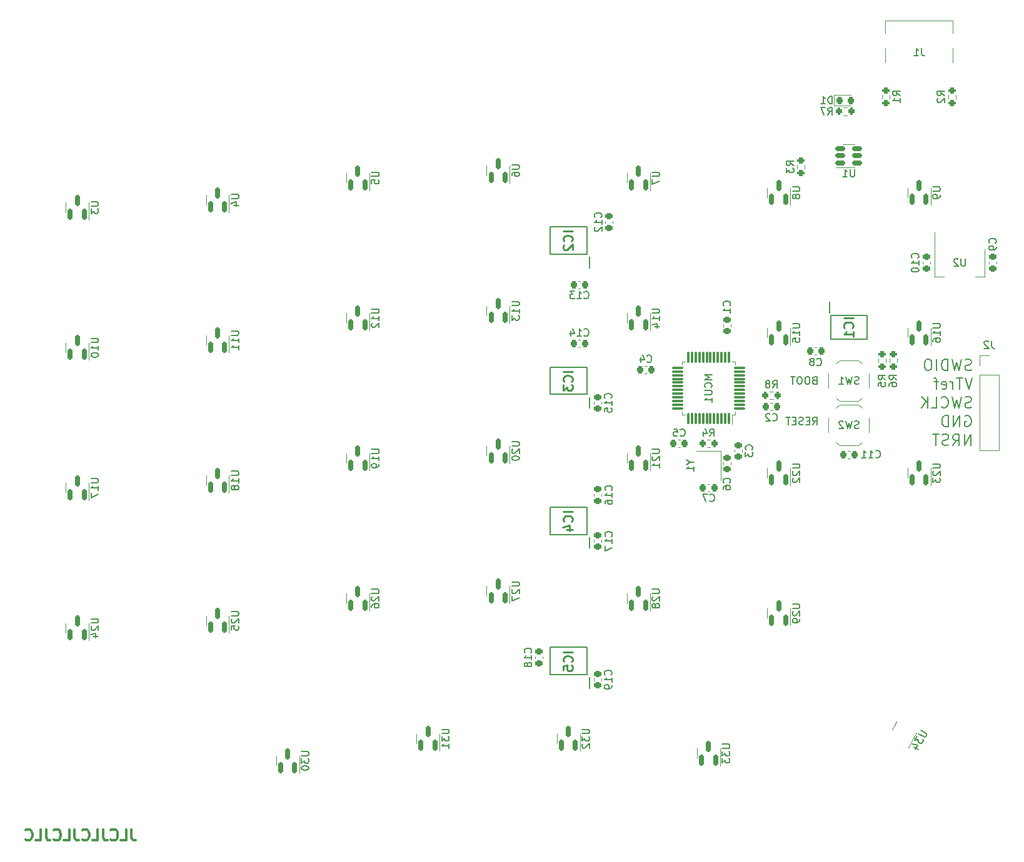
<source format=gbr>
%TF.GenerationSoftware,KiCad,Pcbnew,7.0.6*%
%TF.CreationDate,2023-09-02T14:36:04+09:00*%
%TF.ProjectId,ember,656d6265-722e-46b6-9963-61645f706362,rev?*%
%TF.SameCoordinates,Original*%
%TF.FileFunction,Legend,Bot*%
%TF.FilePolarity,Positive*%
%FSLAX46Y46*%
G04 Gerber Fmt 4.6, Leading zero omitted, Abs format (unit mm)*
G04 Created by KiCad (PCBNEW 7.0.6) date 2023-09-02 14:36:04*
%MOMM*%
%LPD*%
G01*
G04 APERTURE LIST*
G04 Aperture macros list*
%AMRoundRect*
0 Rectangle with rounded corners*
0 $1 Rounding radius*
0 $2 $3 $4 $5 $6 $7 $8 $9 X,Y pos of 4 corners*
0 Add a 4 corners polygon primitive as box body*
4,1,4,$2,$3,$4,$5,$6,$7,$8,$9,$2,$3,0*
0 Add four circle primitives for the rounded corners*
1,1,$1+$1,$2,$3*
1,1,$1+$1,$4,$5*
1,1,$1+$1,$6,$7*
1,1,$1+$1,$8,$9*
0 Add four rect primitives between the rounded corners*
20,1,$1+$1,$2,$3,$4,$5,0*
20,1,$1+$1,$4,$5,$6,$7,0*
20,1,$1+$1,$6,$7,$8,$9,0*
20,1,$1+$1,$8,$9,$2,$3,0*%
G04 Aperture macros list end*
%ADD10C,0.200000*%
%ADD11C,0.300000*%
%ADD12C,0.150000*%
%ADD13C,0.254000*%
%ADD14C,0.120000*%
%ADD15C,1.750000*%
%ADD16C,2.200000*%
%ADD17R,1.500000X2.000000*%
%ADD18R,3.800000X2.000000*%
%ADD19RoundRect,0.225000X-0.250000X0.225000X-0.250000X-0.225000X0.250000X-0.225000X0.250000X0.225000X0*%
%ADD20RoundRect,0.150000X0.150000X-0.587500X0.150000X0.587500X-0.150000X0.587500X-0.150000X-0.587500X0*%
%ADD21R,1.700000X1.700000*%
%ADD22O,1.700000X1.700000*%
%ADD23RoundRect,0.200000X-0.275000X0.200000X-0.275000X-0.200000X0.275000X-0.200000X0.275000X0.200000X0*%
%ADD24RoundRect,0.200000X0.200000X0.275000X-0.200000X0.275000X-0.200000X-0.275000X0.200000X-0.275000X0*%
%ADD25RoundRect,0.225000X-0.225000X-0.250000X0.225000X-0.250000X0.225000X0.250000X-0.225000X0.250000X0*%
%ADD26RoundRect,0.225000X0.250000X-0.225000X0.250000X0.225000X-0.250000X0.225000X-0.250000X-0.225000X0*%
%ADD27R,0.450000X1.475000*%
%ADD28RoundRect,0.150000X-0.163846X-0.583790X0.423654X0.433790X0.163846X0.583790X-0.423654X-0.433790X0*%
%ADD29R,1.000000X0.750000*%
%ADD30RoundRect,0.075000X0.075000X-0.662500X0.075000X0.662500X-0.075000X0.662500X-0.075000X-0.662500X0*%
%ADD31RoundRect,0.075000X0.662500X-0.075000X0.662500X0.075000X-0.662500X0.075000X-0.662500X-0.075000X0*%
%ADD32RoundRect,0.225000X0.225000X0.250000X-0.225000X0.250000X-0.225000X-0.250000X0.225000X-0.250000X0*%
%ADD33RoundRect,0.200000X0.275000X-0.200000X0.275000X0.200000X-0.275000X0.200000X-0.275000X-0.200000X0*%
%ADD34RoundRect,0.150000X-0.512500X-0.150000X0.512500X-0.150000X0.512500X0.150000X-0.512500X0.150000X0*%
%ADD35R,1.200000X1.400000*%
%ADD36RoundRect,0.200000X-0.200000X-0.275000X0.200000X-0.275000X0.200000X0.275000X-0.200000X0.275000X0*%
%ADD37R,0.650000X1.525000*%
%ADD38C,0.650000*%
%ADD39R,0.300000X1.150000*%
%ADD40O,1.000000X1.600000*%
%ADD41O,1.000000X2.100000*%
%ADD42RoundRect,0.218750X-0.218750X-0.256250X0.218750X-0.256250X0.218750X0.256250X-0.218750X0.256250X0*%
G04 APERTURE END LIST*
D10*
X181582707Y-92612100D02*
X181368422Y-92683528D01*
X181368422Y-92683528D02*
X181011279Y-92683528D01*
X181011279Y-92683528D02*
X180868422Y-92612100D01*
X180868422Y-92612100D02*
X180796993Y-92540671D01*
X180796993Y-92540671D02*
X180725564Y-92397814D01*
X180725564Y-92397814D02*
X180725564Y-92254957D01*
X180725564Y-92254957D02*
X180796993Y-92112100D01*
X180796993Y-92112100D02*
X180868422Y-92040671D01*
X180868422Y-92040671D02*
X181011279Y-91969242D01*
X181011279Y-91969242D02*
X181296993Y-91897814D01*
X181296993Y-91897814D02*
X181439850Y-91826385D01*
X181439850Y-91826385D02*
X181511279Y-91754957D01*
X181511279Y-91754957D02*
X181582707Y-91612100D01*
X181582707Y-91612100D02*
X181582707Y-91469242D01*
X181582707Y-91469242D02*
X181511279Y-91326385D01*
X181511279Y-91326385D02*
X181439850Y-91254957D01*
X181439850Y-91254957D02*
X181296993Y-91183528D01*
X181296993Y-91183528D02*
X180939850Y-91183528D01*
X180939850Y-91183528D02*
X180725564Y-91254957D01*
X180225565Y-91183528D02*
X179868422Y-92683528D01*
X179868422Y-92683528D02*
X179582708Y-91612100D01*
X179582708Y-91612100D02*
X179296993Y-92683528D01*
X179296993Y-92683528D02*
X178939851Y-91183528D01*
X177511279Y-92540671D02*
X177582707Y-92612100D01*
X177582707Y-92612100D02*
X177796993Y-92683528D01*
X177796993Y-92683528D02*
X177939850Y-92683528D01*
X177939850Y-92683528D02*
X178154136Y-92612100D01*
X178154136Y-92612100D02*
X178296993Y-92469242D01*
X178296993Y-92469242D02*
X178368422Y-92326385D01*
X178368422Y-92326385D02*
X178439850Y-92040671D01*
X178439850Y-92040671D02*
X178439850Y-91826385D01*
X178439850Y-91826385D02*
X178368422Y-91540671D01*
X178368422Y-91540671D02*
X178296993Y-91397814D01*
X178296993Y-91397814D02*
X178154136Y-91254957D01*
X178154136Y-91254957D02*
X177939850Y-91183528D01*
X177939850Y-91183528D02*
X177796993Y-91183528D01*
X177796993Y-91183528D02*
X177582707Y-91254957D01*
X177582707Y-91254957D02*
X177511279Y-91326385D01*
X176154136Y-92683528D02*
X176868422Y-92683528D01*
X176868422Y-92683528D02*
X176868422Y-91183528D01*
X175654136Y-92683528D02*
X175654136Y-91183528D01*
X174796993Y-92683528D02*
X175439850Y-91826385D01*
X174796993Y-91183528D02*
X175654136Y-92040671D01*
X180725564Y-93794957D02*
X180868422Y-93723528D01*
X180868422Y-93723528D02*
X181082707Y-93723528D01*
X181082707Y-93723528D02*
X181296993Y-93794957D01*
X181296993Y-93794957D02*
X181439850Y-93937814D01*
X181439850Y-93937814D02*
X181511279Y-94080671D01*
X181511279Y-94080671D02*
X181582707Y-94366385D01*
X181582707Y-94366385D02*
X181582707Y-94580671D01*
X181582707Y-94580671D02*
X181511279Y-94866385D01*
X181511279Y-94866385D02*
X181439850Y-95009242D01*
X181439850Y-95009242D02*
X181296993Y-95152100D01*
X181296993Y-95152100D02*
X181082707Y-95223528D01*
X181082707Y-95223528D02*
X180939850Y-95223528D01*
X180939850Y-95223528D02*
X180725564Y-95152100D01*
X180725564Y-95152100D02*
X180654136Y-95080671D01*
X180654136Y-95080671D02*
X180654136Y-94580671D01*
X180654136Y-94580671D02*
X180939850Y-94580671D01*
X180011279Y-95223528D02*
X180011279Y-93723528D01*
X180011279Y-93723528D02*
X179154136Y-95223528D01*
X179154136Y-95223528D02*
X179154136Y-93723528D01*
X178439850Y-95223528D02*
X178439850Y-93723528D01*
X178439850Y-93723528D02*
X178082707Y-93723528D01*
X178082707Y-93723528D02*
X177868421Y-93794957D01*
X177868421Y-93794957D02*
X177725564Y-93937814D01*
X177725564Y-93937814D02*
X177654135Y-94080671D01*
X177654135Y-94080671D02*
X177582707Y-94366385D01*
X177582707Y-94366385D02*
X177582707Y-94580671D01*
X177582707Y-94580671D02*
X177654135Y-94866385D01*
X177654135Y-94866385D02*
X177725564Y-95009242D01*
X177725564Y-95009242D02*
X177868421Y-95152100D01*
X177868421Y-95152100D02*
X178082707Y-95223528D01*
X178082707Y-95223528D02*
X178439850Y-95223528D01*
D11*
X67840225Y-149800828D02*
X67840225Y-150872257D01*
X67840225Y-150872257D02*
X67911654Y-151086542D01*
X67911654Y-151086542D02*
X68054511Y-151229400D01*
X68054511Y-151229400D02*
X68268797Y-151300828D01*
X68268797Y-151300828D02*
X68411654Y-151300828D01*
X66411654Y-151300828D02*
X67125940Y-151300828D01*
X67125940Y-151300828D02*
X67125940Y-149800828D01*
X65054511Y-151157971D02*
X65125939Y-151229400D01*
X65125939Y-151229400D02*
X65340225Y-151300828D01*
X65340225Y-151300828D02*
X65483082Y-151300828D01*
X65483082Y-151300828D02*
X65697368Y-151229400D01*
X65697368Y-151229400D02*
X65840225Y-151086542D01*
X65840225Y-151086542D02*
X65911654Y-150943685D01*
X65911654Y-150943685D02*
X65983082Y-150657971D01*
X65983082Y-150657971D02*
X65983082Y-150443685D01*
X65983082Y-150443685D02*
X65911654Y-150157971D01*
X65911654Y-150157971D02*
X65840225Y-150015114D01*
X65840225Y-150015114D02*
X65697368Y-149872257D01*
X65697368Y-149872257D02*
X65483082Y-149800828D01*
X65483082Y-149800828D02*
X65340225Y-149800828D01*
X65340225Y-149800828D02*
X65125939Y-149872257D01*
X65125939Y-149872257D02*
X65054511Y-149943685D01*
X63983082Y-149800828D02*
X63983082Y-150872257D01*
X63983082Y-150872257D02*
X64054511Y-151086542D01*
X64054511Y-151086542D02*
X64197368Y-151229400D01*
X64197368Y-151229400D02*
X64411654Y-151300828D01*
X64411654Y-151300828D02*
X64554511Y-151300828D01*
X62554511Y-151300828D02*
X63268797Y-151300828D01*
X63268797Y-151300828D02*
X63268797Y-149800828D01*
X61197368Y-151157971D02*
X61268796Y-151229400D01*
X61268796Y-151229400D02*
X61483082Y-151300828D01*
X61483082Y-151300828D02*
X61625939Y-151300828D01*
X61625939Y-151300828D02*
X61840225Y-151229400D01*
X61840225Y-151229400D02*
X61983082Y-151086542D01*
X61983082Y-151086542D02*
X62054511Y-150943685D01*
X62054511Y-150943685D02*
X62125939Y-150657971D01*
X62125939Y-150657971D02*
X62125939Y-150443685D01*
X62125939Y-150443685D02*
X62054511Y-150157971D01*
X62054511Y-150157971D02*
X61983082Y-150015114D01*
X61983082Y-150015114D02*
X61840225Y-149872257D01*
X61840225Y-149872257D02*
X61625939Y-149800828D01*
X61625939Y-149800828D02*
X61483082Y-149800828D01*
X61483082Y-149800828D02*
X61268796Y-149872257D01*
X61268796Y-149872257D02*
X61197368Y-149943685D01*
X60125939Y-149800828D02*
X60125939Y-150872257D01*
X60125939Y-150872257D02*
X60197368Y-151086542D01*
X60197368Y-151086542D02*
X60340225Y-151229400D01*
X60340225Y-151229400D02*
X60554511Y-151300828D01*
X60554511Y-151300828D02*
X60697368Y-151300828D01*
X58697368Y-151300828D02*
X59411654Y-151300828D01*
X59411654Y-151300828D02*
X59411654Y-149800828D01*
X57340225Y-151157971D02*
X57411653Y-151229400D01*
X57411653Y-151229400D02*
X57625939Y-151300828D01*
X57625939Y-151300828D02*
X57768796Y-151300828D01*
X57768796Y-151300828D02*
X57983082Y-151229400D01*
X57983082Y-151229400D02*
X58125939Y-151086542D01*
X58125939Y-151086542D02*
X58197368Y-150943685D01*
X58197368Y-150943685D02*
X58268796Y-150657971D01*
X58268796Y-150657971D02*
X58268796Y-150443685D01*
X58268796Y-150443685D02*
X58197368Y-150157971D01*
X58197368Y-150157971D02*
X58125939Y-150015114D01*
X58125939Y-150015114D02*
X57983082Y-149872257D01*
X57983082Y-149872257D02*
X57768796Y-149800828D01*
X57768796Y-149800828D02*
X57625939Y-149800828D01*
X57625939Y-149800828D02*
X57411653Y-149872257D01*
X57411653Y-149872257D02*
X57340225Y-149943685D01*
X56268796Y-149800828D02*
X56268796Y-150872257D01*
X56268796Y-150872257D02*
X56340225Y-151086542D01*
X56340225Y-151086542D02*
X56483082Y-151229400D01*
X56483082Y-151229400D02*
X56697368Y-151300828D01*
X56697368Y-151300828D02*
X56840225Y-151300828D01*
X54840225Y-151300828D02*
X55554511Y-151300828D01*
X55554511Y-151300828D02*
X55554511Y-149800828D01*
X53483082Y-151157971D02*
X53554510Y-151229400D01*
X53554510Y-151229400D02*
X53768796Y-151300828D01*
X53768796Y-151300828D02*
X53911653Y-151300828D01*
X53911653Y-151300828D02*
X54125939Y-151229400D01*
X54125939Y-151229400D02*
X54268796Y-151086542D01*
X54268796Y-151086542D02*
X54340225Y-150943685D01*
X54340225Y-150943685D02*
X54411653Y-150657971D01*
X54411653Y-150657971D02*
X54411653Y-150443685D01*
X54411653Y-150443685D02*
X54340225Y-150157971D01*
X54340225Y-150157971D02*
X54268796Y-150015114D01*
X54268796Y-150015114D02*
X54125939Y-149872257D01*
X54125939Y-149872257D02*
X53911653Y-149800828D01*
X53911653Y-149800828D02*
X53768796Y-149800828D01*
X53768796Y-149800828D02*
X53554510Y-149872257D01*
X53554510Y-149872257D02*
X53483082Y-149943685D01*
D10*
X181725564Y-88643528D02*
X181225564Y-90143528D01*
X181225564Y-90143528D02*
X180725564Y-88643528D01*
X180439850Y-88643528D02*
X179582708Y-88643528D01*
X180011279Y-90143528D02*
X180011279Y-88643528D01*
X179082708Y-90143528D02*
X179082708Y-89143528D01*
X179082708Y-89429242D02*
X179011279Y-89286385D01*
X179011279Y-89286385D02*
X178939851Y-89214957D01*
X178939851Y-89214957D02*
X178796993Y-89143528D01*
X178796993Y-89143528D02*
X178654136Y-89143528D01*
X177582708Y-90072100D02*
X177725565Y-90143528D01*
X177725565Y-90143528D02*
X178011280Y-90143528D01*
X178011280Y-90143528D02*
X178154137Y-90072100D01*
X178154137Y-90072100D02*
X178225565Y-89929242D01*
X178225565Y-89929242D02*
X178225565Y-89357814D01*
X178225565Y-89357814D02*
X178154137Y-89214957D01*
X178154137Y-89214957D02*
X178011280Y-89143528D01*
X178011280Y-89143528D02*
X177725565Y-89143528D01*
X177725565Y-89143528D02*
X177582708Y-89214957D01*
X177582708Y-89214957D02*
X177511280Y-89357814D01*
X177511280Y-89357814D02*
X177511280Y-89500671D01*
X177511280Y-89500671D02*
X178225565Y-89643528D01*
X177082708Y-89143528D02*
X176511280Y-89143528D01*
X176868423Y-90143528D02*
X176868423Y-88857814D01*
X176868423Y-88857814D02*
X176796994Y-88714957D01*
X176796994Y-88714957D02*
X176654137Y-88643528D01*
X176654137Y-88643528D02*
X176511280Y-88643528D01*
X181511279Y-97763528D02*
X181511279Y-96263528D01*
X181511279Y-96263528D02*
X180654136Y-97763528D01*
X180654136Y-97763528D02*
X180654136Y-96263528D01*
X179082707Y-97763528D02*
X179582707Y-97049242D01*
X179939850Y-97763528D02*
X179939850Y-96263528D01*
X179939850Y-96263528D02*
X179368421Y-96263528D01*
X179368421Y-96263528D02*
X179225564Y-96334957D01*
X179225564Y-96334957D02*
X179154135Y-96406385D01*
X179154135Y-96406385D02*
X179082707Y-96549242D01*
X179082707Y-96549242D02*
X179082707Y-96763528D01*
X179082707Y-96763528D02*
X179154135Y-96906385D01*
X179154135Y-96906385D02*
X179225564Y-96977814D01*
X179225564Y-96977814D02*
X179368421Y-97049242D01*
X179368421Y-97049242D02*
X179939850Y-97049242D01*
X178511278Y-97692100D02*
X178296993Y-97763528D01*
X178296993Y-97763528D02*
X177939850Y-97763528D01*
X177939850Y-97763528D02*
X177796993Y-97692100D01*
X177796993Y-97692100D02*
X177725564Y-97620671D01*
X177725564Y-97620671D02*
X177654135Y-97477814D01*
X177654135Y-97477814D02*
X177654135Y-97334957D01*
X177654135Y-97334957D02*
X177725564Y-97192100D01*
X177725564Y-97192100D02*
X177796993Y-97120671D01*
X177796993Y-97120671D02*
X177939850Y-97049242D01*
X177939850Y-97049242D02*
X178225564Y-96977814D01*
X178225564Y-96977814D02*
X178368421Y-96906385D01*
X178368421Y-96906385D02*
X178439850Y-96834957D01*
X178439850Y-96834957D02*
X178511278Y-96692100D01*
X178511278Y-96692100D02*
X178511278Y-96549242D01*
X178511278Y-96549242D02*
X178439850Y-96406385D01*
X178439850Y-96406385D02*
X178368421Y-96334957D01*
X178368421Y-96334957D02*
X178225564Y-96263528D01*
X178225564Y-96263528D02*
X177868421Y-96263528D01*
X177868421Y-96263528D02*
X177654135Y-96334957D01*
X177225564Y-96263528D02*
X176368422Y-96263528D01*
X176796993Y-97763528D02*
X176796993Y-96263528D01*
X181582707Y-87532100D02*
X181368422Y-87603528D01*
X181368422Y-87603528D02*
X181011279Y-87603528D01*
X181011279Y-87603528D02*
X180868422Y-87532100D01*
X180868422Y-87532100D02*
X180796993Y-87460671D01*
X180796993Y-87460671D02*
X180725564Y-87317814D01*
X180725564Y-87317814D02*
X180725564Y-87174957D01*
X180725564Y-87174957D02*
X180796993Y-87032100D01*
X180796993Y-87032100D02*
X180868422Y-86960671D01*
X180868422Y-86960671D02*
X181011279Y-86889242D01*
X181011279Y-86889242D02*
X181296993Y-86817814D01*
X181296993Y-86817814D02*
X181439850Y-86746385D01*
X181439850Y-86746385D02*
X181511279Y-86674957D01*
X181511279Y-86674957D02*
X181582707Y-86532100D01*
X181582707Y-86532100D02*
X181582707Y-86389242D01*
X181582707Y-86389242D02*
X181511279Y-86246385D01*
X181511279Y-86246385D02*
X181439850Y-86174957D01*
X181439850Y-86174957D02*
X181296993Y-86103528D01*
X181296993Y-86103528D02*
X180939850Y-86103528D01*
X180939850Y-86103528D02*
X180725564Y-86174957D01*
X180225565Y-86103528D02*
X179868422Y-87603528D01*
X179868422Y-87603528D02*
X179582708Y-86532100D01*
X179582708Y-86532100D02*
X179296993Y-87603528D01*
X179296993Y-87603528D02*
X178939851Y-86103528D01*
X178368422Y-87603528D02*
X178368422Y-86103528D01*
X178368422Y-86103528D02*
X178011279Y-86103528D01*
X178011279Y-86103528D02*
X177796993Y-86174957D01*
X177796993Y-86174957D02*
X177654136Y-86317814D01*
X177654136Y-86317814D02*
X177582707Y-86460671D01*
X177582707Y-86460671D02*
X177511279Y-86746385D01*
X177511279Y-86746385D02*
X177511279Y-86960671D01*
X177511279Y-86960671D02*
X177582707Y-87246385D01*
X177582707Y-87246385D02*
X177654136Y-87389242D01*
X177654136Y-87389242D02*
X177796993Y-87532100D01*
X177796993Y-87532100D02*
X178011279Y-87603528D01*
X178011279Y-87603528D02*
X178368422Y-87603528D01*
X176868422Y-87603528D02*
X176868422Y-86103528D01*
X175868421Y-86103528D02*
X175582707Y-86103528D01*
X175582707Y-86103528D02*
X175439850Y-86174957D01*
X175439850Y-86174957D02*
X175296993Y-86317814D01*
X175296993Y-86317814D02*
X175225564Y-86603528D01*
X175225564Y-86603528D02*
X175225564Y-87103528D01*
X175225564Y-87103528D02*
X175296993Y-87389242D01*
X175296993Y-87389242D02*
X175439850Y-87532100D01*
X175439850Y-87532100D02*
X175582707Y-87603528D01*
X175582707Y-87603528D02*
X175868421Y-87603528D01*
X175868421Y-87603528D02*
X176011279Y-87532100D01*
X176011279Y-87532100D02*
X176154136Y-87389242D01*
X176154136Y-87389242D02*
X176225564Y-87103528D01*
X176225564Y-87103528D02*
X176225564Y-86603528D01*
X176225564Y-86603528D02*
X176154136Y-86317814D01*
X176154136Y-86317814D02*
X176011279Y-86174957D01*
X176011279Y-86174957D02*
X175868421Y-86103528D01*
D12*
X180761904Y-72454819D02*
X180761904Y-73264342D01*
X180761904Y-73264342D02*
X180714285Y-73359580D01*
X180714285Y-73359580D02*
X180666666Y-73407200D01*
X180666666Y-73407200D02*
X180571428Y-73454819D01*
X180571428Y-73454819D02*
X180380952Y-73454819D01*
X180380952Y-73454819D02*
X180285714Y-73407200D01*
X180285714Y-73407200D02*
X180238095Y-73359580D01*
X180238095Y-73359580D02*
X180190476Y-73264342D01*
X180190476Y-73264342D02*
X180190476Y-72454819D01*
X179761904Y-72550057D02*
X179714285Y-72502438D01*
X179714285Y-72502438D02*
X179619047Y-72454819D01*
X179619047Y-72454819D02*
X179380952Y-72454819D01*
X179380952Y-72454819D02*
X179285714Y-72502438D01*
X179285714Y-72502438D02*
X179238095Y-72550057D01*
X179238095Y-72550057D02*
X179190476Y-72645295D01*
X179190476Y-72645295D02*
X179190476Y-72740533D01*
X179190476Y-72740533D02*
X179238095Y-72883390D01*
X179238095Y-72883390D02*
X179809523Y-73454819D01*
X179809523Y-73454819D02*
X179190476Y-73454819D01*
X121929580Y-125857142D02*
X121977200Y-125809523D01*
X121977200Y-125809523D02*
X122024819Y-125666666D01*
X122024819Y-125666666D02*
X122024819Y-125571428D01*
X122024819Y-125571428D02*
X121977200Y-125428571D01*
X121977200Y-125428571D02*
X121881961Y-125333333D01*
X121881961Y-125333333D02*
X121786723Y-125285714D01*
X121786723Y-125285714D02*
X121596247Y-125238095D01*
X121596247Y-125238095D02*
X121453390Y-125238095D01*
X121453390Y-125238095D02*
X121262914Y-125285714D01*
X121262914Y-125285714D02*
X121167676Y-125333333D01*
X121167676Y-125333333D02*
X121072438Y-125428571D01*
X121072438Y-125428571D02*
X121024819Y-125571428D01*
X121024819Y-125571428D02*
X121024819Y-125666666D01*
X121024819Y-125666666D02*
X121072438Y-125809523D01*
X121072438Y-125809523D02*
X121120057Y-125857142D01*
X122024819Y-126809523D02*
X122024819Y-126238095D01*
X122024819Y-126523809D02*
X121024819Y-126523809D01*
X121024819Y-126523809D02*
X121167676Y-126428571D01*
X121167676Y-126428571D02*
X121262914Y-126333333D01*
X121262914Y-126333333D02*
X121310533Y-126238095D01*
X121453390Y-127380952D02*
X121405771Y-127285714D01*
X121405771Y-127285714D02*
X121358152Y-127238095D01*
X121358152Y-127238095D02*
X121262914Y-127190476D01*
X121262914Y-127190476D02*
X121215295Y-127190476D01*
X121215295Y-127190476D02*
X121120057Y-127238095D01*
X121120057Y-127238095D02*
X121072438Y-127285714D01*
X121072438Y-127285714D02*
X121024819Y-127380952D01*
X121024819Y-127380952D02*
X121024819Y-127571428D01*
X121024819Y-127571428D02*
X121072438Y-127666666D01*
X121072438Y-127666666D02*
X121120057Y-127714285D01*
X121120057Y-127714285D02*
X121215295Y-127761904D01*
X121215295Y-127761904D02*
X121262914Y-127761904D01*
X121262914Y-127761904D02*
X121358152Y-127714285D01*
X121358152Y-127714285D02*
X121405771Y-127666666D01*
X121405771Y-127666666D02*
X121453390Y-127571428D01*
X121453390Y-127571428D02*
X121453390Y-127380952D01*
X121453390Y-127380952D02*
X121501009Y-127285714D01*
X121501009Y-127285714D02*
X121548628Y-127238095D01*
X121548628Y-127238095D02*
X121643866Y-127190476D01*
X121643866Y-127190476D02*
X121834342Y-127190476D01*
X121834342Y-127190476D02*
X121929580Y-127238095D01*
X121929580Y-127238095D02*
X121977200Y-127285714D01*
X121977200Y-127285714D02*
X122024819Y-127380952D01*
X122024819Y-127380952D02*
X122024819Y-127571428D01*
X122024819Y-127571428D02*
X121977200Y-127666666D01*
X121977200Y-127666666D02*
X121929580Y-127714285D01*
X121929580Y-127714285D02*
X121834342Y-127761904D01*
X121834342Y-127761904D02*
X121643866Y-127761904D01*
X121643866Y-127761904D02*
X121548628Y-127714285D01*
X121548628Y-127714285D02*
X121501009Y-127666666D01*
X121501009Y-127666666D02*
X121453390Y-127571428D01*
X81354819Y-101261905D02*
X82164342Y-101261905D01*
X82164342Y-101261905D02*
X82259580Y-101309524D01*
X82259580Y-101309524D02*
X82307200Y-101357143D01*
X82307200Y-101357143D02*
X82354819Y-101452381D01*
X82354819Y-101452381D02*
X82354819Y-101642857D01*
X82354819Y-101642857D02*
X82307200Y-101738095D01*
X82307200Y-101738095D02*
X82259580Y-101785714D01*
X82259580Y-101785714D02*
X82164342Y-101833333D01*
X82164342Y-101833333D02*
X81354819Y-101833333D01*
X82354819Y-102833333D02*
X82354819Y-102261905D01*
X82354819Y-102547619D02*
X81354819Y-102547619D01*
X81354819Y-102547619D02*
X81497676Y-102452381D01*
X81497676Y-102452381D02*
X81592914Y-102357143D01*
X81592914Y-102357143D02*
X81640533Y-102261905D01*
X81783390Y-103404762D02*
X81735771Y-103309524D01*
X81735771Y-103309524D02*
X81688152Y-103261905D01*
X81688152Y-103261905D02*
X81592914Y-103214286D01*
X81592914Y-103214286D02*
X81545295Y-103214286D01*
X81545295Y-103214286D02*
X81450057Y-103261905D01*
X81450057Y-103261905D02*
X81402438Y-103309524D01*
X81402438Y-103309524D02*
X81354819Y-103404762D01*
X81354819Y-103404762D02*
X81354819Y-103595238D01*
X81354819Y-103595238D02*
X81402438Y-103690476D01*
X81402438Y-103690476D02*
X81450057Y-103738095D01*
X81450057Y-103738095D02*
X81545295Y-103785714D01*
X81545295Y-103785714D02*
X81592914Y-103785714D01*
X81592914Y-103785714D02*
X81688152Y-103738095D01*
X81688152Y-103738095D02*
X81735771Y-103690476D01*
X81735771Y-103690476D02*
X81783390Y-103595238D01*
X81783390Y-103595238D02*
X81783390Y-103404762D01*
X81783390Y-103404762D02*
X81831009Y-103309524D01*
X81831009Y-103309524D02*
X81878628Y-103261905D01*
X81878628Y-103261905D02*
X81973866Y-103214286D01*
X81973866Y-103214286D02*
X82164342Y-103214286D01*
X82164342Y-103214286D02*
X82259580Y-103261905D01*
X82259580Y-103261905D02*
X82307200Y-103309524D01*
X82307200Y-103309524D02*
X82354819Y-103404762D01*
X82354819Y-103404762D02*
X82354819Y-103595238D01*
X82354819Y-103595238D02*
X82307200Y-103690476D01*
X82307200Y-103690476D02*
X82259580Y-103738095D01*
X82259580Y-103738095D02*
X82164342Y-103785714D01*
X82164342Y-103785714D02*
X81973866Y-103785714D01*
X81973866Y-103785714D02*
X81878628Y-103738095D01*
X81878628Y-103738095D02*
X81831009Y-103690476D01*
X81831009Y-103690476D02*
X81783390Y-103595238D01*
X62354819Y-64738095D02*
X63164342Y-64738095D01*
X63164342Y-64738095D02*
X63259580Y-64785714D01*
X63259580Y-64785714D02*
X63307200Y-64833333D01*
X63307200Y-64833333D02*
X63354819Y-64928571D01*
X63354819Y-64928571D02*
X63354819Y-65119047D01*
X63354819Y-65119047D02*
X63307200Y-65214285D01*
X63307200Y-65214285D02*
X63259580Y-65261904D01*
X63259580Y-65261904D02*
X63164342Y-65309523D01*
X63164342Y-65309523D02*
X62354819Y-65309523D01*
X62354819Y-65690476D02*
X62354819Y-66309523D01*
X62354819Y-66309523D02*
X62735771Y-65976190D01*
X62735771Y-65976190D02*
X62735771Y-66119047D01*
X62735771Y-66119047D02*
X62783390Y-66214285D01*
X62783390Y-66214285D02*
X62831009Y-66261904D01*
X62831009Y-66261904D02*
X62926247Y-66309523D01*
X62926247Y-66309523D02*
X63164342Y-66309523D01*
X63164342Y-66309523D02*
X63259580Y-66261904D01*
X63259580Y-66261904D02*
X63307200Y-66214285D01*
X63307200Y-66214285D02*
X63354819Y-66119047D01*
X63354819Y-66119047D02*
X63354819Y-65833333D01*
X63354819Y-65833333D02*
X63307200Y-65738095D01*
X63307200Y-65738095D02*
X63259580Y-65690476D01*
X184333333Y-83604819D02*
X184333333Y-84319104D01*
X184333333Y-84319104D02*
X184380952Y-84461961D01*
X184380952Y-84461961D02*
X184476190Y-84557200D01*
X184476190Y-84557200D02*
X184619047Y-84604819D01*
X184619047Y-84604819D02*
X184714285Y-84604819D01*
X183904761Y-83700057D02*
X183857142Y-83652438D01*
X183857142Y-83652438D02*
X183761904Y-83604819D01*
X183761904Y-83604819D02*
X183523809Y-83604819D01*
X183523809Y-83604819D02*
X183428571Y-83652438D01*
X183428571Y-83652438D02*
X183380952Y-83700057D01*
X183380952Y-83700057D02*
X183333333Y-83795295D01*
X183333333Y-83795295D02*
X183333333Y-83890533D01*
X183333333Y-83890533D02*
X183380952Y-84033390D01*
X183380952Y-84033390D02*
X183952380Y-84604819D01*
X183952380Y-84604819D02*
X183333333Y-84604819D01*
X171954819Y-50333333D02*
X171478628Y-50000000D01*
X171954819Y-49761905D02*
X170954819Y-49761905D01*
X170954819Y-49761905D02*
X170954819Y-50142857D01*
X170954819Y-50142857D02*
X171002438Y-50238095D01*
X171002438Y-50238095D02*
X171050057Y-50285714D01*
X171050057Y-50285714D02*
X171145295Y-50333333D01*
X171145295Y-50333333D02*
X171288152Y-50333333D01*
X171288152Y-50333333D02*
X171383390Y-50285714D01*
X171383390Y-50285714D02*
X171431009Y-50238095D01*
X171431009Y-50238095D02*
X171478628Y-50142857D01*
X171478628Y-50142857D02*
X171478628Y-49761905D01*
X171954819Y-51285714D02*
X171954819Y-50714286D01*
X171954819Y-51000000D02*
X170954819Y-51000000D01*
X170954819Y-51000000D02*
X171097676Y-50904762D01*
X171097676Y-50904762D02*
X171192914Y-50809524D01*
X171192914Y-50809524D02*
X171240533Y-50714286D01*
X146166666Y-96524819D02*
X146499999Y-96048628D01*
X146738094Y-96524819D02*
X146738094Y-95524819D01*
X146738094Y-95524819D02*
X146357142Y-95524819D01*
X146357142Y-95524819D02*
X146261904Y-95572438D01*
X146261904Y-95572438D02*
X146214285Y-95620057D01*
X146214285Y-95620057D02*
X146166666Y-95715295D01*
X146166666Y-95715295D02*
X146166666Y-95858152D01*
X146166666Y-95858152D02*
X146214285Y-95953390D01*
X146214285Y-95953390D02*
X146261904Y-96001009D01*
X146261904Y-96001009D02*
X146357142Y-96048628D01*
X146357142Y-96048628D02*
X146738094Y-96048628D01*
X145309523Y-95858152D02*
X145309523Y-96524819D01*
X145547618Y-95477200D02*
X145785713Y-96191485D01*
X145785713Y-96191485D02*
X145166666Y-96191485D01*
X100354819Y-79261905D02*
X101164342Y-79261905D01*
X101164342Y-79261905D02*
X101259580Y-79309524D01*
X101259580Y-79309524D02*
X101307200Y-79357143D01*
X101307200Y-79357143D02*
X101354819Y-79452381D01*
X101354819Y-79452381D02*
X101354819Y-79642857D01*
X101354819Y-79642857D02*
X101307200Y-79738095D01*
X101307200Y-79738095D02*
X101259580Y-79785714D01*
X101259580Y-79785714D02*
X101164342Y-79833333D01*
X101164342Y-79833333D02*
X100354819Y-79833333D01*
X101354819Y-80833333D02*
X101354819Y-80261905D01*
X101354819Y-80547619D02*
X100354819Y-80547619D01*
X100354819Y-80547619D02*
X100497676Y-80452381D01*
X100497676Y-80452381D02*
X100592914Y-80357143D01*
X100592914Y-80357143D02*
X100640533Y-80261905D01*
X100450057Y-81214286D02*
X100402438Y-81261905D01*
X100402438Y-81261905D02*
X100354819Y-81357143D01*
X100354819Y-81357143D02*
X100354819Y-81595238D01*
X100354819Y-81595238D02*
X100402438Y-81690476D01*
X100402438Y-81690476D02*
X100450057Y-81738095D01*
X100450057Y-81738095D02*
X100545295Y-81785714D01*
X100545295Y-81785714D02*
X100640533Y-81785714D01*
X100640533Y-81785714D02*
X100783390Y-81738095D01*
X100783390Y-81738095D02*
X101354819Y-81166667D01*
X101354819Y-81166667D02*
X101354819Y-81785714D01*
X154666666Y-94359580D02*
X154714285Y-94407200D01*
X154714285Y-94407200D02*
X154857142Y-94454819D01*
X154857142Y-94454819D02*
X154952380Y-94454819D01*
X154952380Y-94454819D02*
X155095237Y-94407200D01*
X155095237Y-94407200D02*
X155190475Y-94311961D01*
X155190475Y-94311961D02*
X155238094Y-94216723D01*
X155238094Y-94216723D02*
X155285713Y-94026247D01*
X155285713Y-94026247D02*
X155285713Y-93883390D01*
X155285713Y-93883390D02*
X155238094Y-93692914D01*
X155238094Y-93692914D02*
X155190475Y-93597676D01*
X155190475Y-93597676D02*
X155095237Y-93502438D01*
X155095237Y-93502438D02*
X154952380Y-93454819D01*
X154952380Y-93454819D02*
X154857142Y-93454819D01*
X154857142Y-93454819D02*
X154714285Y-93502438D01*
X154714285Y-93502438D02*
X154666666Y-93550057D01*
X154285713Y-93550057D02*
X154238094Y-93502438D01*
X154238094Y-93502438D02*
X154142856Y-93454819D01*
X154142856Y-93454819D02*
X153904761Y-93454819D01*
X153904761Y-93454819D02*
X153809523Y-93502438D01*
X153809523Y-93502438D02*
X153761904Y-93550057D01*
X153761904Y-93550057D02*
X153714285Y-93645295D01*
X153714285Y-93645295D02*
X153714285Y-93740533D01*
X153714285Y-93740533D02*
X153761904Y-93883390D01*
X153761904Y-93883390D02*
X154333332Y-94454819D01*
X154333332Y-94454819D02*
X153714285Y-94454819D01*
X174359580Y-72357142D02*
X174407200Y-72309523D01*
X174407200Y-72309523D02*
X174454819Y-72166666D01*
X174454819Y-72166666D02*
X174454819Y-72071428D01*
X174454819Y-72071428D02*
X174407200Y-71928571D01*
X174407200Y-71928571D02*
X174311961Y-71833333D01*
X174311961Y-71833333D02*
X174216723Y-71785714D01*
X174216723Y-71785714D02*
X174026247Y-71738095D01*
X174026247Y-71738095D02*
X173883390Y-71738095D01*
X173883390Y-71738095D02*
X173692914Y-71785714D01*
X173692914Y-71785714D02*
X173597676Y-71833333D01*
X173597676Y-71833333D02*
X173502438Y-71928571D01*
X173502438Y-71928571D02*
X173454819Y-72071428D01*
X173454819Y-72071428D02*
X173454819Y-72166666D01*
X173454819Y-72166666D02*
X173502438Y-72309523D01*
X173502438Y-72309523D02*
X173550057Y-72357142D01*
X174454819Y-73309523D02*
X174454819Y-72738095D01*
X174454819Y-73023809D02*
X173454819Y-73023809D01*
X173454819Y-73023809D02*
X173597676Y-72928571D01*
X173597676Y-72928571D02*
X173692914Y-72833333D01*
X173692914Y-72833333D02*
X173740533Y-72738095D01*
X173454819Y-73928571D02*
X173454819Y-74023809D01*
X173454819Y-74023809D02*
X173502438Y-74119047D01*
X173502438Y-74119047D02*
X173550057Y-74166666D01*
X173550057Y-74166666D02*
X173645295Y-74214285D01*
X173645295Y-74214285D02*
X173835771Y-74261904D01*
X173835771Y-74261904D02*
X174073866Y-74261904D01*
X174073866Y-74261904D02*
X174264342Y-74214285D01*
X174264342Y-74214285D02*
X174359580Y-74166666D01*
X174359580Y-74166666D02*
X174407200Y-74119047D01*
X174407200Y-74119047D02*
X174454819Y-74023809D01*
X174454819Y-74023809D02*
X174454819Y-73928571D01*
X174454819Y-73928571D02*
X174407200Y-73833333D01*
X174407200Y-73833333D02*
X174359580Y-73785714D01*
X174359580Y-73785714D02*
X174264342Y-73738095D01*
X174264342Y-73738095D02*
X174073866Y-73690476D01*
X174073866Y-73690476D02*
X173835771Y-73690476D01*
X173835771Y-73690476D02*
X173645295Y-73738095D01*
X173645295Y-73738095D02*
X173550057Y-73785714D01*
X173550057Y-73785714D02*
X173502438Y-73833333D01*
X173502438Y-73833333D02*
X173454819Y-73928571D01*
X157354819Y-62738095D02*
X158164342Y-62738095D01*
X158164342Y-62738095D02*
X158259580Y-62785714D01*
X158259580Y-62785714D02*
X158307200Y-62833333D01*
X158307200Y-62833333D02*
X158354819Y-62928571D01*
X158354819Y-62928571D02*
X158354819Y-63119047D01*
X158354819Y-63119047D02*
X158307200Y-63214285D01*
X158307200Y-63214285D02*
X158259580Y-63261904D01*
X158259580Y-63261904D02*
X158164342Y-63309523D01*
X158164342Y-63309523D02*
X157354819Y-63309523D01*
X157783390Y-63928571D02*
X157735771Y-63833333D01*
X157735771Y-63833333D02*
X157688152Y-63785714D01*
X157688152Y-63785714D02*
X157592914Y-63738095D01*
X157592914Y-63738095D02*
X157545295Y-63738095D01*
X157545295Y-63738095D02*
X157450057Y-63785714D01*
X157450057Y-63785714D02*
X157402438Y-63833333D01*
X157402438Y-63833333D02*
X157354819Y-63928571D01*
X157354819Y-63928571D02*
X157354819Y-64119047D01*
X157354819Y-64119047D02*
X157402438Y-64214285D01*
X157402438Y-64214285D02*
X157450057Y-64261904D01*
X157450057Y-64261904D02*
X157545295Y-64309523D01*
X157545295Y-64309523D02*
X157592914Y-64309523D01*
X157592914Y-64309523D02*
X157688152Y-64261904D01*
X157688152Y-64261904D02*
X157735771Y-64214285D01*
X157735771Y-64214285D02*
X157783390Y-64119047D01*
X157783390Y-64119047D02*
X157783390Y-63928571D01*
X157783390Y-63928571D02*
X157831009Y-63833333D01*
X157831009Y-63833333D02*
X157878628Y-63785714D01*
X157878628Y-63785714D02*
X157973866Y-63738095D01*
X157973866Y-63738095D02*
X158164342Y-63738095D01*
X158164342Y-63738095D02*
X158259580Y-63785714D01*
X158259580Y-63785714D02*
X158307200Y-63833333D01*
X158307200Y-63833333D02*
X158354819Y-63928571D01*
X158354819Y-63928571D02*
X158354819Y-64119047D01*
X158354819Y-64119047D02*
X158307200Y-64214285D01*
X158307200Y-64214285D02*
X158259580Y-64261904D01*
X158259580Y-64261904D02*
X158164342Y-64309523D01*
X158164342Y-64309523D02*
X157973866Y-64309523D01*
X157973866Y-64309523D02*
X157878628Y-64261904D01*
X157878628Y-64261904D02*
X157831009Y-64214285D01*
X157831009Y-64214285D02*
X157783390Y-64119047D01*
X119354819Y-97261905D02*
X120164342Y-97261905D01*
X120164342Y-97261905D02*
X120259580Y-97309524D01*
X120259580Y-97309524D02*
X120307200Y-97357143D01*
X120307200Y-97357143D02*
X120354819Y-97452381D01*
X120354819Y-97452381D02*
X120354819Y-97642857D01*
X120354819Y-97642857D02*
X120307200Y-97738095D01*
X120307200Y-97738095D02*
X120259580Y-97785714D01*
X120259580Y-97785714D02*
X120164342Y-97833333D01*
X120164342Y-97833333D02*
X119354819Y-97833333D01*
X119450057Y-98261905D02*
X119402438Y-98309524D01*
X119402438Y-98309524D02*
X119354819Y-98404762D01*
X119354819Y-98404762D02*
X119354819Y-98642857D01*
X119354819Y-98642857D02*
X119402438Y-98738095D01*
X119402438Y-98738095D02*
X119450057Y-98785714D01*
X119450057Y-98785714D02*
X119545295Y-98833333D01*
X119545295Y-98833333D02*
X119640533Y-98833333D01*
X119640533Y-98833333D02*
X119783390Y-98785714D01*
X119783390Y-98785714D02*
X120354819Y-98214286D01*
X120354819Y-98214286D02*
X120354819Y-98833333D01*
X119354819Y-99452381D02*
X119354819Y-99547619D01*
X119354819Y-99547619D02*
X119402438Y-99642857D01*
X119402438Y-99642857D02*
X119450057Y-99690476D01*
X119450057Y-99690476D02*
X119545295Y-99738095D01*
X119545295Y-99738095D02*
X119735771Y-99785714D01*
X119735771Y-99785714D02*
X119973866Y-99785714D01*
X119973866Y-99785714D02*
X120164342Y-99738095D01*
X120164342Y-99738095D02*
X120259580Y-99690476D01*
X120259580Y-99690476D02*
X120307200Y-99642857D01*
X120307200Y-99642857D02*
X120354819Y-99547619D01*
X120354819Y-99547619D02*
X120354819Y-99452381D01*
X120354819Y-99452381D02*
X120307200Y-99357143D01*
X120307200Y-99357143D02*
X120259580Y-99309524D01*
X120259580Y-99309524D02*
X120164342Y-99261905D01*
X120164342Y-99261905D02*
X119973866Y-99214286D01*
X119973866Y-99214286D02*
X119735771Y-99214286D01*
X119735771Y-99214286D02*
X119545295Y-99261905D01*
X119545295Y-99261905D02*
X119450057Y-99309524D01*
X119450057Y-99309524D02*
X119402438Y-99357143D01*
X119402438Y-99357143D02*
X119354819Y-99452381D01*
X138354819Y-79261905D02*
X139164342Y-79261905D01*
X139164342Y-79261905D02*
X139259580Y-79309524D01*
X139259580Y-79309524D02*
X139307200Y-79357143D01*
X139307200Y-79357143D02*
X139354819Y-79452381D01*
X139354819Y-79452381D02*
X139354819Y-79642857D01*
X139354819Y-79642857D02*
X139307200Y-79738095D01*
X139307200Y-79738095D02*
X139259580Y-79785714D01*
X139259580Y-79785714D02*
X139164342Y-79833333D01*
X139164342Y-79833333D02*
X138354819Y-79833333D01*
X139354819Y-80833333D02*
X139354819Y-80261905D01*
X139354819Y-80547619D02*
X138354819Y-80547619D01*
X138354819Y-80547619D02*
X138497676Y-80452381D01*
X138497676Y-80452381D02*
X138592914Y-80357143D01*
X138592914Y-80357143D02*
X138640533Y-80261905D01*
X138688152Y-81690476D02*
X139354819Y-81690476D01*
X138307200Y-81452381D02*
X139021485Y-81214286D01*
X139021485Y-81214286D02*
X139021485Y-81833333D01*
X132859580Y-103857142D02*
X132907200Y-103809523D01*
X132907200Y-103809523D02*
X132954819Y-103666666D01*
X132954819Y-103666666D02*
X132954819Y-103571428D01*
X132954819Y-103571428D02*
X132907200Y-103428571D01*
X132907200Y-103428571D02*
X132811961Y-103333333D01*
X132811961Y-103333333D02*
X132716723Y-103285714D01*
X132716723Y-103285714D02*
X132526247Y-103238095D01*
X132526247Y-103238095D02*
X132383390Y-103238095D01*
X132383390Y-103238095D02*
X132192914Y-103285714D01*
X132192914Y-103285714D02*
X132097676Y-103333333D01*
X132097676Y-103333333D02*
X132002438Y-103428571D01*
X132002438Y-103428571D02*
X131954819Y-103571428D01*
X131954819Y-103571428D02*
X131954819Y-103666666D01*
X131954819Y-103666666D02*
X132002438Y-103809523D01*
X132002438Y-103809523D02*
X132050057Y-103857142D01*
X132954819Y-104809523D02*
X132954819Y-104238095D01*
X132954819Y-104523809D02*
X131954819Y-104523809D01*
X131954819Y-104523809D02*
X132097676Y-104428571D01*
X132097676Y-104428571D02*
X132192914Y-104333333D01*
X132192914Y-104333333D02*
X132240533Y-104238095D01*
X131954819Y-105666666D02*
X131954819Y-105476190D01*
X131954819Y-105476190D02*
X132002438Y-105380952D01*
X132002438Y-105380952D02*
X132050057Y-105333333D01*
X132050057Y-105333333D02*
X132192914Y-105238095D01*
X132192914Y-105238095D02*
X132383390Y-105190476D01*
X132383390Y-105190476D02*
X132764342Y-105190476D01*
X132764342Y-105190476D02*
X132859580Y-105238095D01*
X132859580Y-105238095D02*
X132907200Y-105285714D01*
X132907200Y-105285714D02*
X132954819Y-105380952D01*
X132954819Y-105380952D02*
X132954819Y-105571428D01*
X132954819Y-105571428D02*
X132907200Y-105666666D01*
X132907200Y-105666666D02*
X132859580Y-105714285D01*
X132859580Y-105714285D02*
X132764342Y-105761904D01*
X132764342Y-105761904D02*
X132526247Y-105761904D01*
X132526247Y-105761904D02*
X132431009Y-105714285D01*
X132431009Y-105714285D02*
X132383390Y-105666666D01*
X132383390Y-105666666D02*
X132335771Y-105571428D01*
X132335771Y-105571428D02*
X132335771Y-105380952D01*
X132335771Y-105380952D02*
X132383390Y-105285714D01*
X132383390Y-105285714D02*
X132431009Y-105238095D01*
X132431009Y-105238095D02*
X132526247Y-105190476D01*
D13*
X127574318Y-87760237D02*
X126304318Y-87760237D01*
X127453365Y-89090714D02*
X127513842Y-89030238D01*
X127513842Y-89030238D02*
X127574318Y-88848809D01*
X127574318Y-88848809D02*
X127574318Y-88727857D01*
X127574318Y-88727857D02*
X127513842Y-88546428D01*
X127513842Y-88546428D02*
X127392889Y-88425476D01*
X127392889Y-88425476D02*
X127271937Y-88364999D01*
X127271937Y-88364999D02*
X127030032Y-88304523D01*
X127030032Y-88304523D02*
X126848603Y-88304523D01*
X126848603Y-88304523D02*
X126606699Y-88364999D01*
X126606699Y-88364999D02*
X126485746Y-88425476D01*
X126485746Y-88425476D02*
X126364794Y-88546428D01*
X126364794Y-88546428D02*
X126304318Y-88727857D01*
X126304318Y-88727857D02*
X126304318Y-88848809D01*
X126304318Y-88848809D02*
X126364794Y-89030238D01*
X126364794Y-89030238D02*
X126425270Y-89090714D01*
X126304318Y-89514047D02*
X126304318Y-90300238D01*
X126304318Y-90300238D02*
X126788127Y-89876904D01*
X126788127Y-89876904D02*
X126788127Y-90058333D01*
X126788127Y-90058333D02*
X126848603Y-90179285D01*
X126848603Y-90179285D02*
X126909080Y-90239761D01*
X126909080Y-90239761D02*
X127030032Y-90300238D01*
X127030032Y-90300238D02*
X127332413Y-90300238D01*
X127332413Y-90300238D02*
X127453365Y-90239761D01*
X127453365Y-90239761D02*
X127513842Y-90179285D01*
X127513842Y-90179285D02*
X127574318Y-90058333D01*
X127574318Y-90058333D02*
X127574318Y-89695476D01*
X127574318Y-89695476D02*
X127513842Y-89574523D01*
X127513842Y-89574523D02*
X127453365Y-89514047D01*
D12*
X157524819Y-59833333D02*
X157048628Y-59500000D01*
X157524819Y-59261905D02*
X156524819Y-59261905D01*
X156524819Y-59261905D02*
X156524819Y-59642857D01*
X156524819Y-59642857D02*
X156572438Y-59738095D01*
X156572438Y-59738095D02*
X156620057Y-59785714D01*
X156620057Y-59785714D02*
X156715295Y-59833333D01*
X156715295Y-59833333D02*
X156858152Y-59833333D01*
X156858152Y-59833333D02*
X156953390Y-59785714D01*
X156953390Y-59785714D02*
X157001009Y-59738095D01*
X157001009Y-59738095D02*
X157048628Y-59642857D01*
X157048628Y-59642857D02*
X157048628Y-59261905D01*
X156524819Y-60166667D02*
X156524819Y-60785714D01*
X156524819Y-60785714D02*
X156905771Y-60452381D01*
X156905771Y-60452381D02*
X156905771Y-60595238D01*
X156905771Y-60595238D02*
X156953390Y-60690476D01*
X156953390Y-60690476D02*
X157001009Y-60738095D01*
X157001009Y-60738095D02*
X157096247Y-60785714D01*
X157096247Y-60785714D02*
X157334342Y-60785714D01*
X157334342Y-60785714D02*
X157429580Y-60738095D01*
X157429580Y-60738095D02*
X157477200Y-60690476D01*
X157477200Y-60690476D02*
X157524819Y-60595238D01*
X157524819Y-60595238D02*
X157524819Y-60309524D01*
X157524819Y-60309524D02*
X157477200Y-60214286D01*
X157477200Y-60214286D02*
X157429580Y-60166667D01*
X176354819Y-62738095D02*
X177164342Y-62738095D01*
X177164342Y-62738095D02*
X177259580Y-62785714D01*
X177259580Y-62785714D02*
X177307200Y-62833333D01*
X177307200Y-62833333D02*
X177354819Y-62928571D01*
X177354819Y-62928571D02*
X177354819Y-63119047D01*
X177354819Y-63119047D02*
X177307200Y-63214285D01*
X177307200Y-63214285D02*
X177259580Y-63261904D01*
X177259580Y-63261904D02*
X177164342Y-63309523D01*
X177164342Y-63309523D02*
X176354819Y-63309523D01*
X177354819Y-63833333D02*
X177354819Y-64023809D01*
X177354819Y-64023809D02*
X177307200Y-64119047D01*
X177307200Y-64119047D02*
X177259580Y-64166666D01*
X177259580Y-64166666D02*
X177116723Y-64261904D01*
X177116723Y-64261904D02*
X176926247Y-64309523D01*
X176926247Y-64309523D02*
X176545295Y-64309523D01*
X176545295Y-64309523D02*
X176450057Y-64261904D01*
X176450057Y-64261904D02*
X176402438Y-64214285D01*
X176402438Y-64214285D02*
X176354819Y-64119047D01*
X176354819Y-64119047D02*
X176354819Y-63928571D01*
X176354819Y-63928571D02*
X176402438Y-63833333D01*
X176402438Y-63833333D02*
X176450057Y-63785714D01*
X176450057Y-63785714D02*
X176545295Y-63738095D01*
X176545295Y-63738095D02*
X176783390Y-63738095D01*
X176783390Y-63738095D02*
X176878628Y-63785714D01*
X176878628Y-63785714D02*
X176926247Y-63833333D01*
X176926247Y-63833333D02*
X176973866Y-63928571D01*
X176973866Y-63928571D02*
X176973866Y-64119047D01*
X176973866Y-64119047D02*
X176926247Y-64214285D01*
X176926247Y-64214285D02*
X176878628Y-64261904D01*
X176878628Y-64261904D02*
X176783390Y-64309523D01*
X62354819Y-121261905D02*
X63164342Y-121261905D01*
X63164342Y-121261905D02*
X63259580Y-121309524D01*
X63259580Y-121309524D02*
X63307200Y-121357143D01*
X63307200Y-121357143D02*
X63354819Y-121452381D01*
X63354819Y-121452381D02*
X63354819Y-121642857D01*
X63354819Y-121642857D02*
X63307200Y-121738095D01*
X63307200Y-121738095D02*
X63259580Y-121785714D01*
X63259580Y-121785714D02*
X63164342Y-121833333D01*
X63164342Y-121833333D02*
X62354819Y-121833333D01*
X62450057Y-122261905D02*
X62402438Y-122309524D01*
X62402438Y-122309524D02*
X62354819Y-122404762D01*
X62354819Y-122404762D02*
X62354819Y-122642857D01*
X62354819Y-122642857D02*
X62402438Y-122738095D01*
X62402438Y-122738095D02*
X62450057Y-122785714D01*
X62450057Y-122785714D02*
X62545295Y-122833333D01*
X62545295Y-122833333D02*
X62640533Y-122833333D01*
X62640533Y-122833333D02*
X62783390Y-122785714D01*
X62783390Y-122785714D02*
X63354819Y-122214286D01*
X63354819Y-122214286D02*
X63354819Y-122833333D01*
X62688152Y-123690476D02*
X63354819Y-123690476D01*
X62307200Y-123452381D02*
X63021485Y-123214286D01*
X63021485Y-123214286D02*
X63021485Y-123833333D01*
X174725367Y-136355188D02*
X175426436Y-136759949D01*
X175426436Y-136759949D02*
X175485105Y-136848808D01*
X175485105Y-136848808D02*
X175502534Y-136913857D01*
X175502534Y-136913857D02*
X175496155Y-137020145D01*
X175496155Y-137020145D02*
X175400917Y-137185102D01*
X175400917Y-137185102D02*
X175312058Y-137243771D01*
X175312058Y-137243771D02*
X175247009Y-137261201D01*
X175247009Y-137261201D02*
X175140721Y-137254821D01*
X175140721Y-137254821D02*
X174439653Y-136850059D01*
X174249177Y-137179974D02*
X173939653Y-137716085D01*
X173939653Y-137716085D02*
X174436234Y-137617886D01*
X174436234Y-137617886D02*
X174364806Y-137741604D01*
X174364806Y-137741604D02*
X174358426Y-137847892D01*
X174358426Y-137847892D02*
X174375856Y-137912940D01*
X174375856Y-137912940D02*
X174434525Y-138001799D01*
X174434525Y-138001799D02*
X174640721Y-138120846D01*
X174640721Y-138120846D02*
X174747009Y-138127226D01*
X174747009Y-138127226D02*
X174812058Y-138109796D01*
X174812058Y-138109796D02*
X174900917Y-138051127D01*
X174900917Y-138051127D02*
X175043774Y-137803691D01*
X175043774Y-137803691D02*
X175050153Y-137697403D01*
X175050153Y-137697403D02*
X175032724Y-137632355D01*
X173799757Y-138625059D02*
X174377107Y-138958392D01*
X173588890Y-138228386D02*
X174326527Y-138379332D01*
X174326527Y-138379332D02*
X174017003Y-138915443D01*
X132789580Y-91357142D02*
X132837200Y-91309523D01*
X132837200Y-91309523D02*
X132884819Y-91166666D01*
X132884819Y-91166666D02*
X132884819Y-91071428D01*
X132884819Y-91071428D02*
X132837200Y-90928571D01*
X132837200Y-90928571D02*
X132741961Y-90833333D01*
X132741961Y-90833333D02*
X132646723Y-90785714D01*
X132646723Y-90785714D02*
X132456247Y-90738095D01*
X132456247Y-90738095D02*
X132313390Y-90738095D01*
X132313390Y-90738095D02*
X132122914Y-90785714D01*
X132122914Y-90785714D02*
X132027676Y-90833333D01*
X132027676Y-90833333D02*
X131932438Y-90928571D01*
X131932438Y-90928571D02*
X131884819Y-91071428D01*
X131884819Y-91071428D02*
X131884819Y-91166666D01*
X131884819Y-91166666D02*
X131932438Y-91309523D01*
X131932438Y-91309523D02*
X131980057Y-91357142D01*
X132884819Y-92309523D02*
X132884819Y-91738095D01*
X132884819Y-92023809D02*
X131884819Y-92023809D01*
X131884819Y-92023809D02*
X132027676Y-91928571D01*
X132027676Y-91928571D02*
X132122914Y-91833333D01*
X132122914Y-91833333D02*
X132170533Y-91738095D01*
X131884819Y-93214285D02*
X131884819Y-92738095D01*
X131884819Y-92738095D02*
X132361009Y-92690476D01*
X132361009Y-92690476D02*
X132313390Y-92738095D01*
X132313390Y-92738095D02*
X132265771Y-92833333D01*
X132265771Y-92833333D02*
X132265771Y-93071428D01*
X132265771Y-93071428D02*
X132313390Y-93166666D01*
X132313390Y-93166666D02*
X132361009Y-93214285D01*
X132361009Y-93214285D02*
X132456247Y-93261904D01*
X132456247Y-93261904D02*
X132694342Y-93261904D01*
X132694342Y-93261904D02*
X132789580Y-93214285D01*
X132789580Y-93214285D02*
X132837200Y-93166666D01*
X132837200Y-93166666D02*
X132884819Y-93071428D01*
X132884819Y-93071428D02*
X132884819Y-92833333D01*
X132884819Y-92833333D02*
X132837200Y-92738095D01*
X132837200Y-92738095D02*
X132789580Y-92690476D01*
X166333332Y-95407200D02*
X166190475Y-95454819D01*
X166190475Y-95454819D02*
X165952380Y-95454819D01*
X165952380Y-95454819D02*
X165857142Y-95407200D01*
X165857142Y-95407200D02*
X165809523Y-95359580D01*
X165809523Y-95359580D02*
X165761904Y-95264342D01*
X165761904Y-95264342D02*
X165761904Y-95169104D01*
X165761904Y-95169104D02*
X165809523Y-95073866D01*
X165809523Y-95073866D02*
X165857142Y-95026247D01*
X165857142Y-95026247D02*
X165952380Y-94978628D01*
X165952380Y-94978628D02*
X166142856Y-94931009D01*
X166142856Y-94931009D02*
X166238094Y-94883390D01*
X166238094Y-94883390D02*
X166285713Y-94835771D01*
X166285713Y-94835771D02*
X166333332Y-94740533D01*
X166333332Y-94740533D02*
X166333332Y-94645295D01*
X166333332Y-94645295D02*
X166285713Y-94550057D01*
X166285713Y-94550057D02*
X166238094Y-94502438D01*
X166238094Y-94502438D02*
X166142856Y-94454819D01*
X166142856Y-94454819D02*
X165904761Y-94454819D01*
X165904761Y-94454819D02*
X165761904Y-94502438D01*
X165428570Y-94454819D02*
X165190475Y-95454819D01*
X165190475Y-95454819D02*
X164999999Y-94740533D01*
X164999999Y-94740533D02*
X164809523Y-95454819D01*
X164809523Y-95454819D02*
X164571428Y-94454819D01*
X164238094Y-94550057D02*
X164190475Y-94502438D01*
X164190475Y-94502438D02*
X164095237Y-94454819D01*
X164095237Y-94454819D02*
X163857142Y-94454819D01*
X163857142Y-94454819D02*
X163761904Y-94502438D01*
X163761904Y-94502438D02*
X163714285Y-94550057D01*
X163714285Y-94550057D02*
X163666666Y-94645295D01*
X163666666Y-94645295D02*
X163666666Y-94740533D01*
X163666666Y-94740533D02*
X163714285Y-94883390D01*
X163714285Y-94883390D02*
X164285713Y-95454819D01*
X164285713Y-95454819D02*
X163666666Y-95454819D01*
X160091792Y-94954819D02*
X160425125Y-94478628D01*
X160663220Y-94954819D02*
X160663220Y-93954819D01*
X160663220Y-93954819D02*
X160282268Y-93954819D01*
X160282268Y-93954819D02*
X160187030Y-94002438D01*
X160187030Y-94002438D02*
X160139411Y-94050057D01*
X160139411Y-94050057D02*
X160091792Y-94145295D01*
X160091792Y-94145295D02*
X160091792Y-94288152D01*
X160091792Y-94288152D02*
X160139411Y-94383390D01*
X160139411Y-94383390D02*
X160187030Y-94431009D01*
X160187030Y-94431009D02*
X160282268Y-94478628D01*
X160282268Y-94478628D02*
X160663220Y-94478628D01*
X159663220Y-94431009D02*
X159329887Y-94431009D01*
X159187030Y-94954819D02*
X159663220Y-94954819D01*
X159663220Y-94954819D02*
X159663220Y-93954819D01*
X159663220Y-93954819D02*
X159187030Y-93954819D01*
X158806077Y-94907200D02*
X158663220Y-94954819D01*
X158663220Y-94954819D02*
X158425125Y-94954819D01*
X158425125Y-94954819D02*
X158329887Y-94907200D01*
X158329887Y-94907200D02*
X158282268Y-94859580D01*
X158282268Y-94859580D02*
X158234649Y-94764342D01*
X158234649Y-94764342D02*
X158234649Y-94669104D01*
X158234649Y-94669104D02*
X158282268Y-94573866D01*
X158282268Y-94573866D02*
X158329887Y-94526247D01*
X158329887Y-94526247D02*
X158425125Y-94478628D01*
X158425125Y-94478628D02*
X158615601Y-94431009D01*
X158615601Y-94431009D02*
X158710839Y-94383390D01*
X158710839Y-94383390D02*
X158758458Y-94335771D01*
X158758458Y-94335771D02*
X158806077Y-94240533D01*
X158806077Y-94240533D02*
X158806077Y-94145295D01*
X158806077Y-94145295D02*
X158758458Y-94050057D01*
X158758458Y-94050057D02*
X158710839Y-94002438D01*
X158710839Y-94002438D02*
X158615601Y-93954819D01*
X158615601Y-93954819D02*
X158377506Y-93954819D01*
X158377506Y-93954819D02*
X158234649Y-94002438D01*
X157806077Y-94431009D02*
X157472744Y-94431009D01*
X157329887Y-94954819D02*
X157806077Y-94954819D01*
X157806077Y-94954819D02*
X157806077Y-93954819D01*
X157806077Y-93954819D02*
X157329887Y-93954819D01*
X157044172Y-93954819D02*
X156472744Y-93954819D01*
X156758458Y-94954819D02*
X156758458Y-93954819D01*
X146454819Y-88166667D02*
X145454819Y-88166667D01*
X145454819Y-88166667D02*
X146169104Y-88500000D01*
X146169104Y-88500000D02*
X145454819Y-88833333D01*
X145454819Y-88833333D02*
X146454819Y-88833333D01*
X146359580Y-89880952D02*
X146407200Y-89833333D01*
X146407200Y-89833333D02*
X146454819Y-89690476D01*
X146454819Y-89690476D02*
X146454819Y-89595238D01*
X146454819Y-89595238D02*
X146407200Y-89452381D01*
X146407200Y-89452381D02*
X146311961Y-89357143D01*
X146311961Y-89357143D02*
X146216723Y-89309524D01*
X146216723Y-89309524D02*
X146026247Y-89261905D01*
X146026247Y-89261905D02*
X145883390Y-89261905D01*
X145883390Y-89261905D02*
X145692914Y-89309524D01*
X145692914Y-89309524D02*
X145597676Y-89357143D01*
X145597676Y-89357143D02*
X145502438Y-89452381D01*
X145502438Y-89452381D02*
X145454819Y-89595238D01*
X145454819Y-89595238D02*
X145454819Y-89690476D01*
X145454819Y-89690476D02*
X145502438Y-89833333D01*
X145502438Y-89833333D02*
X145550057Y-89880952D01*
X145454819Y-90309524D02*
X146264342Y-90309524D01*
X146264342Y-90309524D02*
X146359580Y-90357143D01*
X146359580Y-90357143D02*
X146407200Y-90404762D01*
X146407200Y-90404762D02*
X146454819Y-90500000D01*
X146454819Y-90500000D02*
X146454819Y-90690476D01*
X146454819Y-90690476D02*
X146407200Y-90785714D01*
X146407200Y-90785714D02*
X146359580Y-90833333D01*
X146359580Y-90833333D02*
X146264342Y-90880952D01*
X146264342Y-90880952D02*
X145454819Y-90880952D01*
X146454819Y-91880952D02*
X146454819Y-91309524D01*
X146454819Y-91595238D02*
X145454819Y-91595238D01*
X145454819Y-91595238D02*
X145597676Y-91500000D01*
X145597676Y-91500000D02*
X145692914Y-91404762D01*
X145692914Y-91404762D02*
X145740533Y-91309524D01*
D13*
X127574318Y-125760237D02*
X126304318Y-125760237D01*
X127453365Y-127090714D02*
X127513842Y-127030238D01*
X127513842Y-127030238D02*
X127574318Y-126848809D01*
X127574318Y-126848809D02*
X127574318Y-126727857D01*
X127574318Y-126727857D02*
X127513842Y-126546428D01*
X127513842Y-126546428D02*
X127392889Y-126425476D01*
X127392889Y-126425476D02*
X127271937Y-126364999D01*
X127271937Y-126364999D02*
X127030032Y-126304523D01*
X127030032Y-126304523D02*
X126848603Y-126304523D01*
X126848603Y-126304523D02*
X126606699Y-126364999D01*
X126606699Y-126364999D02*
X126485746Y-126425476D01*
X126485746Y-126425476D02*
X126364794Y-126546428D01*
X126364794Y-126546428D02*
X126304318Y-126727857D01*
X126304318Y-126727857D02*
X126304318Y-126848809D01*
X126304318Y-126848809D02*
X126364794Y-127030238D01*
X126364794Y-127030238D02*
X126425270Y-127090714D01*
X126304318Y-128239761D02*
X126304318Y-127634999D01*
X126304318Y-127634999D02*
X126909080Y-127574523D01*
X126909080Y-127574523D02*
X126848603Y-127634999D01*
X126848603Y-127634999D02*
X126788127Y-127755952D01*
X126788127Y-127755952D02*
X126788127Y-128058333D01*
X126788127Y-128058333D02*
X126848603Y-128179285D01*
X126848603Y-128179285D02*
X126909080Y-128239761D01*
X126909080Y-128239761D02*
X127030032Y-128300238D01*
X127030032Y-128300238D02*
X127332413Y-128300238D01*
X127332413Y-128300238D02*
X127453365Y-128239761D01*
X127453365Y-128239761D02*
X127513842Y-128179285D01*
X127513842Y-128179285D02*
X127574318Y-128058333D01*
X127574318Y-128058333D02*
X127574318Y-127755952D01*
X127574318Y-127755952D02*
X127513842Y-127634999D01*
X127513842Y-127634999D02*
X127453365Y-127574523D01*
X127574318Y-68760237D02*
X126304318Y-68760237D01*
X127453365Y-70090714D02*
X127513842Y-70030238D01*
X127513842Y-70030238D02*
X127574318Y-69848809D01*
X127574318Y-69848809D02*
X127574318Y-69727857D01*
X127574318Y-69727857D02*
X127513842Y-69546428D01*
X127513842Y-69546428D02*
X127392889Y-69425476D01*
X127392889Y-69425476D02*
X127271937Y-69364999D01*
X127271937Y-69364999D02*
X127030032Y-69304523D01*
X127030032Y-69304523D02*
X126848603Y-69304523D01*
X126848603Y-69304523D02*
X126606699Y-69364999D01*
X126606699Y-69364999D02*
X126485746Y-69425476D01*
X126485746Y-69425476D02*
X126364794Y-69546428D01*
X126364794Y-69546428D02*
X126304318Y-69727857D01*
X126304318Y-69727857D02*
X126304318Y-69848809D01*
X126304318Y-69848809D02*
X126364794Y-70030238D01*
X126364794Y-70030238D02*
X126425270Y-70090714D01*
X126425270Y-70574523D02*
X126364794Y-70634999D01*
X126364794Y-70634999D02*
X126304318Y-70755952D01*
X126304318Y-70755952D02*
X126304318Y-71058333D01*
X126304318Y-71058333D02*
X126364794Y-71179285D01*
X126364794Y-71179285D02*
X126425270Y-71239761D01*
X126425270Y-71239761D02*
X126546222Y-71300238D01*
X126546222Y-71300238D02*
X126667175Y-71300238D01*
X126667175Y-71300238D02*
X126848603Y-71239761D01*
X126848603Y-71239761D02*
X127574318Y-70514047D01*
X127574318Y-70514047D02*
X127574318Y-71300238D01*
D12*
X160666666Y-86859580D02*
X160714285Y-86907200D01*
X160714285Y-86907200D02*
X160857142Y-86954819D01*
X160857142Y-86954819D02*
X160952380Y-86954819D01*
X160952380Y-86954819D02*
X161095237Y-86907200D01*
X161095237Y-86907200D02*
X161190475Y-86811961D01*
X161190475Y-86811961D02*
X161238094Y-86716723D01*
X161238094Y-86716723D02*
X161285713Y-86526247D01*
X161285713Y-86526247D02*
X161285713Y-86383390D01*
X161285713Y-86383390D02*
X161238094Y-86192914D01*
X161238094Y-86192914D02*
X161190475Y-86097676D01*
X161190475Y-86097676D02*
X161095237Y-86002438D01*
X161095237Y-86002438D02*
X160952380Y-85954819D01*
X160952380Y-85954819D02*
X160857142Y-85954819D01*
X160857142Y-85954819D02*
X160714285Y-86002438D01*
X160714285Y-86002438D02*
X160666666Y-86050057D01*
X160095237Y-86383390D02*
X160190475Y-86335771D01*
X160190475Y-86335771D02*
X160238094Y-86288152D01*
X160238094Y-86288152D02*
X160285713Y-86192914D01*
X160285713Y-86192914D02*
X160285713Y-86145295D01*
X160285713Y-86145295D02*
X160238094Y-86050057D01*
X160238094Y-86050057D02*
X160190475Y-86002438D01*
X160190475Y-86002438D02*
X160095237Y-85954819D01*
X160095237Y-85954819D02*
X159904761Y-85954819D01*
X159904761Y-85954819D02*
X159809523Y-86002438D01*
X159809523Y-86002438D02*
X159761904Y-86050057D01*
X159761904Y-86050057D02*
X159714285Y-86145295D01*
X159714285Y-86145295D02*
X159714285Y-86192914D01*
X159714285Y-86192914D02*
X159761904Y-86288152D01*
X159761904Y-86288152D02*
X159809523Y-86335771D01*
X159809523Y-86335771D02*
X159904761Y-86383390D01*
X159904761Y-86383390D02*
X160095237Y-86383390D01*
X160095237Y-86383390D02*
X160190475Y-86431009D01*
X160190475Y-86431009D02*
X160238094Y-86478628D01*
X160238094Y-86478628D02*
X160285713Y-86573866D01*
X160285713Y-86573866D02*
X160285713Y-86764342D01*
X160285713Y-86764342D02*
X160238094Y-86859580D01*
X160238094Y-86859580D02*
X160190475Y-86907200D01*
X160190475Y-86907200D02*
X160095237Y-86954819D01*
X160095237Y-86954819D02*
X159904761Y-86954819D01*
X159904761Y-86954819D02*
X159809523Y-86907200D01*
X159809523Y-86907200D02*
X159761904Y-86859580D01*
X159761904Y-86859580D02*
X159714285Y-86764342D01*
X159714285Y-86764342D02*
X159714285Y-86573866D01*
X159714285Y-86573866D02*
X159761904Y-86478628D01*
X159761904Y-86478628D02*
X159809523Y-86431009D01*
X159809523Y-86431009D02*
X159904761Y-86383390D01*
X169954819Y-88833333D02*
X169478628Y-88500000D01*
X169954819Y-88261905D02*
X168954819Y-88261905D01*
X168954819Y-88261905D02*
X168954819Y-88642857D01*
X168954819Y-88642857D02*
X169002438Y-88738095D01*
X169002438Y-88738095D02*
X169050057Y-88785714D01*
X169050057Y-88785714D02*
X169145295Y-88833333D01*
X169145295Y-88833333D02*
X169288152Y-88833333D01*
X169288152Y-88833333D02*
X169383390Y-88785714D01*
X169383390Y-88785714D02*
X169431009Y-88738095D01*
X169431009Y-88738095D02*
X169478628Y-88642857D01*
X169478628Y-88642857D02*
X169478628Y-88261905D01*
X168954819Y-89738095D02*
X168954819Y-89261905D01*
X168954819Y-89261905D02*
X169431009Y-89214286D01*
X169431009Y-89214286D02*
X169383390Y-89261905D01*
X169383390Y-89261905D02*
X169335771Y-89357143D01*
X169335771Y-89357143D02*
X169335771Y-89595238D01*
X169335771Y-89595238D02*
X169383390Y-89690476D01*
X169383390Y-89690476D02*
X169431009Y-89738095D01*
X169431009Y-89738095D02*
X169526247Y-89785714D01*
X169526247Y-89785714D02*
X169764342Y-89785714D01*
X169764342Y-89785714D02*
X169859580Y-89738095D01*
X169859580Y-89738095D02*
X169907200Y-89690476D01*
X169907200Y-89690476D02*
X169954819Y-89595238D01*
X169954819Y-89595238D02*
X169954819Y-89357143D01*
X169954819Y-89357143D02*
X169907200Y-89261905D01*
X169907200Y-89261905D02*
X169859580Y-89214286D01*
X132789580Y-128857142D02*
X132837200Y-128809523D01*
X132837200Y-128809523D02*
X132884819Y-128666666D01*
X132884819Y-128666666D02*
X132884819Y-128571428D01*
X132884819Y-128571428D02*
X132837200Y-128428571D01*
X132837200Y-128428571D02*
X132741961Y-128333333D01*
X132741961Y-128333333D02*
X132646723Y-128285714D01*
X132646723Y-128285714D02*
X132456247Y-128238095D01*
X132456247Y-128238095D02*
X132313390Y-128238095D01*
X132313390Y-128238095D02*
X132122914Y-128285714D01*
X132122914Y-128285714D02*
X132027676Y-128333333D01*
X132027676Y-128333333D02*
X131932438Y-128428571D01*
X131932438Y-128428571D02*
X131884819Y-128571428D01*
X131884819Y-128571428D02*
X131884819Y-128666666D01*
X131884819Y-128666666D02*
X131932438Y-128809523D01*
X131932438Y-128809523D02*
X131980057Y-128857142D01*
X132884819Y-129809523D02*
X132884819Y-129238095D01*
X132884819Y-129523809D02*
X131884819Y-129523809D01*
X131884819Y-129523809D02*
X132027676Y-129428571D01*
X132027676Y-129428571D02*
X132122914Y-129333333D01*
X132122914Y-129333333D02*
X132170533Y-129238095D01*
X132884819Y-130285714D02*
X132884819Y-130476190D01*
X132884819Y-130476190D02*
X132837200Y-130571428D01*
X132837200Y-130571428D02*
X132789580Y-130619047D01*
X132789580Y-130619047D02*
X132646723Y-130714285D01*
X132646723Y-130714285D02*
X132456247Y-130761904D01*
X132456247Y-130761904D02*
X132075295Y-130761904D01*
X132075295Y-130761904D02*
X131980057Y-130714285D01*
X131980057Y-130714285D02*
X131932438Y-130666666D01*
X131932438Y-130666666D02*
X131884819Y-130571428D01*
X131884819Y-130571428D02*
X131884819Y-130380952D01*
X131884819Y-130380952D02*
X131932438Y-130285714D01*
X131932438Y-130285714D02*
X131980057Y-130238095D01*
X131980057Y-130238095D02*
X132075295Y-130190476D01*
X132075295Y-130190476D02*
X132313390Y-130190476D01*
X132313390Y-130190476D02*
X132408628Y-130238095D01*
X132408628Y-130238095D02*
X132456247Y-130285714D01*
X132456247Y-130285714D02*
X132503866Y-130380952D01*
X132503866Y-130380952D02*
X132503866Y-130571428D01*
X132503866Y-130571428D02*
X132456247Y-130666666D01*
X132456247Y-130666666D02*
X132408628Y-130714285D01*
X132408628Y-130714285D02*
X132313390Y-130761904D01*
X166333332Y-89407200D02*
X166190475Y-89454819D01*
X166190475Y-89454819D02*
X165952380Y-89454819D01*
X165952380Y-89454819D02*
X165857142Y-89407200D01*
X165857142Y-89407200D02*
X165809523Y-89359580D01*
X165809523Y-89359580D02*
X165761904Y-89264342D01*
X165761904Y-89264342D02*
X165761904Y-89169104D01*
X165761904Y-89169104D02*
X165809523Y-89073866D01*
X165809523Y-89073866D02*
X165857142Y-89026247D01*
X165857142Y-89026247D02*
X165952380Y-88978628D01*
X165952380Y-88978628D02*
X166142856Y-88931009D01*
X166142856Y-88931009D02*
X166238094Y-88883390D01*
X166238094Y-88883390D02*
X166285713Y-88835771D01*
X166285713Y-88835771D02*
X166333332Y-88740533D01*
X166333332Y-88740533D02*
X166333332Y-88645295D01*
X166333332Y-88645295D02*
X166285713Y-88550057D01*
X166285713Y-88550057D02*
X166238094Y-88502438D01*
X166238094Y-88502438D02*
X166142856Y-88454819D01*
X166142856Y-88454819D02*
X165904761Y-88454819D01*
X165904761Y-88454819D02*
X165761904Y-88502438D01*
X165428570Y-88454819D02*
X165190475Y-89454819D01*
X165190475Y-89454819D02*
X164999999Y-88740533D01*
X164999999Y-88740533D02*
X164809523Y-89454819D01*
X164809523Y-89454819D02*
X164571428Y-88454819D01*
X163666666Y-89454819D02*
X164238094Y-89454819D01*
X163952380Y-89454819D02*
X163952380Y-88454819D01*
X163952380Y-88454819D02*
X164047618Y-88597676D01*
X164047618Y-88597676D02*
X164142856Y-88692914D01*
X164142856Y-88692914D02*
X164238094Y-88740533D01*
X160329887Y-88931009D02*
X160187030Y-88978628D01*
X160187030Y-88978628D02*
X160139411Y-89026247D01*
X160139411Y-89026247D02*
X160091792Y-89121485D01*
X160091792Y-89121485D02*
X160091792Y-89264342D01*
X160091792Y-89264342D02*
X160139411Y-89359580D01*
X160139411Y-89359580D02*
X160187030Y-89407200D01*
X160187030Y-89407200D02*
X160282268Y-89454819D01*
X160282268Y-89454819D02*
X160663220Y-89454819D01*
X160663220Y-89454819D02*
X160663220Y-88454819D01*
X160663220Y-88454819D02*
X160329887Y-88454819D01*
X160329887Y-88454819D02*
X160234649Y-88502438D01*
X160234649Y-88502438D02*
X160187030Y-88550057D01*
X160187030Y-88550057D02*
X160139411Y-88645295D01*
X160139411Y-88645295D02*
X160139411Y-88740533D01*
X160139411Y-88740533D02*
X160187030Y-88835771D01*
X160187030Y-88835771D02*
X160234649Y-88883390D01*
X160234649Y-88883390D02*
X160329887Y-88931009D01*
X160329887Y-88931009D02*
X160663220Y-88931009D01*
X159472744Y-88454819D02*
X159282268Y-88454819D01*
X159282268Y-88454819D02*
X159187030Y-88502438D01*
X159187030Y-88502438D02*
X159091792Y-88597676D01*
X159091792Y-88597676D02*
X159044173Y-88788152D01*
X159044173Y-88788152D02*
X159044173Y-89121485D01*
X159044173Y-89121485D02*
X159091792Y-89311961D01*
X159091792Y-89311961D02*
X159187030Y-89407200D01*
X159187030Y-89407200D02*
X159282268Y-89454819D01*
X159282268Y-89454819D02*
X159472744Y-89454819D01*
X159472744Y-89454819D02*
X159567982Y-89407200D01*
X159567982Y-89407200D02*
X159663220Y-89311961D01*
X159663220Y-89311961D02*
X159710839Y-89121485D01*
X159710839Y-89121485D02*
X159710839Y-88788152D01*
X159710839Y-88788152D02*
X159663220Y-88597676D01*
X159663220Y-88597676D02*
X159567982Y-88502438D01*
X159567982Y-88502438D02*
X159472744Y-88454819D01*
X158425125Y-88454819D02*
X158234649Y-88454819D01*
X158234649Y-88454819D02*
X158139411Y-88502438D01*
X158139411Y-88502438D02*
X158044173Y-88597676D01*
X158044173Y-88597676D02*
X157996554Y-88788152D01*
X157996554Y-88788152D02*
X157996554Y-89121485D01*
X157996554Y-89121485D02*
X158044173Y-89311961D01*
X158044173Y-89311961D02*
X158139411Y-89407200D01*
X158139411Y-89407200D02*
X158234649Y-89454819D01*
X158234649Y-89454819D02*
X158425125Y-89454819D01*
X158425125Y-89454819D02*
X158520363Y-89407200D01*
X158520363Y-89407200D02*
X158615601Y-89311961D01*
X158615601Y-89311961D02*
X158663220Y-89121485D01*
X158663220Y-89121485D02*
X158663220Y-88788152D01*
X158663220Y-88788152D02*
X158615601Y-88597676D01*
X158615601Y-88597676D02*
X158520363Y-88502438D01*
X158520363Y-88502438D02*
X158425125Y-88454819D01*
X157710839Y-88454819D02*
X157139411Y-88454819D01*
X157425125Y-89454819D02*
X157425125Y-88454819D01*
X119354819Y-116261905D02*
X120164342Y-116261905D01*
X120164342Y-116261905D02*
X120259580Y-116309524D01*
X120259580Y-116309524D02*
X120307200Y-116357143D01*
X120307200Y-116357143D02*
X120354819Y-116452381D01*
X120354819Y-116452381D02*
X120354819Y-116642857D01*
X120354819Y-116642857D02*
X120307200Y-116738095D01*
X120307200Y-116738095D02*
X120259580Y-116785714D01*
X120259580Y-116785714D02*
X120164342Y-116833333D01*
X120164342Y-116833333D02*
X119354819Y-116833333D01*
X119450057Y-117261905D02*
X119402438Y-117309524D01*
X119402438Y-117309524D02*
X119354819Y-117404762D01*
X119354819Y-117404762D02*
X119354819Y-117642857D01*
X119354819Y-117642857D02*
X119402438Y-117738095D01*
X119402438Y-117738095D02*
X119450057Y-117785714D01*
X119450057Y-117785714D02*
X119545295Y-117833333D01*
X119545295Y-117833333D02*
X119640533Y-117833333D01*
X119640533Y-117833333D02*
X119783390Y-117785714D01*
X119783390Y-117785714D02*
X120354819Y-117214286D01*
X120354819Y-117214286D02*
X120354819Y-117833333D01*
X119354819Y-118166667D02*
X119354819Y-118833333D01*
X119354819Y-118833333D02*
X120354819Y-118404762D01*
X148859580Y-102833333D02*
X148907200Y-102785714D01*
X148907200Y-102785714D02*
X148954819Y-102642857D01*
X148954819Y-102642857D02*
X148954819Y-102547619D01*
X148954819Y-102547619D02*
X148907200Y-102404762D01*
X148907200Y-102404762D02*
X148811961Y-102309524D01*
X148811961Y-102309524D02*
X148716723Y-102261905D01*
X148716723Y-102261905D02*
X148526247Y-102214286D01*
X148526247Y-102214286D02*
X148383390Y-102214286D01*
X148383390Y-102214286D02*
X148192914Y-102261905D01*
X148192914Y-102261905D02*
X148097676Y-102309524D01*
X148097676Y-102309524D02*
X148002438Y-102404762D01*
X148002438Y-102404762D02*
X147954819Y-102547619D01*
X147954819Y-102547619D02*
X147954819Y-102642857D01*
X147954819Y-102642857D02*
X148002438Y-102785714D01*
X148002438Y-102785714D02*
X148050057Y-102833333D01*
X147954819Y-103690476D02*
X147954819Y-103500000D01*
X147954819Y-103500000D02*
X148002438Y-103404762D01*
X148002438Y-103404762D02*
X148050057Y-103357143D01*
X148050057Y-103357143D02*
X148192914Y-103261905D01*
X148192914Y-103261905D02*
X148383390Y-103214286D01*
X148383390Y-103214286D02*
X148764342Y-103214286D01*
X148764342Y-103214286D02*
X148859580Y-103261905D01*
X148859580Y-103261905D02*
X148907200Y-103309524D01*
X148907200Y-103309524D02*
X148954819Y-103404762D01*
X148954819Y-103404762D02*
X148954819Y-103595238D01*
X148954819Y-103595238D02*
X148907200Y-103690476D01*
X148907200Y-103690476D02*
X148859580Y-103738095D01*
X148859580Y-103738095D02*
X148764342Y-103785714D01*
X148764342Y-103785714D02*
X148526247Y-103785714D01*
X148526247Y-103785714D02*
X148431009Y-103738095D01*
X148431009Y-103738095D02*
X148383390Y-103690476D01*
X148383390Y-103690476D02*
X148335771Y-103595238D01*
X148335771Y-103595238D02*
X148335771Y-103404762D01*
X148335771Y-103404762D02*
X148383390Y-103309524D01*
X148383390Y-103309524D02*
X148431009Y-103261905D01*
X148431009Y-103261905D02*
X148526247Y-103214286D01*
X176354819Y-81261905D02*
X177164342Y-81261905D01*
X177164342Y-81261905D02*
X177259580Y-81309524D01*
X177259580Y-81309524D02*
X177307200Y-81357143D01*
X177307200Y-81357143D02*
X177354819Y-81452381D01*
X177354819Y-81452381D02*
X177354819Y-81642857D01*
X177354819Y-81642857D02*
X177307200Y-81738095D01*
X177307200Y-81738095D02*
X177259580Y-81785714D01*
X177259580Y-81785714D02*
X177164342Y-81833333D01*
X177164342Y-81833333D02*
X176354819Y-81833333D01*
X177354819Y-82833333D02*
X177354819Y-82261905D01*
X177354819Y-82547619D02*
X176354819Y-82547619D01*
X176354819Y-82547619D02*
X176497676Y-82452381D01*
X176497676Y-82452381D02*
X176592914Y-82357143D01*
X176592914Y-82357143D02*
X176640533Y-82261905D01*
X176354819Y-83690476D02*
X176354819Y-83500000D01*
X176354819Y-83500000D02*
X176402438Y-83404762D01*
X176402438Y-83404762D02*
X176450057Y-83357143D01*
X176450057Y-83357143D02*
X176592914Y-83261905D01*
X176592914Y-83261905D02*
X176783390Y-83214286D01*
X176783390Y-83214286D02*
X177164342Y-83214286D01*
X177164342Y-83214286D02*
X177259580Y-83261905D01*
X177259580Y-83261905D02*
X177307200Y-83309524D01*
X177307200Y-83309524D02*
X177354819Y-83404762D01*
X177354819Y-83404762D02*
X177354819Y-83595238D01*
X177354819Y-83595238D02*
X177307200Y-83690476D01*
X177307200Y-83690476D02*
X177259580Y-83738095D01*
X177259580Y-83738095D02*
X177164342Y-83785714D01*
X177164342Y-83785714D02*
X176926247Y-83785714D01*
X176926247Y-83785714D02*
X176831009Y-83738095D01*
X176831009Y-83738095D02*
X176783390Y-83690476D01*
X176783390Y-83690476D02*
X176735771Y-83595238D01*
X176735771Y-83595238D02*
X176735771Y-83404762D01*
X176735771Y-83404762D02*
X176783390Y-83309524D01*
X176783390Y-83309524D02*
X176831009Y-83261905D01*
X176831009Y-83261905D02*
X176926247Y-83214286D01*
X129142857Y-82859580D02*
X129190476Y-82907200D01*
X129190476Y-82907200D02*
X129333333Y-82954819D01*
X129333333Y-82954819D02*
X129428571Y-82954819D01*
X129428571Y-82954819D02*
X129571428Y-82907200D01*
X129571428Y-82907200D02*
X129666666Y-82811961D01*
X129666666Y-82811961D02*
X129714285Y-82716723D01*
X129714285Y-82716723D02*
X129761904Y-82526247D01*
X129761904Y-82526247D02*
X129761904Y-82383390D01*
X129761904Y-82383390D02*
X129714285Y-82192914D01*
X129714285Y-82192914D02*
X129666666Y-82097676D01*
X129666666Y-82097676D02*
X129571428Y-82002438D01*
X129571428Y-82002438D02*
X129428571Y-81954819D01*
X129428571Y-81954819D02*
X129333333Y-81954819D01*
X129333333Y-81954819D02*
X129190476Y-82002438D01*
X129190476Y-82002438D02*
X129142857Y-82050057D01*
X128190476Y-82954819D02*
X128761904Y-82954819D01*
X128476190Y-82954819D02*
X128476190Y-81954819D01*
X128476190Y-81954819D02*
X128571428Y-82097676D01*
X128571428Y-82097676D02*
X128666666Y-82192914D01*
X128666666Y-82192914D02*
X128761904Y-82240533D01*
X127333333Y-82288152D02*
X127333333Y-82954819D01*
X127571428Y-81907200D02*
X127809523Y-82621485D01*
X127809523Y-82621485D02*
X127190476Y-82621485D01*
X138354819Y-98261905D02*
X139164342Y-98261905D01*
X139164342Y-98261905D02*
X139259580Y-98309524D01*
X139259580Y-98309524D02*
X139307200Y-98357143D01*
X139307200Y-98357143D02*
X139354819Y-98452381D01*
X139354819Y-98452381D02*
X139354819Y-98642857D01*
X139354819Y-98642857D02*
X139307200Y-98738095D01*
X139307200Y-98738095D02*
X139259580Y-98785714D01*
X139259580Y-98785714D02*
X139164342Y-98833333D01*
X139164342Y-98833333D02*
X138354819Y-98833333D01*
X138450057Y-99261905D02*
X138402438Y-99309524D01*
X138402438Y-99309524D02*
X138354819Y-99404762D01*
X138354819Y-99404762D02*
X138354819Y-99642857D01*
X138354819Y-99642857D02*
X138402438Y-99738095D01*
X138402438Y-99738095D02*
X138450057Y-99785714D01*
X138450057Y-99785714D02*
X138545295Y-99833333D01*
X138545295Y-99833333D02*
X138640533Y-99833333D01*
X138640533Y-99833333D02*
X138783390Y-99785714D01*
X138783390Y-99785714D02*
X139354819Y-99214286D01*
X139354819Y-99214286D02*
X139354819Y-99833333D01*
X139354819Y-100785714D02*
X139354819Y-100214286D01*
X139354819Y-100500000D02*
X138354819Y-100500000D01*
X138354819Y-100500000D02*
X138497676Y-100404762D01*
X138497676Y-100404762D02*
X138592914Y-100309524D01*
X138592914Y-100309524D02*
X138640533Y-100214286D01*
X165761904Y-60354819D02*
X165761904Y-61164342D01*
X165761904Y-61164342D02*
X165714285Y-61259580D01*
X165714285Y-61259580D02*
X165666666Y-61307200D01*
X165666666Y-61307200D02*
X165571428Y-61354819D01*
X165571428Y-61354819D02*
X165380952Y-61354819D01*
X165380952Y-61354819D02*
X165285714Y-61307200D01*
X165285714Y-61307200D02*
X165238095Y-61259580D01*
X165238095Y-61259580D02*
X165190476Y-61164342D01*
X165190476Y-61164342D02*
X165190476Y-60354819D01*
X164190476Y-61354819D02*
X164761904Y-61354819D01*
X164476190Y-61354819D02*
X164476190Y-60354819D01*
X164476190Y-60354819D02*
X164571428Y-60497676D01*
X164571428Y-60497676D02*
X164666666Y-60592914D01*
X164666666Y-60592914D02*
X164761904Y-60640533D01*
X109854819Y-136261905D02*
X110664342Y-136261905D01*
X110664342Y-136261905D02*
X110759580Y-136309524D01*
X110759580Y-136309524D02*
X110807200Y-136357143D01*
X110807200Y-136357143D02*
X110854819Y-136452381D01*
X110854819Y-136452381D02*
X110854819Y-136642857D01*
X110854819Y-136642857D02*
X110807200Y-136738095D01*
X110807200Y-136738095D02*
X110759580Y-136785714D01*
X110759580Y-136785714D02*
X110664342Y-136833333D01*
X110664342Y-136833333D02*
X109854819Y-136833333D01*
X109854819Y-137214286D02*
X109854819Y-137833333D01*
X109854819Y-137833333D02*
X110235771Y-137500000D01*
X110235771Y-137500000D02*
X110235771Y-137642857D01*
X110235771Y-137642857D02*
X110283390Y-137738095D01*
X110283390Y-137738095D02*
X110331009Y-137785714D01*
X110331009Y-137785714D02*
X110426247Y-137833333D01*
X110426247Y-137833333D02*
X110664342Y-137833333D01*
X110664342Y-137833333D02*
X110759580Y-137785714D01*
X110759580Y-137785714D02*
X110807200Y-137738095D01*
X110807200Y-137738095D02*
X110854819Y-137642857D01*
X110854819Y-137642857D02*
X110854819Y-137357143D01*
X110854819Y-137357143D02*
X110807200Y-137261905D01*
X110807200Y-137261905D02*
X110759580Y-137214286D01*
X110854819Y-138785714D02*
X110854819Y-138214286D01*
X110854819Y-138500000D02*
X109854819Y-138500000D01*
X109854819Y-138500000D02*
X109997676Y-138404762D01*
X109997676Y-138404762D02*
X110092914Y-138309524D01*
X110092914Y-138309524D02*
X110140533Y-138214286D01*
X128854819Y-136261905D02*
X129664342Y-136261905D01*
X129664342Y-136261905D02*
X129759580Y-136309524D01*
X129759580Y-136309524D02*
X129807200Y-136357143D01*
X129807200Y-136357143D02*
X129854819Y-136452381D01*
X129854819Y-136452381D02*
X129854819Y-136642857D01*
X129854819Y-136642857D02*
X129807200Y-136738095D01*
X129807200Y-136738095D02*
X129759580Y-136785714D01*
X129759580Y-136785714D02*
X129664342Y-136833333D01*
X129664342Y-136833333D02*
X128854819Y-136833333D01*
X128854819Y-137214286D02*
X128854819Y-137833333D01*
X128854819Y-137833333D02*
X129235771Y-137500000D01*
X129235771Y-137500000D02*
X129235771Y-137642857D01*
X129235771Y-137642857D02*
X129283390Y-137738095D01*
X129283390Y-137738095D02*
X129331009Y-137785714D01*
X129331009Y-137785714D02*
X129426247Y-137833333D01*
X129426247Y-137833333D02*
X129664342Y-137833333D01*
X129664342Y-137833333D02*
X129759580Y-137785714D01*
X129759580Y-137785714D02*
X129807200Y-137738095D01*
X129807200Y-137738095D02*
X129854819Y-137642857D01*
X129854819Y-137642857D02*
X129854819Y-137357143D01*
X129854819Y-137357143D02*
X129807200Y-137261905D01*
X129807200Y-137261905D02*
X129759580Y-137214286D01*
X128950057Y-138214286D02*
X128902438Y-138261905D01*
X128902438Y-138261905D02*
X128854819Y-138357143D01*
X128854819Y-138357143D02*
X128854819Y-138595238D01*
X128854819Y-138595238D02*
X128902438Y-138690476D01*
X128902438Y-138690476D02*
X128950057Y-138738095D01*
X128950057Y-138738095D02*
X129045295Y-138785714D01*
X129045295Y-138785714D02*
X129140533Y-138785714D01*
X129140533Y-138785714D02*
X129283390Y-138738095D01*
X129283390Y-138738095D02*
X129854819Y-138166667D01*
X129854819Y-138166667D02*
X129854819Y-138785714D01*
X184859580Y-70333333D02*
X184907200Y-70285714D01*
X184907200Y-70285714D02*
X184954819Y-70142857D01*
X184954819Y-70142857D02*
X184954819Y-70047619D01*
X184954819Y-70047619D02*
X184907200Y-69904762D01*
X184907200Y-69904762D02*
X184811961Y-69809524D01*
X184811961Y-69809524D02*
X184716723Y-69761905D01*
X184716723Y-69761905D02*
X184526247Y-69714286D01*
X184526247Y-69714286D02*
X184383390Y-69714286D01*
X184383390Y-69714286D02*
X184192914Y-69761905D01*
X184192914Y-69761905D02*
X184097676Y-69809524D01*
X184097676Y-69809524D02*
X184002438Y-69904762D01*
X184002438Y-69904762D02*
X183954819Y-70047619D01*
X183954819Y-70047619D02*
X183954819Y-70142857D01*
X183954819Y-70142857D02*
X184002438Y-70285714D01*
X184002438Y-70285714D02*
X184050057Y-70333333D01*
X184954819Y-70809524D02*
X184954819Y-71000000D01*
X184954819Y-71000000D02*
X184907200Y-71095238D01*
X184907200Y-71095238D02*
X184859580Y-71142857D01*
X184859580Y-71142857D02*
X184716723Y-71238095D01*
X184716723Y-71238095D02*
X184526247Y-71285714D01*
X184526247Y-71285714D02*
X184145295Y-71285714D01*
X184145295Y-71285714D02*
X184050057Y-71238095D01*
X184050057Y-71238095D02*
X184002438Y-71190476D01*
X184002438Y-71190476D02*
X183954819Y-71095238D01*
X183954819Y-71095238D02*
X183954819Y-70904762D01*
X183954819Y-70904762D02*
X184002438Y-70809524D01*
X184002438Y-70809524D02*
X184050057Y-70761905D01*
X184050057Y-70761905D02*
X184145295Y-70714286D01*
X184145295Y-70714286D02*
X184383390Y-70714286D01*
X184383390Y-70714286D02*
X184478628Y-70761905D01*
X184478628Y-70761905D02*
X184526247Y-70809524D01*
X184526247Y-70809524D02*
X184573866Y-70904762D01*
X184573866Y-70904762D02*
X184573866Y-71095238D01*
X184573866Y-71095238D02*
X184526247Y-71190476D01*
X184526247Y-71190476D02*
X184478628Y-71238095D01*
X184478628Y-71238095D02*
X184383390Y-71285714D01*
X100354819Y-117261905D02*
X101164342Y-117261905D01*
X101164342Y-117261905D02*
X101259580Y-117309524D01*
X101259580Y-117309524D02*
X101307200Y-117357143D01*
X101307200Y-117357143D02*
X101354819Y-117452381D01*
X101354819Y-117452381D02*
X101354819Y-117642857D01*
X101354819Y-117642857D02*
X101307200Y-117738095D01*
X101307200Y-117738095D02*
X101259580Y-117785714D01*
X101259580Y-117785714D02*
X101164342Y-117833333D01*
X101164342Y-117833333D02*
X100354819Y-117833333D01*
X100450057Y-118261905D02*
X100402438Y-118309524D01*
X100402438Y-118309524D02*
X100354819Y-118404762D01*
X100354819Y-118404762D02*
X100354819Y-118642857D01*
X100354819Y-118642857D02*
X100402438Y-118738095D01*
X100402438Y-118738095D02*
X100450057Y-118785714D01*
X100450057Y-118785714D02*
X100545295Y-118833333D01*
X100545295Y-118833333D02*
X100640533Y-118833333D01*
X100640533Y-118833333D02*
X100783390Y-118785714D01*
X100783390Y-118785714D02*
X101354819Y-118214286D01*
X101354819Y-118214286D02*
X101354819Y-118833333D01*
X100354819Y-119690476D02*
X100354819Y-119500000D01*
X100354819Y-119500000D02*
X100402438Y-119404762D01*
X100402438Y-119404762D02*
X100450057Y-119357143D01*
X100450057Y-119357143D02*
X100592914Y-119261905D01*
X100592914Y-119261905D02*
X100783390Y-119214286D01*
X100783390Y-119214286D02*
X101164342Y-119214286D01*
X101164342Y-119214286D02*
X101259580Y-119261905D01*
X101259580Y-119261905D02*
X101307200Y-119309524D01*
X101307200Y-119309524D02*
X101354819Y-119404762D01*
X101354819Y-119404762D02*
X101354819Y-119595238D01*
X101354819Y-119595238D02*
X101307200Y-119690476D01*
X101307200Y-119690476D02*
X101259580Y-119738095D01*
X101259580Y-119738095D02*
X101164342Y-119785714D01*
X101164342Y-119785714D02*
X100926247Y-119785714D01*
X100926247Y-119785714D02*
X100831009Y-119738095D01*
X100831009Y-119738095D02*
X100783390Y-119690476D01*
X100783390Y-119690476D02*
X100735771Y-119595238D01*
X100735771Y-119595238D02*
X100735771Y-119404762D01*
X100735771Y-119404762D02*
X100783390Y-119309524D01*
X100783390Y-119309524D02*
X100831009Y-119261905D01*
X100831009Y-119261905D02*
X100926247Y-119214286D01*
X143528628Y-100023809D02*
X144004819Y-100023809D01*
X143004819Y-99690476D02*
X143528628Y-100023809D01*
X143528628Y-100023809D02*
X143004819Y-100357142D01*
X144004819Y-101214285D02*
X144004819Y-100642857D01*
X144004819Y-100928571D02*
X143004819Y-100928571D01*
X143004819Y-100928571D02*
X143147676Y-100833333D01*
X143147676Y-100833333D02*
X143242914Y-100738095D01*
X143242914Y-100738095D02*
X143290533Y-100642857D01*
X171454819Y-88833333D02*
X170978628Y-88500000D01*
X171454819Y-88261905D02*
X170454819Y-88261905D01*
X170454819Y-88261905D02*
X170454819Y-88642857D01*
X170454819Y-88642857D02*
X170502438Y-88738095D01*
X170502438Y-88738095D02*
X170550057Y-88785714D01*
X170550057Y-88785714D02*
X170645295Y-88833333D01*
X170645295Y-88833333D02*
X170788152Y-88833333D01*
X170788152Y-88833333D02*
X170883390Y-88785714D01*
X170883390Y-88785714D02*
X170931009Y-88738095D01*
X170931009Y-88738095D02*
X170978628Y-88642857D01*
X170978628Y-88642857D02*
X170978628Y-88261905D01*
X170454819Y-89690476D02*
X170454819Y-89500000D01*
X170454819Y-89500000D02*
X170502438Y-89404762D01*
X170502438Y-89404762D02*
X170550057Y-89357143D01*
X170550057Y-89357143D02*
X170692914Y-89261905D01*
X170692914Y-89261905D02*
X170883390Y-89214286D01*
X170883390Y-89214286D02*
X171264342Y-89214286D01*
X171264342Y-89214286D02*
X171359580Y-89261905D01*
X171359580Y-89261905D02*
X171407200Y-89309524D01*
X171407200Y-89309524D02*
X171454819Y-89404762D01*
X171454819Y-89404762D02*
X171454819Y-89595238D01*
X171454819Y-89595238D02*
X171407200Y-89690476D01*
X171407200Y-89690476D02*
X171359580Y-89738095D01*
X171359580Y-89738095D02*
X171264342Y-89785714D01*
X171264342Y-89785714D02*
X171026247Y-89785714D01*
X171026247Y-89785714D02*
X170931009Y-89738095D01*
X170931009Y-89738095D02*
X170883390Y-89690476D01*
X170883390Y-89690476D02*
X170835771Y-89595238D01*
X170835771Y-89595238D02*
X170835771Y-89404762D01*
X170835771Y-89404762D02*
X170883390Y-89309524D01*
X170883390Y-89309524D02*
X170931009Y-89261905D01*
X170931009Y-89261905D02*
X171026247Y-89214286D01*
X157354819Y-81261905D02*
X158164342Y-81261905D01*
X158164342Y-81261905D02*
X158259580Y-81309524D01*
X158259580Y-81309524D02*
X158307200Y-81357143D01*
X158307200Y-81357143D02*
X158354819Y-81452381D01*
X158354819Y-81452381D02*
X158354819Y-81642857D01*
X158354819Y-81642857D02*
X158307200Y-81738095D01*
X158307200Y-81738095D02*
X158259580Y-81785714D01*
X158259580Y-81785714D02*
X158164342Y-81833333D01*
X158164342Y-81833333D02*
X157354819Y-81833333D01*
X158354819Y-82833333D02*
X158354819Y-82261905D01*
X158354819Y-82547619D02*
X157354819Y-82547619D01*
X157354819Y-82547619D02*
X157497676Y-82452381D01*
X157497676Y-82452381D02*
X157592914Y-82357143D01*
X157592914Y-82357143D02*
X157640533Y-82261905D01*
X157354819Y-83738095D02*
X157354819Y-83261905D01*
X157354819Y-83261905D02*
X157831009Y-83214286D01*
X157831009Y-83214286D02*
X157783390Y-83261905D01*
X157783390Y-83261905D02*
X157735771Y-83357143D01*
X157735771Y-83357143D02*
X157735771Y-83595238D01*
X157735771Y-83595238D02*
X157783390Y-83690476D01*
X157783390Y-83690476D02*
X157831009Y-83738095D01*
X157831009Y-83738095D02*
X157926247Y-83785714D01*
X157926247Y-83785714D02*
X158164342Y-83785714D01*
X158164342Y-83785714D02*
X158259580Y-83738095D01*
X158259580Y-83738095D02*
X158307200Y-83690476D01*
X158307200Y-83690476D02*
X158354819Y-83595238D01*
X158354819Y-83595238D02*
X158354819Y-83357143D01*
X158354819Y-83357143D02*
X158307200Y-83261905D01*
X158307200Y-83261905D02*
X158259580Y-83214286D01*
X129142857Y-77789580D02*
X129190476Y-77837200D01*
X129190476Y-77837200D02*
X129333333Y-77884819D01*
X129333333Y-77884819D02*
X129428571Y-77884819D01*
X129428571Y-77884819D02*
X129571428Y-77837200D01*
X129571428Y-77837200D02*
X129666666Y-77741961D01*
X129666666Y-77741961D02*
X129714285Y-77646723D01*
X129714285Y-77646723D02*
X129761904Y-77456247D01*
X129761904Y-77456247D02*
X129761904Y-77313390D01*
X129761904Y-77313390D02*
X129714285Y-77122914D01*
X129714285Y-77122914D02*
X129666666Y-77027676D01*
X129666666Y-77027676D02*
X129571428Y-76932438D01*
X129571428Y-76932438D02*
X129428571Y-76884819D01*
X129428571Y-76884819D02*
X129333333Y-76884819D01*
X129333333Y-76884819D02*
X129190476Y-76932438D01*
X129190476Y-76932438D02*
X129142857Y-76980057D01*
X128190476Y-77884819D02*
X128761904Y-77884819D01*
X128476190Y-77884819D02*
X128476190Y-76884819D01*
X128476190Y-76884819D02*
X128571428Y-77027676D01*
X128571428Y-77027676D02*
X128666666Y-77122914D01*
X128666666Y-77122914D02*
X128761904Y-77170533D01*
X127857142Y-76884819D02*
X127238095Y-76884819D01*
X127238095Y-76884819D02*
X127571428Y-77265771D01*
X127571428Y-77265771D02*
X127428571Y-77265771D01*
X127428571Y-77265771D02*
X127333333Y-77313390D01*
X127333333Y-77313390D02*
X127285714Y-77361009D01*
X127285714Y-77361009D02*
X127238095Y-77456247D01*
X127238095Y-77456247D02*
X127238095Y-77694342D01*
X127238095Y-77694342D02*
X127285714Y-77789580D01*
X127285714Y-77789580D02*
X127333333Y-77837200D01*
X127333333Y-77837200D02*
X127428571Y-77884819D01*
X127428571Y-77884819D02*
X127714285Y-77884819D01*
X127714285Y-77884819D02*
X127809523Y-77837200D01*
X127809523Y-77837200D02*
X127857142Y-77789580D01*
X176354819Y-100261905D02*
X177164342Y-100261905D01*
X177164342Y-100261905D02*
X177259580Y-100309524D01*
X177259580Y-100309524D02*
X177307200Y-100357143D01*
X177307200Y-100357143D02*
X177354819Y-100452381D01*
X177354819Y-100452381D02*
X177354819Y-100642857D01*
X177354819Y-100642857D02*
X177307200Y-100738095D01*
X177307200Y-100738095D02*
X177259580Y-100785714D01*
X177259580Y-100785714D02*
X177164342Y-100833333D01*
X177164342Y-100833333D02*
X176354819Y-100833333D01*
X176450057Y-101261905D02*
X176402438Y-101309524D01*
X176402438Y-101309524D02*
X176354819Y-101404762D01*
X176354819Y-101404762D02*
X176354819Y-101642857D01*
X176354819Y-101642857D02*
X176402438Y-101738095D01*
X176402438Y-101738095D02*
X176450057Y-101785714D01*
X176450057Y-101785714D02*
X176545295Y-101833333D01*
X176545295Y-101833333D02*
X176640533Y-101833333D01*
X176640533Y-101833333D02*
X176783390Y-101785714D01*
X176783390Y-101785714D02*
X177354819Y-101214286D01*
X177354819Y-101214286D02*
X177354819Y-101833333D01*
X176354819Y-102166667D02*
X176354819Y-102785714D01*
X176354819Y-102785714D02*
X176735771Y-102452381D01*
X176735771Y-102452381D02*
X176735771Y-102595238D01*
X176735771Y-102595238D02*
X176783390Y-102690476D01*
X176783390Y-102690476D02*
X176831009Y-102738095D01*
X176831009Y-102738095D02*
X176926247Y-102785714D01*
X176926247Y-102785714D02*
X177164342Y-102785714D01*
X177164342Y-102785714D02*
X177259580Y-102738095D01*
X177259580Y-102738095D02*
X177307200Y-102690476D01*
X177307200Y-102690476D02*
X177354819Y-102595238D01*
X177354819Y-102595238D02*
X177354819Y-102309524D01*
X177354819Y-102309524D02*
X177307200Y-102214286D01*
X177307200Y-102214286D02*
X177259580Y-102166667D01*
X138354819Y-60738095D02*
X139164342Y-60738095D01*
X139164342Y-60738095D02*
X139259580Y-60785714D01*
X139259580Y-60785714D02*
X139307200Y-60833333D01*
X139307200Y-60833333D02*
X139354819Y-60928571D01*
X139354819Y-60928571D02*
X139354819Y-61119047D01*
X139354819Y-61119047D02*
X139307200Y-61214285D01*
X139307200Y-61214285D02*
X139259580Y-61261904D01*
X139259580Y-61261904D02*
X139164342Y-61309523D01*
X139164342Y-61309523D02*
X138354819Y-61309523D01*
X138354819Y-61690476D02*
X138354819Y-62357142D01*
X138354819Y-62357142D02*
X139354819Y-61928571D01*
X81354819Y-120261905D02*
X82164342Y-120261905D01*
X82164342Y-120261905D02*
X82259580Y-120309524D01*
X82259580Y-120309524D02*
X82307200Y-120357143D01*
X82307200Y-120357143D02*
X82354819Y-120452381D01*
X82354819Y-120452381D02*
X82354819Y-120642857D01*
X82354819Y-120642857D02*
X82307200Y-120738095D01*
X82307200Y-120738095D02*
X82259580Y-120785714D01*
X82259580Y-120785714D02*
X82164342Y-120833333D01*
X82164342Y-120833333D02*
X81354819Y-120833333D01*
X81450057Y-121261905D02*
X81402438Y-121309524D01*
X81402438Y-121309524D02*
X81354819Y-121404762D01*
X81354819Y-121404762D02*
X81354819Y-121642857D01*
X81354819Y-121642857D02*
X81402438Y-121738095D01*
X81402438Y-121738095D02*
X81450057Y-121785714D01*
X81450057Y-121785714D02*
X81545295Y-121833333D01*
X81545295Y-121833333D02*
X81640533Y-121833333D01*
X81640533Y-121833333D02*
X81783390Y-121785714D01*
X81783390Y-121785714D02*
X82354819Y-121214286D01*
X82354819Y-121214286D02*
X82354819Y-121833333D01*
X81354819Y-122738095D02*
X81354819Y-122261905D01*
X81354819Y-122261905D02*
X81831009Y-122214286D01*
X81831009Y-122214286D02*
X81783390Y-122261905D01*
X81783390Y-122261905D02*
X81735771Y-122357143D01*
X81735771Y-122357143D02*
X81735771Y-122595238D01*
X81735771Y-122595238D02*
X81783390Y-122690476D01*
X81783390Y-122690476D02*
X81831009Y-122738095D01*
X81831009Y-122738095D02*
X81926247Y-122785714D01*
X81926247Y-122785714D02*
X82164342Y-122785714D01*
X82164342Y-122785714D02*
X82259580Y-122738095D01*
X82259580Y-122738095D02*
X82307200Y-122690476D01*
X82307200Y-122690476D02*
X82354819Y-122595238D01*
X82354819Y-122595238D02*
X82354819Y-122357143D01*
X82354819Y-122357143D02*
X82307200Y-122261905D01*
X82307200Y-122261905D02*
X82259580Y-122214286D01*
X162166666Y-52954819D02*
X162499999Y-52478628D01*
X162738094Y-52954819D02*
X162738094Y-51954819D01*
X162738094Y-51954819D02*
X162357142Y-51954819D01*
X162357142Y-51954819D02*
X162261904Y-52002438D01*
X162261904Y-52002438D02*
X162214285Y-52050057D01*
X162214285Y-52050057D02*
X162166666Y-52145295D01*
X162166666Y-52145295D02*
X162166666Y-52288152D01*
X162166666Y-52288152D02*
X162214285Y-52383390D01*
X162214285Y-52383390D02*
X162261904Y-52431009D01*
X162261904Y-52431009D02*
X162357142Y-52478628D01*
X162357142Y-52478628D02*
X162738094Y-52478628D01*
X161833332Y-51954819D02*
X161166666Y-51954819D01*
X161166666Y-51954819D02*
X161595237Y-52954819D01*
X62354819Y-102261905D02*
X63164342Y-102261905D01*
X63164342Y-102261905D02*
X63259580Y-102309524D01*
X63259580Y-102309524D02*
X63307200Y-102357143D01*
X63307200Y-102357143D02*
X63354819Y-102452381D01*
X63354819Y-102452381D02*
X63354819Y-102642857D01*
X63354819Y-102642857D02*
X63307200Y-102738095D01*
X63307200Y-102738095D02*
X63259580Y-102785714D01*
X63259580Y-102785714D02*
X63164342Y-102833333D01*
X63164342Y-102833333D02*
X62354819Y-102833333D01*
X63354819Y-103833333D02*
X63354819Y-103261905D01*
X63354819Y-103547619D02*
X62354819Y-103547619D01*
X62354819Y-103547619D02*
X62497676Y-103452381D01*
X62497676Y-103452381D02*
X62592914Y-103357143D01*
X62592914Y-103357143D02*
X62640533Y-103261905D01*
X62354819Y-104166667D02*
X62354819Y-104833333D01*
X62354819Y-104833333D02*
X63354819Y-104404762D01*
X138354819Y-117261905D02*
X139164342Y-117261905D01*
X139164342Y-117261905D02*
X139259580Y-117309524D01*
X139259580Y-117309524D02*
X139307200Y-117357143D01*
X139307200Y-117357143D02*
X139354819Y-117452381D01*
X139354819Y-117452381D02*
X139354819Y-117642857D01*
X139354819Y-117642857D02*
X139307200Y-117738095D01*
X139307200Y-117738095D02*
X139259580Y-117785714D01*
X139259580Y-117785714D02*
X139164342Y-117833333D01*
X139164342Y-117833333D02*
X138354819Y-117833333D01*
X138450057Y-118261905D02*
X138402438Y-118309524D01*
X138402438Y-118309524D02*
X138354819Y-118404762D01*
X138354819Y-118404762D02*
X138354819Y-118642857D01*
X138354819Y-118642857D02*
X138402438Y-118738095D01*
X138402438Y-118738095D02*
X138450057Y-118785714D01*
X138450057Y-118785714D02*
X138545295Y-118833333D01*
X138545295Y-118833333D02*
X138640533Y-118833333D01*
X138640533Y-118833333D02*
X138783390Y-118785714D01*
X138783390Y-118785714D02*
X139354819Y-118214286D01*
X139354819Y-118214286D02*
X139354819Y-118833333D01*
X138783390Y-119404762D02*
X138735771Y-119309524D01*
X138735771Y-119309524D02*
X138688152Y-119261905D01*
X138688152Y-119261905D02*
X138592914Y-119214286D01*
X138592914Y-119214286D02*
X138545295Y-119214286D01*
X138545295Y-119214286D02*
X138450057Y-119261905D01*
X138450057Y-119261905D02*
X138402438Y-119309524D01*
X138402438Y-119309524D02*
X138354819Y-119404762D01*
X138354819Y-119404762D02*
X138354819Y-119595238D01*
X138354819Y-119595238D02*
X138402438Y-119690476D01*
X138402438Y-119690476D02*
X138450057Y-119738095D01*
X138450057Y-119738095D02*
X138545295Y-119785714D01*
X138545295Y-119785714D02*
X138592914Y-119785714D01*
X138592914Y-119785714D02*
X138688152Y-119738095D01*
X138688152Y-119738095D02*
X138735771Y-119690476D01*
X138735771Y-119690476D02*
X138783390Y-119595238D01*
X138783390Y-119595238D02*
X138783390Y-119404762D01*
X138783390Y-119404762D02*
X138831009Y-119309524D01*
X138831009Y-119309524D02*
X138878628Y-119261905D01*
X138878628Y-119261905D02*
X138973866Y-119214286D01*
X138973866Y-119214286D02*
X139164342Y-119214286D01*
X139164342Y-119214286D02*
X139259580Y-119261905D01*
X139259580Y-119261905D02*
X139307200Y-119309524D01*
X139307200Y-119309524D02*
X139354819Y-119404762D01*
X139354819Y-119404762D02*
X139354819Y-119595238D01*
X139354819Y-119595238D02*
X139307200Y-119690476D01*
X139307200Y-119690476D02*
X139259580Y-119738095D01*
X139259580Y-119738095D02*
X139164342Y-119785714D01*
X139164342Y-119785714D02*
X138973866Y-119785714D01*
X138973866Y-119785714D02*
X138878628Y-119738095D01*
X138878628Y-119738095D02*
X138831009Y-119690476D01*
X138831009Y-119690476D02*
X138783390Y-119595238D01*
X157354819Y-100261905D02*
X158164342Y-100261905D01*
X158164342Y-100261905D02*
X158259580Y-100309524D01*
X158259580Y-100309524D02*
X158307200Y-100357143D01*
X158307200Y-100357143D02*
X158354819Y-100452381D01*
X158354819Y-100452381D02*
X158354819Y-100642857D01*
X158354819Y-100642857D02*
X158307200Y-100738095D01*
X158307200Y-100738095D02*
X158259580Y-100785714D01*
X158259580Y-100785714D02*
X158164342Y-100833333D01*
X158164342Y-100833333D02*
X157354819Y-100833333D01*
X157450057Y-101261905D02*
X157402438Y-101309524D01*
X157402438Y-101309524D02*
X157354819Y-101404762D01*
X157354819Y-101404762D02*
X157354819Y-101642857D01*
X157354819Y-101642857D02*
X157402438Y-101738095D01*
X157402438Y-101738095D02*
X157450057Y-101785714D01*
X157450057Y-101785714D02*
X157545295Y-101833333D01*
X157545295Y-101833333D02*
X157640533Y-101833333D01*
X157640533Y-101833333D02*
X157783390Y-101785714D01*
X157783390Y-101785714D02*
X158354819Y-101214286D01*
X158354819Y-101214286D02*
X158354819Y-101833333D01*
X157450057Y-102214286D02*
X157402438Y-102261905D01*
X157402438Y-102261905D02*
X157354819Y-102357143D01*
X157354819Y-102357143D02*
X157354819Y-102595238D01*
X157354819Y-102595238D02*
X157402438Y-102690476D01*
X157402438Y-102690476D02*
X157450057Y-102738095D01*
X157450057Y-102738095D02*
X157545295Y-102785714D01*
X157545295Y-102785714D02*
X157640533Y-102785714D01*
X157640533Y-102785714D02*
X157783390Y-102738095D01*
X157783390Y-102738095D02*
X158354819Y-102166667D01*
X158354819Y-102166667D02*
X158354819Y-102785714D01*
X100354819Y-60738095D02*
X101164342Y-60738095D01*
X101164342Y-60738095D02*
X101259580Y-60785714D01*
X101259580Y-60785714D02*
X101307200Y-60833333D01*
X101307200Y-60833333D02*
X101354819Y-60928571D01*
X101354819Y-60928571D02*
X101354819Y-61119047D01*
X101354819Y-61119047D02*
X101307200Y-61214285D01*
X101307200Y-61214285D02*
X101259580Y-61261904D01*
X101259580Y-61261904D02*
X101164342Y-61309523D01*
X101164342Y-61309523D02*
X100354819Y-61309523D01*
X100354819Y-62261904D02*
X100354819Y-61785714D01*
X100354819Y-61785714D02*
X100831009Y-61738095D01*
X100831009Y-61738095D02*
X100783390Y-61785714D01*
X100783390Y-61785714D02*
X100735771Y-61880952D01*
X100735771Y-61880952D02*
X100735771Y-62119047D01*
X100735771Y-62119047D02*
X100783390Y-62214285D01*
X100783390Y-62214285D02*
X100831009Y-62261904D01*
X100831009Y-62261904D02*
X100926247Y-62309523D01*
X100926247Y-62309523D02*
X101164342Y-62309523D01*
X101164342Y-62309523D02*
X101259580Y-62261904D01*
X101259580Y-62261904D02*
X101307200Y-62214285D01*
X101307200Y-62214285D02*
X101354819Y-62119047D01*
X101354819Y-62119047D02*
X101354819Y-61880952D01*
X101354819Y-61880952D02*
X101307200Y-61785714D01*
X101307200Y-61785714D02*
X101259580Y-61738095D01*
X119354819Y-78261905D02*
X120164342Y-78261905D01*
X120164342Y-78261905D02*
X120259580Y-78309524D01*
X120259580Y-78309524D02*
X120307200Y-78357143D01*
X120307200Y-78357143D02*
X120354819Y-78452381D01*
X120354819Y-78452381D02*
X120354819Y-78642857D01*
X120354819Y-78642857D02*
X120307200Y-78738095D01*
X120307200Y-78738095D02*
X120259580Y-78785714D01*
X120259580Y-78785714D02*
X120164342Y-78833333D01*
X120164342Y-78833333D02*
X119354819Y-78833333D01*
X120354819Y-79833333D02*
X120354819Y-79261905D01*
X120354819Y-79547619D02*
X119354819Y-79547619D01*
X119354819Y-79547619D02*
X119497676Y-79452381D01*
X119497676Y-79452381D02*
X119592914Y-79357143D01*
X119592914Y-79357143D02*
X119640533Y-79261905D01*
X119354819Y-80166667D02*
X119354819Y-80785714D01*
X119354819Y-80785714D02*
X119735771Y-80452381D01*
X119735771Y-80452381D02*
X119735771Y-80595238D01*
X119735771Y-80595238D02*
X119783390Y-80690476D01*
X119783390Y-80690476D02*
X119831009Y-80738095D01*
X119831009Y-80738095D02*
X119926247Y-80785714D01*
X119926247Y-80785714D02*
X120164342Y-80785714D01*
X120164342Y-80785714D02*
X120259580Y-80738095D01*
X120259580Y-80738095D02*
X120307200Y-80690476D01*
X120307200Y-80690476D02*
X120354819Y-80595238D01*
X120354819Y-80595238D02*
X120354819Y-80309524D01*
X120354819Y-80309524D02*
X120307200Y-80214286D01*
X120307200Y-80214286D02*
X120259580Y-80166667D01*
X137666666Y-86429580D02*
X137714285Y-86477200D01*
X137714285Y-86477200D02*
X137857142Y-86524819D01*
X137857142Y-86524819D02*
X137952380Y-86524819D01*
X137952380Y-86524819D02*
X138095237Y-86477200D01*
X138095237Y-86477200D02*
X138190475Y-86381961D01*
X138190475Y-86381961D02*
X138238094Y-86286723D01*
X138238094Y-86286723D02*
X138285713Y-86096247D01*
X138285713Y-86096247D02*
X138285713Y-85953390D01*
X138285713Y-85953390D02*
X138238094Y-85762914D01*
X138238094Y-85762914D02*
X138190475Y-85667676D01*
X138190475Y-85667676D02*
X138095237Y-85572438D01*
X138095237Y-85572438D02*
X137952380Y-85524819D01*
X137952380Y-85524819D02*
X137857142Y-85524819D01*
X137857142Y-85524819D02*
X137714285Y-85572438D01*
X137714285Y-85572438D02*
X137666666Y-85620057D01*
X136809523Y-85858152D02*
X136809523Y-86524819D01*
X137047618Y-85477200D02*
X137285713Y-86191485D01*
X137285713Y-86191485D02*
X136666666Y-86191485D01*
X81354819Y-82261905D02*
X82164342Y-82261905D01*
X82164342Y-82261905D02*
X82259580Y-82309524D01*
X82259580Y-82309524D02*
X82307200Y-82357143D01*
X82307200Y-82357143D02*
X82354819Y-82452381D01*
X82354819Y-82452381D02*
X82354819Y-82642857D01*
X82354819Y-82642857D02*
X82307200Y-82738095D01*
X82307200Y-82738095D02*
X82259580Y-82785714D01*
X82259580Y-82785714D02*
X82164342Y-82833333D01*
X82164342Y-82833333D02*
X81354819Y-82833333D01*
X82354819Y-83833333D02*
X82354819Y-83261905D01*
X82354819Y-83547619D02*
X81354819Y-83547619D01*
X81354819Y-83547619D02*
X81497676Y-83452381D01*
X81497676Y-83452381D02*
X81592914Y-83357143D01*
X81592914Y-83357143D02*
X81640533Y-83261905D01*
X82354819Y-84785714D02*
X82354819Y-84214286D01*
X82354819Y-84500000D02*
X81354819Y-84500000D01*
X81354819Y-84500000D02*
X81497676Y-84404762D01*
X81497676Y-84404762D02*
X81592914Y-84309524D01*
X81592914Y-84309524D02*
X81640533Y-84214286D01*
X119354819Y-59738095D02*
X120164342Y-59738095D01*
X120164342Y-59738095D02*
X120259580Y-59785714D01*
X120259580Y-59785714D02*
X120307200Y-59833333D01*
X120307200Y-59833333D02*
X120354819Y-59928571D01*
X120354819Y-59928571D02*
X120354819Y-60119047D01*
X120354819Y-60119047D02*
X120307200Y-60214285D01*
X120307200Y-60214285D02*
X120259580Y-60261904D01*
X120259580Y-60261904D02*
X120164342Y-60309523D01*
X120164342Y-60309523D02*
X119354819Y-60309523D01*
X119354819Y-61214285D02*
X119354819Y-61023809D01*
X119354819Y-61023809D02*
X119402438Y-60928571D01*
X119402438Y-60928571D02*
X119450057Y-60880952D01*
X119450057Y-60880952D02*
X119592914Y-60785714D01*
X119592914Y-60785714D02*
X119783390Y-60738095D01*
X119783390Y-60738095D02*
X120164342Y-60738095D01*
X120164342Y-60738095D02*
X120259580Y-60785714D01*
X120259580Y-60785714D02*
X120307200Y-60833333D01*
X120307200Y-60833333D02*
X120354819Y-60928571D01*
X120354819Y-60928571D02*
X120354819Y-61119047D01*
X120354819Y-61119047D02*
X120307200Y-61214285D01*
X120307200Y-61214285D02*
X120259580Y-61261904D01*
X120259580Y-61261904D02*
X120164342Y-61309523D01*
X120164342Y-61309523D02*
X119926247Y-61309523D01*
X119926247Y-61309523D02*
X119831009Y-61261904D01*
X119831009Y-61261904D02*
X119783390Y-61214285D01*
X119783390Y-61214285D02*
X119735771Y-61119047D01*
X119735771Y-61119047D02*
X119735771Y-60928571D01*
X119735771Y-60928571D02*
X119783390Y-60833333D01*
X119783390Y-60833333D02*
X119831009Y-60785714D01*
X119831009Y-60785714D02*
X119926247Y-60738095D01*
X100354819Y-98261905D02*
X101164342Y-98261905D01*
X101164342Y-98261905D02*
X101259580Y-98309524D01*
X101259580Y-98309524D02*
X101307200Y-98357143D01*
X101307200Y-98357143D02*
X101354819Y-98452381D01*
X101354819Y-98452381D02*
X101354819Y-98642857D01*
X101354819Y-98642857D02*
X101307200Y-98738095D01*
X101307200Y-98738095D02*
X101259580Y-98785714D01*
X101259580Y-98785714D02*
X101164342Y-98833333D01*
X101164342Y-98833333D02*
X100354819Y-98833333D01*
X101354819Y-99833333D02*
X101354819Y-99261905D01*
X101354819Y-99547619D02*
X100354819Y-99547619D01*
X100354819Y-99547619D02*
X100497676Y-99452381D01*
X100497676Y-99452381D02*
X100592914Y-99357143D01*
X100592914Y-99357143D02*
X100640533Y-99261905D01*
X101354819Y-100309524D02*
X101354819Y-100500000D01*
X101354819Y-100500000D02*
X101307200Y-100595238D01*
X101307200Y-100595238D02*
X101259580Y-100642857D01*
X101259580Y-100642857D02*
X101116723Y-100738095D01*
X101116723Y-100738095D02*
X100926247Y-100785714D01*
X100926247Y-100785714D02*
X100545295Y-100785714D01*
X100545295Y-100785714D02*
X100450057Y-100738095D01*
X100450057Y-100738095D02*
X100402438Y-100690476D01*
X100402438Y-100690476D02*
X100354819Y-100595238D01*
X100354819Y-100595238D02*
X100354819Y-100404762D01*
X100354819Y-100404762D02*
X100402438Y-100309524D01*
X100402438Y-100309524D02*
X100450057Y-100261905D01*
X100450057Y-100261905D02*
X100545295Y-100214286D01*
X100545295Y-100214286D02*
X100783390Y-100214286D01*
X100783390Y-100214286D02*
X100878628Y-100261905D01*
X100878628Y-100261905D02*
X100926247Y-100309524D01*
X100926247Y-100309524D02*
X100973866Y-100404762D01*
X100973866Y-100404762D02*
X100973866Y-100595238D01*
X100973866Y-100595238D02*
X100926247Y-100690476D01*
X100926247Y-100690476D02*
X100878628Y-100738095D01*
X100878628Y-100738095D02*
X100783390Y-100785714D01*
X168642857Y-99359580D02*
X168690476Y-99407200D01*
X168690476Y-99407200D02*
X168833333Y-99454819D01*
X168833333Y-99454819D02*
X168928571Y-99454819D01*
X168928571Y-99454819D02*
X169071428Y-99407200D01*
X169071428Y-99407200D02*
X169166666Y-99311961D01*
X169166666Y-99311961D02*
X169214285Y-99216723D01*
X169214285Y-99216723D02*
X169261904Y-99026247D01*
X169261904Y-99026247D02*
X169261904Y-98883390D01*
X169261904Y-98883390D02*
X169214285Y-98692914D01*
X169214285Y-98692914D02*
X169166666Y-98597676D01*
X169166666Y-98597676D02*
X169071428Y-98502438D01*
X169071428Y-98502438D02*
X168928571Y-98454819D01*
X168928571Y-98454819D02*
X168833333Y-98454819D01*
X168833333Y-98454819D02*
X168690476Y-98502438D01*
X168690476Y-98502438D02*
X168642857Y-98550057D01*
X167690476Y-99454819D02*
X168261904Y-99454819D01*
X167976190Y-99454819D02*
X167976190Y-98454819D01*
X167976190Y-98454819D02*
X168071428Y-98597676D01*
X168071428Y-98597676D02*
X168166666Y-98692914D01*
X168166666Y-98692914D02*
X168261904Y-98740533D01*
X166738095Y-99454819D02*
X167309523Y-99454819D01*
X167023809Y-99454819D02*
X167023809Y-98454819D01*
X167023809Y-98454819D02*
X167119047Y-98597676D01*
X167119047Y-98597676D02*
X167214285Y-98692914D01*
X167214285Y-98692914D02*
X167309523Y-98740533D01*
X142166666Y-96429580D02*
X142214285Y-96477200D01*
X142214285Y-96477200D02*
X142357142Y-96524819D01*
X142357142Y-96524819D02*
X142452380Y-96524819D01*
X142452380Y-96524819D02*
X142595237Y-96477200D01*
X142595237Y-96477200D02*
X142690475Y-96381961D01*
X142690475Y-96381961D02*
X142738094Y-96286723D01*
X142738094Y-96286723D02*
X142785713Y-96096247D01*
X142785713Y-96096247D02*
X142785713Y-95953390D01*
X142785713Y-95953390D02*
X142738094Y-95762914D01*
X142738094Y-95762914D02*
X142690475Y-95667676D01*
X142690475Y-95667676D02*
X142595237Y-95572438D01*
X142595237Y-95572438D02*
X142452380Y-95524819D01*
X142452380Y-95524819D02*
X142357142Y-95524819D01*
X142357142Y-95524819D02*
X142214285Y-95572438D01*
X142214285Y-95572438D02*
X142166666Y-95620057D01*
X141261904Y-95524819D02*
X141738094Y-95524819D01*
X141738094Y-95524819D02*
X141785713Y-96001009D01*
X141785713Y-96001009D02*
X141738094Y-95953390D01*
X141738094Y-95953390D02*
X141642856Y-95905771D01*
X141642856Y-95905771D02*
X141404761Y-95905771D01*
X141404761Y-95905771D02*
X141309523Y-95953390D01*
X141309523Y-95953390D02*
X141261904Y-96001009D01*
X141261904Y-96001009D02*
X141214285Y-96096247D01*
X141214285Y-96096247D02*
X141214285Y-96334342D01*
X141214285Y-96334342D02*
X141261904Y-96429580D01*
X141261904Y-96429580D02*
X141309523Y-96477200D01*
X141309523Y-96477200D02*
X141404761Y-96524819D01*
X141404761Y-96524819D02*
X141642856Y-96524819D01*
X141642856Y-96524819D02*
X141738094Y-96477200D01*
X141738094Y-96477200D02*
X141785713Y-96429580D01*
D13*
X165574318Y-80510237D02*
X164304318Y-80510237D01*
X165453365Y-81840714D02*
X165513842Y-81780238D01*
X165513842Y-81780238D02*
X165574318Y-81598809D01*
X165574318Y-81598809D02*
X165574318Y-81477857D01*
X165574318Y-81477857D02*
X165513842Y-81296428D01*
X165513842Y-81296428D02*
X165392889Y-81175476D01*
X165392889Y-81175476D02*
X165271937Y-81114999D01*
X165271937Y-81114999D02*
X165030032Y-81054523D01*
X165030032Y-81054523D02*
X164848603Y-81054523D01*
X164848603Y-81054523D02*
X164606699Y-81114999D01*
X164606699Y-81114999D02*
X164485746Y-81175476D01*
X164485746Y-81175476D02*
X164364794Y-81296428D01*
X164364794Y-81296428D02*
X164304318Y-81477857D01*
X164304318Y-81477857D02*
X164304318Y-81598809D01*
X164304318Y-81598809D02*
X164364794Y-81780238D01*
X164364794Y-81780238D02*
X164425270Y-81840714D01*
X165574318Y-83050238D02*
X165574318Y-82324523D01*
X165574318Y-82687380D02*
X164304318Y-82687380D01*
X164304318Y-82687380D02*
X164485746Y-82566428D01*
X164485746Y-82566428D02*
X164606699Y-82445476D01*
X164606699Y-82445476D02*
X164667175Y-82324523D01*
D12*
X174833333Y-43954819D02*
X174833333Y-44669104D01*
X174833333Y-44669104D02*
X174880952Y-44811961D01*
X174880952Y-44811961D02*
X174976190Y-44907200D01*
X174976190Y-44907200D02*
X175119047Y-44954819D01*
X175119047Y-44954819D02*
X175214285Y-44954819D01*
X173833333Y-44954819D02*
X174404761Y-44954819D01*
X174119047Y-44954819D02*
X174119047Y-43954819D01*
X174119047Y-43954819D02*
X174214285Y-44097676D01*
X174214285Y-44097676D02*
X174309523Y-44192914D01*
X174309523Y-44192914D02*
X174404761Y-44240533D01*
X132859580Y-110082142D02*
X132907200Y-110034523D01*
X132907200Y-110034523D02*
X132954819Y-109891666D01*
X132954819Y-109891666D02*
X132954819Y-109796428D01*
X132954819Y-109796428D02*
X132907200Y-109653571D01*
X132907200Y-109653571D02*
X132811961Y-109558333D01*
X132811961Y-109558333D02*
X132716723Y-109510714D01*
X132716723Y-109510714D02*
X132526247Y-109463095D01*
X132526247Y-109463095D02*
X132383390Y-109463095D01*
X132383390Y-109463095D02*
X132192914Y-109510714D01*
X132192914Y-109510714D02*
X132097676Y-109558333D01*
X132097676Y-109558333D02*
X132002438Y-109653571D01*
X132002438Y-109653571D02*
X131954819Y-109796428D01*
X131954819Y-109796428D02*
X131954819Y-109891666D01*
X131954819Y-109891666D02*
X132002438Y-110034523D01*
X132002438Y-110034523D02*
X132050057Y-110082142D01*
X132954819Y-111034523D02*
X132954819Y-110463095D01*
X132954819Y-110748809D02*
X131954819Y-110748809D01*
X131954819Y-110748809D02*
X132097676Y-110653571D01*
X132097676Y-110653571D02*
X132192914Y-110558333D01*
X132192914Y-110558333D02*
X132240533Y-110463095D01*
X131954819Y-111367857D02*
X131954819Y-112034523D01*
X131954819Y-112034523D02*
X132954819Y-111605952D01*
X146166666Y-105289580D02*
X146214285Y-105337200D01*
X146214285Y-105337200D02*
X146357142Y-105384819D01*
X146357142Y-105384819D02*
X146452380Y-105384819D01*
X146452380Y-105384819D02*
X146595237Y-105337200D01*
X146595237Y-105337200D02*
X146690475Y-105241961D01*
X146690475Y-105241961D02*
X146738094Y-105146723D01*
X146738094Y-105146723D02*
X146785713Y-104956247D01*
X146785713Y-104956247D02*
X146785713Y-104813390D01*
X146785713Y-104813390D02*
X146738094Y-104622914D01*
X146738094Y-104622914D02*
X146690475Y-104527676D01*
X146690475Y-104527676D02*
X146595237Y-104432438D01*
X146595237Y-104432438D02*
X146452380Y-104384819D01*
X146452380Y-104384819D02*
X146357142Y-104384819D01*
X146357142Y-104384819D02*
X146214285Y-104432438D01*
X146214285Y-104432438D02*
X146166666Y-104480057D01*
X145833332Y-104384819D02*
X145166666Y-104384819D01*
X145166666Y-104384819D02*
X145595237Y-105384819D01*
X131429580Y-66857142D02*
X131477200Y-66809523D01*
X131477200Y-66809523D02*
X131524819Y-66666666D01*
X131524819Y-66666666D02*
X131524819Y-66571428D01*
X131524819Y-66571428D02*
X131477200Y-66428571D01*
X131477200Y-66428571D02*
X131381961Y-66333333D01*
X131381961Y-66333333D02*
X131286723Y-66285714D01*
X131286723Y-66285714D02*
X131096247Y-66238095D01*
X131096247Y-66238095D02*
X130953390Y-66238095D01*
X130953390Y-66238095D02*
X130762914Y-66285714D01*
X130762914Y-66285714D02*
X130667676Y-66333333D01*
X130667676Y-66333333D02*
X130572438Y-66428571D01*
X130572438Y-66428571D02*
X130524819Y-66571428D01*
X130524819Y-66571428D02*
X130524819Y-66666666D01*
X130524819Y-66666666D02*
X130572438Y-66809523D01*
X130572438Y-66809523D02*
X130620057Y-66857142D01*
X131524819Y-67809523D02*
X131524819Y-67238095D01*
X131524819Y-67523809D02*
X130524819Y-67523809D01*
X130524819Y-67523809D02*
X130667676Y-67428571D01*
X130667676Y-67428571D02*
X130762914Y-67333333D01*
X130762914Y-67333333D02*
X130810533Y-67238095D01*
X130620057Y-68190476D02*
X130572438Y-68238095D01*
X130572438Y-68238095D02*
X130524819Y-68333333D01*
X130524819Y-68333333D02*
X130524819Y-68571428D01*
X130524819Y-68571428D02*
X130572438Y-68666666D01*
X130572438Y-68666666D02*
X130620057Y-68714285D01*
X130620057Y-68714285D02*
X130715295Y-68761904D01*
X130715295Y-68761904D02*
X130810533Y-68761904D01*
X130810533Y-68761904D02*
X130953390Y-68714285D01*
X130953390Y-68714285D02*
X131524819Y-68142857D01*
X131524819Y-68142857D02*
X131524819Y-68761904D01*
X157354819Y-119261905D02*
X158164342Y-119261905D01*
X158164342Y-119261905D02*
X158259580Y-119309524D01*
X158259580Y-119309524D02*
X158307200Y-119357143D01*
X158307200Y-119357143D02*
X158354819Y-119452381D01*
X158354819Y-119452381D02*
X158354819Y-119642857D01*
X158354819Y-119642857D02*
X158307200Y-119738095D01*
X158307200Y-119738095D02*
X158259580Y-119785714D01*
X158259580Y-119785714D02*
X158164342Y-119833333D01*
X158164342Y-119833333D02*
X157354819Y-119833333D01*
X157450057Y-120261905D02*
X157402438Y-120309524D01*
X157402438Y-120309524D02*
X157354819Y-120404762D01*
X157354819Y-120404762D02*
X157354819Y-120642857D01*
X157354819Y-120642857D02*
X157402438Y-120738095D01*
X157402438Y-120738095D02*
X157450057Y-120785714D01*
X157450057Y-120785714D02*
X157545295Y-120833333D01*
X157545295Y-120833333D02*
X157640533Y-120833333D01*
X157640533Y-120833333D02*
X157783390Y-120785714D01*
X157783390Y-120785714D02*
X158354819Y-120214286D01*
X158354819Y-120214286D02*
X158354819Y-120833333D01*
X158354819Y-121309524D02*
X158354819Y-121500000D01*
X158354819Y-121500000D02*
X158307200Y-121595238D01*
X158307200Y-121595238D02*
X158259580Y-121642857D01*
X158259580Y-121642857D02*
X158116723Y-121738095D01*
X158116723Y-121738095D02*
X157926247Y-121785714D01*
X157926247Y-121785714D02*
X157545295Y-121785714D01*
X157545295Y-121785714D02*
X157450057Y-121738095D01*
X157450057Y-121738095D02*
X157402438Y-121690476D01*
X157402438Y-121690476D02*
X157354819Y-121595238D01*
X157354819Y-121595238D02*
X157354819Y-121404762D01*
X157354819Y-121404762D02*
X157402438Y-121309524D01*
X157402438Y-121309524D02*
X157450057Y-121261905D01*
X157450057Y-121261905D02*
X157545295Y-121214286D01*
X157545295Y-121214286D02*
X157783390Y-121214286D01*
X157783390Y-121214286D02*
X157878628Y-121261905D01*
X157878628Y-121261905D02*
X157926247Y-121309524D01*
X157926247Y-121309524D02*
X157973866Y-121404762D01*
X157973866Y-121404762D02*
X157973866Y-121595238D01*
X157973866Y-121595238D02*
X157926247Y-121690476D01*
X157926247Y-121690476D02*
X157878628Y-121738095D01*
X157878628Y-121738095D02*
X157783390Y-121785714D01*
X62354819Y-83261905D02*
X63164342Y-83261905D01*
X63164342Y-83261905D02*
X63259580Y-83309524D01*
X63259580Y-83309524D02*
X63307200Y-83357143D01*
X63307200Y-83357143D02*
X63354819Y-83452381D01*
X63354819Y-83452381D02*
X63354819Y-83642857D01*
X63354819Y-83642857D02*
X63307200Y-83738095D01*
X63307200Y-83738095D02*
X63259580Y-83785714D01*
X63259580Y-83785714D02*
X63164342Y-83833333D01*
X63164342Y-83833333D02*
X62354819Y-83833333D01*
X63354819Y-84833333D02*
X63354819Y-84261905D01*
X63354819Y-84547619D02*
X62354819Y-84547619D01*
X62354819Y-84547619D02*
X62497676Y-84452381D01*
X62497676Y-84452381D02*
X62592914Y-84357143D01*
X62592914Y-84357143D02*
X62640533Y-84261905D01*
X62354819Y-85452381D02*
X62354819Y-85547619D01*
X62354819Y-85547619D02*
X62402438Y-85642857D01*
X62402438Y-85642857D02*
X62450057Y-85690476D01*
X62450057Y-85690476D02*
X62545295Y-85738095D01*
X62545295Y-85738095D02*
X62735771Y-85785714D01*
X62735771Y-85785714D02*
X62973866Y-85785714D01*
X62973866Y-85785714D02*
X63164342Y-85738095D01*
X63164342Y-85738095D02*
X63259580Y-85690476D01*
X63259580Y-85690476D02*
X63307200Y-85642857D01*
X63307200Y-85642857D02*
X63354819Y-85547619D01*
X63354819Y-85547619D02*
X63354819Y-85452381D01*
X63354819Y-85452381D02*
X63307200Y-85357143D01*
X63307200Y-85357143D02*
X63259580Y-85309524D01*
X63259580Y-85309524D02*
X63164342Y-85261905D01*
X63164342Y-85261905D02*
X62973866Y-85214286D01*
X62973866Y-85214286D02*
X62735771Y-85214286D01*
X62735771Y-85214286D02*
X62545295Y-85261905D01*
X62545295Y-85261905D02*
X62450057Y-85309524D01*
X62450057Y-85309524D02*
X62402438Y-85357143D01*
X62402438Y-85357143D02*
X62354819Y-85452381D01*
X154666666Y-89954819D02*
X154999999Y-89478628D01*
X155238094Y-89954819D02*
X155238094Y-88954819D01*
X155238094Y-88954819D02*
X154857142Y-88954819D01*
X154857142Y-88954819D02*
X154761904Y-89002438D01*
X154761904Y-89002438D02*
X154714285Y-89050057D01*
X154714285Y-89050057D02*
X154666666Y-89145295D01*
X154666666Y-89145295D02*
X154666666Y-89288152D01*
X154666666Y-89288152D02*
X154714285Y-89383390D01*
X154714285Y-89383390D02*
X154761904Y-89431009D01*
X154761904Y-89431009D02*
X154857142Y-89478628D01*
X154857142Y-89478628D02*
X155238094Y-89478628D01*
X154095237Y-89383390D02*
X154190475Y-89335771D01*
X154190475Y-89335771D02*
X154238094Y-89288152D01*
X154238094Y-89288152D02*
X154285713Y-89192914D01*
X154285713Y-89192914D02*
X154285713Y-89145295D01*
X154285713Y-89145295D02*
X154238094Y-89050057D01*
X154238094Y-89050057D02*
X154190475Y-89002438D01*
X154190475Y-89002438D02*
X154095237Y-88954819D01*
X154095237Y-88954819D02*
X153904761Y-88954819D01*
X153904761Y-88954819D02*
X153809523Y-89002438D01*
X153809523Y-89002438D02*
X153761904Y-89050057D01*
X153761904Y-89050057D02*
X153714285Y-89145295D01*
X153714285Y-89145295D02*
X153714285Y-89192914D01*
X153714285Y-89192914D02*
X153761904Y-89288152D01*
X153761904Y-89288152D02*
X153809523Y-89335771D01*
X153809523Y-89335771D02*
X153904761Y-89383390D01*
X153904761Y-89383390D02*
X154095237Y-89383390D01*
X154095237Y-89383390D02*
X154190475Y-89431009D01*
X154190475Y-89431009D02*
X154238094Y-89478628D01*
X154238094Y-89478628D02*
X154285713Y-89573866D01*
X154285713Y-89573866D02*
X154285713Y-89764342D01*
X154285713Y-89764342D02*
X154238094Y-89859580D01*
X154238094Y-89859580D02*
X154190475Y-89907200D01*
X154190475Y-89907200D02*
X154095237Y-89954819D01*
X154095237Y-89954819D02*
X153904761Y-89954819D01*
X153904761Y-89954819D02*
X153809523Y-89907200D01*
X153809523Y-89907200D02*
X153761904Y-89859580D01*
X153761904Y-89859580D02*
X153714285Y-89764342D01*
X153714285Y-89764342D02*
X153714285Y-89573866D01*
X153714285Y-89573866D02*
X153761904Y-89478628D01*
X153761904Y-89478628D02*
X153809523Y-89431009D01*
X153809523Y-89431009D02*
X153904761Y-89383390D01*
X177954819Y-50333333D02*
X177478628Y-50000000D01*
X177954819Y-49761905D02*
X176954819Y-49761905D01*
X176954819Y-49761905D02*
X176954819Y-50142857D01*
X176954819Y-50142857D02*
X177002438Y-50238095D01*
X177002438Y-50238095D02*
X177050057Y-50285714D01*
X177050057Y-50285714D02*
X177145295Y-50333333D01*
X177145295Y-50333333D02*
X177288152Y-50333333D01*
X177288152Y-50333333D02*
X177383390Y-50285714D01*
X177383390Y-50285714D02*
X177431009Y-50238095D01*
X177431009Y-50238095D02*
X177478628Y-50142857D01*
X177478628Y-50142857D02*
X177478628Y-49761905D01*
X177050057Y-50714286D02*
X177002438Y-50761905D01*
X177002438Y-50761905D02*
X176954819Y-50857143D01*
X176954819Y-50857143D02*
X176954819Y-51095238D01*
X176954819Y-51095238D02*
X177002438Y-51190476D01*
X177002438Y-51190476D02*
X177050057Y-51238095D01*
X177050057Y-51238095D02*
X177145295Y-51285714D01*
X177145295Y-51285714D02*
X177240533Y-51285714D01*
X177240533Y-51285714D02*
X177383390Y-51238095D01*
X177383390Y-51238095D02*
X177954819Y-50666667D01*
X177954819Y-50666667D02*
X177954819Y-51285714D01*
X148859580Y-78833333D02*
X148907200Y-78785714D01*
X148907200Y-78785714D02*
X148954819Y-78642857D01*
X148954819Y-78642857D02*
X148954819Y-78547619D01*
X148954819Y-78547619D02*
X148907200Y-78404762D01*
X148907200Y-78404762D02*
X148811961Y-78309524D01*
X148811961Y-78309524D02*
X148716723Y-78261905D01*
X148716723Y-78261905D02*
X148526247Y-78214286D01*
X148526247Y-78214286D02*
X148383390Y-78214286D01*
X148383390Y-78214286D02*
X148192914Y-78261905D01*
X148192914Y-78261905D02*
X148097676Y-78309524D01*
X148097676Y-78309524D02*
X148002438Y-78404762D01*
X148002438Y-78404762D02*
X147954819Y-78547619D01*
X147954819Y-78547619D02*
X147954819Y-78642857D01*
X147954819Y-78642857D02*
X148002438Y-78785714D01*
X148002438Y-78785714D02*
X148050057Y-78833333D01*
X148954819Y-79785714D02*
X148954819Y-79214286D01*
X148954819Y-79500000D02*
X147954819Y-79500000D01*
X147954819Y-79500000D02*
X148097676Y-79404762D01*
X148097676Y-79404762D02*
X148192914Y-79309524D01*
X148192914Y-79309524D02*
X148240533Y-79214286D01*
X81354819Y-63738095D02*
X82164342Y-63738095D01*
X82164342Y-63738095D02*
X82259580Y-63785714D01*
X82259580Y-63785714D02*
X82307200Y-63833333D01*
X82307200Y-63833333D02*
X82354819Y-63928571D01*
X82354819Y-63928571D02*
X82354819Y-64119047D01*
X82354819Y-64119047D02*
X82307200Y-64214285D01*
X82307200Y-64214285D02*
X82259580Y-64261904D01*
X82259580Y-64261904D02*
X82164342Y-64309523D01*
X82164342Y-64309523D02*
X81354819Y-64309523D01*
X81688152Y-65214285D02*
X82354819Y-65214285D01*
X81307200Y-64976190D02*
X82021485Y-64738095D01*
X82021485Y-64738095D02*
X82021485Y-65357142D01*
X151859580Y-98333333D02*
X151907200Y-98285714D01*
X151907200Y-98285714D02*
X151954819Y-98142857D01*
X151954819Y-98142857D02*
X151954819Y-98047619D01*
X151954819Y-98047619D02*
X151907200Y-97904762D01*
X151907200Y-97904762D02*
X151811961Y-97809524D01*
X151811961Y-97809524D02*
X151716723Y-97761905D01*
X151716723Y-97761905D02*
X151526247Y-97714286D01*
X151526247Y-97714286D02*
X151383390Y-97714286D01*
X151383390Y-97714286D02*
X151192914Y-97761905D01*
X151192914Y-97761905D02*
X151097676Y-97809524D01*
X151097676Y-97809524D02*
X151002438Y-97904762D01*
X151002438Y-97904762D02*
X150954819Y-98047619D01*
X150954819Y-98047619D02*
X150954819Y-98142857D01*
X150954819Y-98142857D02*
X151002438Y-98285714D01*
X151002438Y-98285714D02*
X151050057Y-98333333D01*
X150954819Y-98666667D02*
X150954819Y-99285714D01*
X150954819Y-99285714D02*
X151335771Y-98952381D01*
X151335771Y-98952381D02*
X151335771Y-99095238D01*
X151335771Y-99095238D02*
X151383390Y-99190476D01*
X151383390Y-99190476D02*
X151431009Y-99238095D01*
X151431009Y-99238095D02*
X151526247Y-99285714D01*
X151526247Y-99285714D02*
X151764342Y-99285714D01*
X151764342Y-99285714D02*
X151859580Y-99238095D01*
X151859580Y-99238095D02*
X151907200Y-99190476D01*
X151907200Y-99190476D02*
X151954819Y-99095238D01*
X151954819Y-99095238D02*
X151954819Y-98809524D01*
X151954819Y-98809524D02*
X151907200Y-98714286D01*
X151907200Y-98714286D02*
X151859580Y-98666667D01*
X162738094Y-51454819D02*
X162738094Y-50454819D01*
X162738094Y-50454819D02*
X162499999Y-50454819D01*
X162499999Y-50454819D02*
X162357142Y-50502438D01*
X162357142Y-50502438D02*
X162261904Y-50597676D01*
X162261904Y-50597676D02*
X162214285Y-50692914D01*
X162214285Y-50692914D02*
X162166666Y-50883390D01*
X162166666Y-50883390D02*
X162166666Y-51026247D01*
X162166666Y-51026247D02*
X162214285Y-51216723D01*
X162214285Y-51216723D02*
X162261904Y-51311961D01*
X162261904Y-51311961D02*
X162357142Y-51407200D01*
X162357142Y-51407200D02*
X162499999Y-51454819D01*
X162499999Y-51454819D02*
X162738094Y-51454819D01*
X161214285Y-51454819D02*
X161785713Y-51454819D01*
X161499999Y-51454819D02*
X161499999Y-50454819D01*
X161499999Y-50454819D02*
X161595237Y-50597676D01*
X161595237Y-50597676D02*
X161690475Y-50692914D01*
X161690475Y-50692914D02*
X161785713Y-50740533D01*
X90854819Y-139261905D02*
X91664342Y-139261905D01*
X91664342Y-139261905D02*
X91759580Y-139309524D01*
X91759580Y-139309524D02*
X91807200Y-139357143D01*
X91807200Y-139357143D02*
X91854819Y-139452381D01*
X91854819Y-139452381D02*
X91854819Y-139642857D01*
X91854819Y-139642857D02*
X91807200Y-139738095D01*
X91807200Y-139738095D02*
X91759580Y-139785714D01*
X91759580Y-139785714D02*
X91664342Y-139833333D01*
X91664342Y-139833333D02*
X90854819Y-139833333D01*
X90854819Y-140214286D02*
X90854819Y-140833333D01*
X90854819Y-140833333D02*
X91235771Y-140500000D01*
X91235771Y-140500000D02*
X91235771Y-140642857D01*
X91235771Y-140642857D02*
X91283390Y-140738095D01*
X91283390Y-140738095D02*
X91331009Y-140785714D01*
X91331009Y-140785714D02*
X91426247Y-140833333D01*
X91426247Y-140833333D02*
X91664342Y-140833333D01*
X91664342Y-140833333D02*
X91759580Y-140785714D01*
X91759580Y-140785714D02*
X91807200Y-140738095D01*
X91807200Y-140738095D02*
X91854819Y-140642857D01*
X91854819Y-140642857D02*
X91854819Y-140357143D01*
X91854819Y-140357143D02*
X91807200Y-140261905D01*
X91807200Y-140261905D02*
X91759580Y-140214286D01*
X90854819Y-141452381D02*
X90854819Y-141547619D01*
X90854819Y-141547619D02*
X90902438Y-141642857D01*
X90902438Y-141642857D02*
X90950057Y-141690476D01*
X90950057Y-141690476D02*
X91045295Y-141738095D01*
X91045295Y-141738095D02*
X91235771Y-141785714D01*
X91235771Y-141785714D02*
X91473866Y-141785714D01*
X91473866Y-141785714D02*
X91664342Y-141738095D01*
X91664342Y-141738095D02*
X91759580Y-141690476D01*
X91759580Y-141690476D02*
X91807200Y-141642857D01*
X91807200Y-141642857D02*
X91854819Y-141547619D01*
X91854819Y-141547619D02*
X91854819Y-141452381D01*
X91854819Y-141452381D02*
X91807200Y-141357143D01*
X91807200Y-141357143D02*
X91759580Y-141309524D01*
X91759580Y-141309524D02*
X91664342Y-141261905D01*
X91664342Y-141261905D02*
X91473866Y-141214286D01*
X91473866Y-141214286D02*
X91235771Y-141214286D01*
X91235771Y-141214286D02*
X91045295Y-141261905D01*
X91045295Y-141261905D02*
X90950057Y-141309524D01*
X90950057Y-141309524D02*
X90902438Y-141357143D01*
X90902438Y-141357143D02*
X90854819Y-141452381D01*
X147854819Y-138261905D02*
X148664342Y-138261905D01*
X148664342Y-138261905D02*
X148759580Y-138309524D01*
X148759580Y-138309524D02*
X148807200Y-138357143D01*
X148807200Y-138357143D02*
X148854819Y-138452381D01*
X148854819Y-138452381D02*
X148854819Y-138642857D01*
X148854819Y-138642857D02*
X148807200Y-138738095D01*
X148807200Y-138738095D02*
X148759580Y-138785714D01*
X148759580Y-138785714D02*
X148664342Y-138833333D01*
X148664342Y-138833333D02*
X147854819Y-138833333D01*
X147854819Y-139214286D02*
X147854819Y-139833333D01*
X147854819Y-139833333D02*
X148235771Y-139500000D01*
X148235771Y-139500000D02*
X148235771Y-139642857D01*
X148235771Y-139642857D02*
X148283390Y-139738095D01*
X148283390Y-139738095D02*
X148331009Y-139785714D01*
X148331009Y-139785714D02*
X148426247Y-139833333D01*
X148426247Y-139833333D02*
X148664342Y-139833333D01*
X148664342Y-139833333D02*
X148759580Y-139785714D01*
X148759580Y-139785714D02*
X148807200Y-139738095D01*
X148807200Y-139738095D02*
X148854819Y-139642857D01*
X148854819Y-139642857D02*
X148854819Y-139357143D01*
X148854819Y-139357143D02*
X148807200Y-139261905D01*
X148807200Y-139261905D02*
X148759580Y-139214286D01*
X147854819Y-140166667D02*
X147854819Y-140785714D01*
X147854819Y-140785714D02*
X148235771Y-140452381D01*
X148235771Y-140452381D02*
X148235771Y-140595238D01*
X148235771Y-140595238D02*
X148283390Y-140690476D01*
X148283390Y-140690476D02*
X148331009Y-140738095D01*
X148331009Y-140738095D02*
X148426247Y-140785714D01*
X148426247Y-140785714D02*
X148664342Y-140785714D01*
X148664342Y-140785714D02*
X148759580Y-140738095D01*
X148759580Y-140738095D02*
X148807200Y-140690476D01*
X148807200Y-140690476D02*
X148854819Y-140595238D01*
X148854819Y-140595238D02*
X148854819Y-140309524D01*
X148854819Y-140309524D02*
X148807200Y-140214286D01*
X148807200Y-140214286D02*
X148759580Y-140166667D01*
D13*
X127574318Y-106760237D02*
X126304318Y-106760237D01*
X127453365Y-108090714D02*
X127513842Y-108030238D01*
X127513842Y-108030238D02*
X127574318Y-107848809D01*
X127574318Y-107848809D02*
X127574318Y-107727857D01*
X127574318Y-107727857D02*
X127513842Y-107546428D01*
X127513842Y-107546428D02*
X127392889Y-107425476D01*
X127392889Y-107425476D02*
X127271937Y-107364999D01*
X127271937Y-107364999D02*
X127030032Y-107304523D01*
X127030032Y-107304523D02*
X126848603Y-107304523D01*
X126848603Y-107304523D02*
X126606699Y-107364999D01*
X126606699Y-107364999D02*
X126485746Y-107425476D01*
X126485746Y-107425476D02*
X126364794Y-107546428D01*
X126364794Y-107546428D02*
X126304318Y-107727857D01*
X126304318Y-107727857D02*
X126304318Y-107848809D01*
X126304318Y-107848809D02*
X126364794Y-108030238D01*
X126364794Y-108030238D02*
X126425270Y-108090714D01*
X126727651Y-109179285D02*
X127574318Y-109179285D01*
X126243842Y-108876904D02*
X127150984Y-108574523D01*
X127150984Y-108574523D02*
X127150984Y-109360714D01*
D14*
%TO.C,U2*%
X176590000Y-68900000D02*
X176590000Y-74910000D01*
X183410000Y-71150000D02*
X183410000Y-74910000D01*
X183410000Y-74910000D02*
X182150000Y-74910000D01*
X176590000Y-74910000D02*
X177850000Y-74910000D01*
%TO.C,C18*%
X123510000Y-126359420D02*
X123510000Y-126640580D01*
X122490000Y-126359420D02*
X122490000Y-126640580D01*
%TO.C,U18*%
X77940000Y-102500000D02*
X77940000Y-103150000D01*
X77940000Y-102500000D02*
X77940000Y-101850000D01*
X81060000Y-102500000D02*
X81060000Y-104175000D01*
X81060000Y-102500000D02*
X81060000Y-101850000D01*
%TO.C,U3*%
X58940000Y-65500000D02*
X58940000Y-66150000D01*
X58940000Y-65500000D02*
X58940000Y-64850000D01*
X62060000Y-65500000D02*
X62060000Y-67175000D01*
X62060000Y-65500000D02*
X62060000Y-64850000D01*
%TO.C,J2*%
X185330000Y-98410000D02*
X182670000Y-98410000D01*
X185330000Y-88190000D02*
X185330000Y-98410000D01*
X185330000Y-88190000D02*
X182670000Y-88190000D01*
X184000000Y-85590000D02*
X182670000Y-85590000D01*
X182670000Y-88190000D02*
X182670000Y-98410000D01*
X182670000Y-85590000D02*
X182670000Y-86920000D01*
%TO.C,R1*%
X170522500Y-50262742D02*
X170522500Y-50737258D01*
X169477500Y-50262742D02*
X169477500Y-50737258D01*
%TO.C,R4*%
X146237258Y-98022500D02*
X145762742Y-98022500D01*
X146237258Y-96977500D02*
X145762742Y-96977500D01*
%TO.C,U12*%
X96940000Y-80500000D02*
X96940000Y-81150000D01*
X96940000Y-80500000D02*
X96940000Y-79850000D01*
X100060000Y-80500000D02*
X100060000Y-82175000D01*
X100060000Y-80500000D02*
X100060000Y-79850000D01*
%TO.C,C2*%
X154359420Y-91990000D02*
X154640580Y-91990000D01*
X154359420Y-93010000D02*
X154640580Y-93010000D01*
%TO.C,C10*%
X174990000Y-73140580D02*
X174990000Y-72859420D01*
X176010000Y-73140580D02*
X176010000Y-72859420D01*
%TO.C,U8*%
X153940000Y-63500000D02*
X153940000Y-64150000D01*
X153940000Y-63500000D02*
X153940000Y-62850000D01*
X157060000Y-63500000D02*
X157060000Y-65175000D01*
X157060000Y-63500000D02*
X157060000Y-62850000D01*
%TO.C,U20*%
X115940000Y-98500000D02*
X115940000Y-99150000D01*
X115940000Y-98500000D02*
X115940000Y-97850000D01*
X119060000Y-98500000D02*
X119060000Y-100175000D01*
X119060000Y-98500000D02*
X119060000Y-97850000D01*
%TO.C,U14*%
X134940000Y-80500000D02*
X134940000Y-81150000D01*
X134940000Y-80500000D02*
X134940000Y-79850000D01*
X138060000Y-80500000D02*
X138060000Y-82175000D01*
X138060000Y-80500000D02*
X138060000Y-79850000D01*
%TO.C,C16*%
X131510000Y-104359420D02*
X131510000Y-104640580D01*
X130490000Y-104359420D02*
X130490000Y-104640580D01*
D10*
%TO.C,IC3*%
X129850000Y-92675000D02*
X129850000Y-91200000D01*
X124500000Y-90850000D02*
X129500000Y-90850000D01*
X129500000Y-90850000D02*
X129500000Y-87150000D01*
X124500000Y-87150000D02*
X124500000Y-90850000D01*
X129500000Y-87150000D02*
X124500000Y-87150000D01*
D14*
%TO.C,R3*%
X159022500Y-59762742D02*
X159022500Y-60237258D01*
X157977500Y-59762742D02*
X157977500Y-60237258D01*
%TO.C,U9*%
X172940000Y-63500000D02*
X172940000Y-64150000D01*
X172940000Y-63500000D02*
X172940000Y-62850000D01*
X176060000Y-63500000D02*
X176060000Y-65175000D01*
X176060000Y-63500000D02*
X176060000Y-62850000D01*
%TO.C,U24*%
X58940000Y-122500000D02*
X58940000Y-123150000D01*
X58940000Y-122500000D02*
X58940000Y-121850000D01*
X62060000Y-122500000D02*
X62060000Y-124175000D01*
X62060000Y-122500000D02*
X62060000Y-121850000D01*
%TO.C,U34*%
X171149000Y-135720000D02*
X170824000Y-136282917D01*
X171149000Y-135720000D02*
X171474000Y-135157083D01*
X173851000Y-137280000D02*
X173013500Y-138730593D01*
X173851000Y-137280000D02*
X174176000Y-136717083D01*
%TO.C,C15*%
X130490000Y-92140580D02*
X130490000Y-91859420D01*
X131510000Y-92140580D02*
X131510000Y-91859420D01*
%TO.C,SW2*%
X162250000Y-96000000D02*
X162250000Y-94000000D01*
X163250000Y-92700000D02*
X163700000Y-92250000D01*
X163250000Y-97300000D02*
X163700000Y-97750000D01*
X163700000Y-92250000D02*
X166300000Y-92250000D01*
X163700000Y-97750000D02*
X166300000Y-97750000D01*
X166750000Y-92700000D02*
X166300000Y-92250000D01*
X166750000Y-97300000D02*
X166300000Y-97750000D01*
X167750000Y-96000000D02*
X167750000Y-94000000D01*
%TO.C,MCU1*%
X142390000Y-93610000D02*
X142840000Y-93610000D01*
X149160000Y-93610000D02*
X149160000Y-94900000D01*
X149610000Y-93610000D02*
X149160000Y-93610000D01*
X142390000Y-93160000D02*
X142390000Y-93610000D01*
X149610000Y-93160000D02*
X149610000Y-93610000D01*
X142390000Y-86840000D02*
X142390000Y-86390000D01*
X149610000Y-86840000D02*
X149610000Y-86390000D01*
X142390000Y-86390000D02*
X142840000Y-86390000D01*
X149610000Y-86390000D02*
X149160000Y-86390000D01*
D10*
%TO.C,IC5*%
X129850000Y-130675000D02*
X129850000Y-129200000D01*
X124500000Y-128850000D02*
X129500000Y-128850000D01*
X129500000Y-128850000D02*
X129500000Y-125150000D01*
X124500000Y-125150000D02*
X124500000Y-128850000D01*
X129500000Y-125150000D02*
X124500000Y-125150000D01*
%TO.C,IC2*%
X129850000Y-73675000D02*
X129850000Y-72200000D01*
X124500000Y-71850000D02*
X129500000Y-71850000D01*
X129500000Y-71850000D02*
X129500000Y-68150000D01*
X124500000Y-68150000D02*
X124500000Y-71850000D01*
X129500000Y-68150000D02*
X124500000Y-68150000D01*
D14*
%TO.C,C8*%
X160640580Y-85510000D02*
X160359420Y-85510000D01*
X160640580Y-84490000D02*
X160359420Y-84490000D01*
%TO.C,R5*%
X168977500Y-86487258D02*
X168977500Y-86012742D01*
X170022500Y-86487258D02*
X170022500Y-86012742D01*
%TO.C,C19*%
X130490000Y-129640580D02*
X130490000Y-129359420D01*
X131510000Y-129640580D02*
X131510000Y-129359420D01*
%TO.C,SW1*%
X162250000Y-90000000D02*
X162250000Y-88000000D01*
X163250000Y-86700000D02*
X163700000Y-86250000D01*
X163250000Y-91300000D02*
X163700000Y-91750000D01*
X163700000Y-86250000D02*
X166300000Y-86250000D01*
X163700000Y-91750000D02*
X166300000Y-91750000D01*
X166750000Y-86700000D02*
X166300000Y-86250000D01*
X166750000Y-91300000D02*
X166300000Y-91750000D01*
X167750000Y-90000000D02*
X167750000Y-88000000D01*
%TO.C,U27*%
X115940000Y-117500000D02*
X115940000Y-118150000D01*
X115940000Y-117500000D02*
X115940000Y-116850000D01*
X119060000Y-117500000D02*
X119060000Y-119175000D01*
X119060000Y-117500000D02*
X119060000Y-116850000D01*
%TO.C,C6*%
X149010000Y-100084420D02*
X149010000Y-100365580D01*
X147990000Y-100084420D02*
X147990000Y-100365580D01*
%TO.C,U16*%
X172940000Y-82500000D02*
X172940000Y-83150000D01*
X172940000Y-82500000D02*
X172940000Y-81850000D01*
X176060000Y-82500000D02*
X176060000Y-84175000D01*
X176060000Y-82500000D02*
X176060000Y-81850000D01*
%TO.C,C14*%
X128359420Y-83490000D02*
X128640580Y-83490000D01*
X128359420Y-84510000D02*
X128640580Y-84510000D01*
%TO.C,U21*%
X134940000Y-99500000D02*
X134940000Y-100150000D01*
X134940000Y-99500000D02*
X134940000Y-98850000D01*
X138060000Y-99500000D02*
X138060000Y-101175000D01*
X138060000Y-99500000D02*
X138060000Y-98850000D01*
%TO.C,U1*%
X165000000Y-56940000D02*
X164200000Y-56940000D01*
X165000000Y-56940000D02*
X165800000Y-56940000D01*
X165000000Y-60060000D02*
X163200000Y-60060000D01*
X165000000Y-60060000D02*
X165800000Y-60060000D01*
%TO.C,U31*%
X106440000Y-137500000D02*
X106440000Y-138150000D01*
X106440000Y-137500000D02*
X106440000Y-136850000D01*
X109560000Y-137500000D02*
X109560000Y-139175000D01*
X109560000Y-137500000D02*
X109560000Y-136850000D01*
%TO.C,U32*%
X125440000Y-137500000D02*
X125440000Y-138150000D01*
X125440000Y-137500000D02*
X125440000Y-136850000D01*
X128560000Y-137500000D02*
X128560000Y-139175000D01*
X128560000Y-137500000D02*
X128560000Y-136850000D01*
%TO.C,C9*%
X185010000Y-72859420D02*
X185010000Y-73140580D01*
X183990000Y-72859420D02*
X183990000Y-73140580D01*
%TO.C,U26*%
X96940000Y-118500000D02*
X96940000Y-119150000D01*
X96940000Y-118500000D02*
X96940000Y-117850000D01*
X100060000Y-118500000D02*
X100060000Y-120175000D01*
X100060000Y-118500000D02*
X100060000Y-117850000D01*
%TO.C,Y1*%
X147650000Y-98500000D02*
X147650000Y-102500000D01*
X144350000Y-98500000D02*
X147650000Y-98500000D01*
%TO.C,R6*%
X170477500Y-86487258D02*
X170477500Y-86012742D01*
X171522500Y-86487258D02*
X171522500Y-86012742D01*
%TO.C,U15*%
X153940000Y-82500000D02*
X153940000Y-83150000D01*
X153940000Y-82500000D02*
X153940000Y-81850000D01*
X157060000Y-82500000D02*
X157060000Y-84175000D01*
X157060000Y-82500000D02*
X157060000Y-81850000D01*
%TO.C,C13*%
X128359420Y-75490000D02*
X128640580Y-75490000D01*
X128359420Y-76510000D02*
X128640580Y-76510000D01*
%TO.C,U23*%
X172940000Y-101500000D02*
X172940000Y-102150000D01*
X172940000Y-101500000D02*
X172940000Y-100850000D01*
X176060000Y-101500000D02*
X176060000Y-103175000D01*
X176060000Y-101500000D02*
X176060000Y-100850000D01*
%TO.C,U7*%
X134940000Y-61500000D02*
X134940000Y-62150000D01*
X134940000Y-61500000D02*
X134940000Y-60850000D01*
X138060000Y-61500000D02*
X138060000Y-63175000D01*
X138060000Y-61500000D02*
X138060000Y-60850000D01*
%TO.C,U25*%
X77940000Y-121500000D02*
X77940000Y-122150000D01*
X77940000Y-121500000D02*
X77940000Y-120850000D01*
X81060000Y-121500000D02*
X81060000Y-123175000D01*
X81060000Y-121500000D02*
X81060000Y-120850000D01*
%TO.C,R7*%
X164262742Y-51977500D02*
X164737258Y-51977500D01*
X164262742Y-53022500D02*
X164737258Y-53022500D01*
%TO.C,U17*%
X58940000Y-103500000D02*
X58940000Y-104150000D01*
X58940000Y-103500000D02*
X58940000Y-102850000D01*
X62060000Y-103500000D02*
X62060000Y-105175000D01*
X62060000Y-103500000D02*
X62060000Y-102850000D01*
%TO.C,U28*%
X134940000Y-118500000D02*
X134940000Y-119150000D01*
X134940000Y-118500000D02*
X134940000Y-117850000D01*
X138060000Y-118500000D02*
X138060000Y-120175000D01*
X138060000Y-118500000D02*
X138060000Y-117850000D01*
%TO.C,U22*%
X153940000Y-101500000D02*
X153940000Y-102150000D01*
X153940000Y-101500000D02*
X153940000Y-100850000D01*
X157060000Y-101500000D02*
X157060000Y-103175000D01*
X157060000Y-101500000D02*
X157060000Y-100850000D01*
%TO.C,U5*%
X96940000Y-61500000D02*
X96940000Y-62150000D01*
X96940000Y-61500000D02*
X96940000Y-60850000D01*
X100060000Y-61500000D02*
X100060000Y-63175000D01*
X100060000Y-61500000D02*
X100060000Y-60850000D01*
%TO.C,U13*%
X115940000Y-79500000D02*
X115940000Y-80150000D01*
X115940000Y-79500000D02*
X115940000Y-78850000D01*
X119060000Y-79500000D02*
X119060000Y-81175000D01*
X119060000Y-79500000D02*
X119060000Y-78850000D01*
%TO.C,C4*%
X137640580Y-88010000D02*
X137359420Y-88010000D01*
X137640580Y-86990000D02*
X137359420Y-86990000D01*
%TO.C,U11*%
X77940000Y-83500000D02*
X77940000Y-84150000D01*
X77940000Y-83500000D02*
X77940000Y-82850000D01*
X81060000Y-83500000D02*
X81060000Y-85175000D01*
X81060000Y-83500000D02*
X81060000Y-82850000D01*
%TO.C,U6*%
X115940000Y-60500000D02*
X115940000Y-61150000D01*
X115940000Y-60500000D02*
X115940000Y-59850000D01*
X119060000Y-60500000D02*
X119060000Y-62175000D01*
X119060000Y-60500000D02*
X119060000Y-59850000D01*
%TO.C,U19*%
X96940000Y-99500000D02*
X96940000Y-100150000D01*
X96940000Y-99500000D02*
X96940000Y-98850000D01*
X100060000Y-99500000D02*
X100060000Y-101175000D01*
X100060000Y-99500000D02*
X100060000Y-98850000D01*
%TO.C,C11*%
X164859420Y-98490000D02*
X165140580Y-98490000D01*
X164859420Y-99510000D02*
X165140580Y-99510000D01*
%TO.C,C5*%
X142140580Y-98010000D02*
X141859420Y-98010000D01*
X142140580Y-96990000D02*
X141859420Y-96990000D01*
D10*
%TO.C,IC1*%
X162420000Y-78275000D02*
X162420000Y-79800000D01*
X167450000Y-80150000D02*
X162550000Y-80150000D01*
X162550000Y-80150000D02*
X162550000Y-83350000D01*
X167450000Y-83350000D02*
X167450000Y-80150000D01*
X162550000Y-83350000D02*
X167450000Y-83350000D01*
D14*
%TO.C,J1*%
X169920000Y-40215000D02*
X169920000Y-41920000D01*
X169920000Y-45850000D02*
X169920000Y-43930000D01*
X179080000Y-40215000D02*
X169920000Y-40215000D01*
X179080000Y-41920000D02*
X179080000Y-40215000D01*
X179080000Y-43930000D02*
X179080000Y-45850000D01*
%TO.C,C17*%
X131510000Y-110584420D02*
X131510000Y-110865580D01*
X130490000Y-110584420D02*
X130490000Y-110865580D01*
%TO.C,C7*%
X145859420Y-102990000D02*
X146140580Y-102990000D01*
X145859420Y-104010000D02*
X146140580Y-104010000D01*
%TO.C,C12*%
X133010000Y-67359420D02*
X133010000Y-67640580D01*
X131990000Y-67359420D02*
X131990000Y-67640580D01*
%TO.C,U29*%
X153940000Y-120500000D02*
X153940000Y-121150000D01*
X153940000Y-120500000D02*
X153940000Y-119850000D01*
X157060000Y-120500000D02*
X157060000Y-122175000D01*
X157060000Y-120500000D02*
X157060000Y-119850000D01*
%TO.C,U10*%
X58940000Y-84500000D02*
X58940000Y-85150000D01*
X58940000Y-84500000D02*
X58940000Y-83850000D01*
X62060000Y-84500000D02*
X62060000Y-86175000D01*
X62060000Y-84500000D02*
X62060000Y-83850000D01*
%TO.C,R8*%
X154262742Y-90477500D02*
X154737258Y-90477500D01*
X154262742Y-91522500D02*
X154737258Y-91522500D01*
%TO.C,R2*%
X179522500Y-50262742D02*
X179522500Y-50737258D01*
X178477500Y-50262742D02*
X178477500Y-50737258D01*
%TO.C,C1*%
X147990000Y-81640580D02*
X147990000Y-81359420D01*
X149010000Y-81640580D02*
X149010000Y-81359420D01*
%TO.C,U4*%
X77940000Y-64500000D02*
X77940000Y-65150000D01*
X77940000Y-64500000D02*
X77940000Y-63850000D01*
X81060000Y-64500000D02*
X81060000Y-66175000D01*
X81060000Y-64500000D02*
X81060000Y-63850000D01*
%TO.C,C3*%
X150510000Y-98359420D02*
X150510000Y-98640580D01*
X149490000Y-98359420D02*
X149490000Y-98640580D01*
%TO.C,D1*%
X163015000Y-50265000D02*
X165300000Y-50265000D01*
X163015000Y-51735000D02*
X163015000Y-50265000D01*
X165300000Y-51735000D02*
X163015000Y-51735000D01*
%TO.C,U30*%
X87440000Y-140500000D02*
X87440000Y-141150000D01*
X87440000Y-140500000D02*
X87440000Y-139850000D01*
X90560000Y-140500000D02*
X90560000Y-142175000D01*
X90560000Y-140500000D02*
X90560000Y-139850000D01*
%TO.C,U33*%
X144440000Y-139500000D02*
X144440000Y-140150000D01*
X144440000Y-139500000D02*
X144440000Y-138850000D01*
X147560000Y-139500000D02*
X147560000Y-141175000D01*
X147560000Y-139500000D02*
X147560000Y-138850000D01*
D10*
%TO.C,IC4*%
X129850000Y-111675000D02*
X129850000Y-110200000D01*
X124500000Y-109850000D02*
X129500000Y-109850000D01*
X129500000Y-109850000D02*
X129500000Y-106150000D01*
X124500000Y-106150000D02*
X124500000Y-109850000D01*
X129500000Y-106150000D02*
X124500000Y-106150000D01*
%TD*%
%LPC*%
D15*
%TO.C,H35*%
X102920000Y-137500000D03*
X113080000Y-137500000D03*
%TD*%
%TO.C,H23*%
X93420000Y-99500000D03*
X103580000Y-99500000D03*
%TD*%
D16*
%TO.C,H3*%
X70000000Y-113000000D03*
%TD*%
D15*
%TO.C,H9*%
X93420000Y-61500000D03*
X103580000Y-61500000D03*
%TD*%
%TO.C,H26*%
X150420000Y-101500000D03*
X160580000Y-101500000D03*
%TD*%
%TO.C,H8*%
X74420000Y-64500000D03*
X84580000Y-64500000D03*
%TD*%
%TO.C,H37*%
X140920000Y-139500000D03*
X151080000Y-139500000D03*
%TD*%
%TO.C,H17*%
X112420000Y-79500000D03*
X122580000Y-79500000D03*
%TD*%
%TO.C,H25*%
X131420000Y-99500000D03*
X141580000Y-99500000D03*
%TD*%
%TO.C,H15*%
X74420000Y-83500000D03*
X84580000Y-83500000D03*
%TD*%
%TO.C,H30*%
X93420000Y-118500000D03*
X103580000Y-118500000D03*
%TD*%
%TO.C,H27*%
X169420000Y-101500000D03*
X179580000Y-101500000D03*
%TD*%
%TO.C,H7*%
X55420000Y-65500000D03*
X65580000Y-65500000D03*
%TD*%
%TO.C,H29*%
X74420000Y-121500000D03*
X84580000Y-121500000D03*
%TD*%
%TO.C,H16*%
X93420000Y-80500000D03*
X103580000Y-80500000D03*
%TD*%
D16*
%TO.C,H1*%
X70000000Y-75000000D03*
%TD*%
D15*
%TO.C,H20*%
X169420000Y-82500000D03*
X179580000Y-82500000D03*
%TD*%
D16*
%TO.C,H4*%
X165000000Y-73000000D03*
%TD*%
D15*
%TO.C,H38*%
X168100591Y-133960000D03*
X176899409Y-139040000D03*
%TD*%
%TO.C,H11*%
X131420000Y-61500000D03*
X141580000Y-61500000D03*
%TD*%
%TO.C,H22*%
X74420000Y-102500000D03*
X84580000Y-102500000D03*
%TD*%
%TO.C,H13*%
X169420000Y-63500000D03*
X179580000Y-63500000D03*
%TD*%
%TO.C,H19*%
X150420000Y-82500000D03*
X160580000Y-82500000D03*
%TD*%
D16*
%TO.C,H2*%
X165000000Y-130000000D03*
%TD*%
D15*
%TO.C,H36*%
X121920000Y-137500000D03*
X132080000Y-137500000D03*
%TD*%
%TO.C,H14*%
X55420000Y-84500000D03*
X65580000Y-84500000D03*
%TD*%
%TO.C,H21*%
X55420000Y-103500000D03*
X65580000Y-103500000D03*
%TD*%
%TO.C,H24*%
X112420000Y-98500000D03*
X122580000Y-98500000D03*
%TD*%
%TO.C,H31*%
X112420000Y-117500000D03*
X122580000Y-117500000D03*
%TD*%
D16*
%TO.C,H5*%
X117500000Y-127000000D03*
%TD*%
D15*
%TO.C,H32*%
X131420000Y-118500000D03*
X141580000Y-118500000D03*
%TD*%
%TO.C,H18*%
X131420000Y-80500000D03*
X141580000Y-80500000D03*
%TD*%
%TO.C,H12*%
X150420000Y-63500000D03*
X160580000Y-63500000D03*
%TD*%
%TO.C,H33*%
X150420000Y-120500000D03*
X160580000Y-120500000D03*
%TD*%
%TO.C,H34*%
X83920000Y-140500000D03*
X94080000Y-140500000D03*
%TD*%
D16*
%TO.C,H6*%
X117500000Y-70000000D03*
%TD*%
D15*
%TO.C,H10*%
X112420000Y-60500000D03*
X122580000Y-60500000D03*
%TD*%
%TO.C,H28*%
X55420000Y-122500000D03*
X65580000Y-122500000D03*
%TD*%
D17*
%TO.C,U2*%
X177700000Y-69850000D03*
X180000000Y-69850000D03*
D18*
X180000000Y-76150000D03*
D17*
X182300000Y-69850000D03*
%TD*%
D19*
%TO.C,C18*%
X123000000Y-125725000D03*
X123000000Y-127275000D03*
%TD*%
D20*
%TO.C,U18*%
X80450000Y-103437500D03*
X78550000Y-103437500D03*
X79500000Y-101562500D03*
%TD*%
%TO.C,U3*%
X61450000Y-66437500D03*
X59550000Y-66437500D03*
X60500000Y-64562500D03*
%TD*%
D21*
%TO.C,J2*%
X184000000Y-86920000D03*
D22*
X184000000Y-89460000D03*
X184000000Y-92000000D03*
X184000000Y-94540000D03*
X184000000Y-97080000D03*
%TD*%
D23*
%TO.C,R1*%
X170000000Y-49675000D03*
X170000000Y-51325000D03*
%TD*%
D24*
%TO.C,R4*%
X146825000Y-97500000D03*
X145175000Y-97500000D03*
%TD*%
D20*
%TO.C,U12*%
X99450000Y-81437500D03*
X97550000Y-81437500D03*
X98500000Y-79562500D03*
%TD*%
D25*
%TO.C,C2*%
X153725000Y-92500000D03*
X155275000Y-92500000D03*
%TD*%
D26*
%TO.C,C10*%
X175500000Y-73775000D03*
X175500000Y-72225000D03*
%TD*%
D20*
%TO.C,U8*%
X156450000Y-64437500D03*
X154550000Y-64437500D03*
X155500000Y-62562500D03*
%TD*%
%TO.C,U20*%
X118450000Y-99437500D03*
X116550000Y-99437500D03*
X117500000Y-97562500D03*
%TD*%
%TO.C,U14*%
X137450000Y-81437500D03*
X135550000Y-81437500D03*
X136500000Y-79562500D03*
%TD*%
D19*
%TO.C,C16*%
X131000000Y-103725000D03*
X131000000Y-105275000D03*
%TD*%
D27*
%TO.C,IC3*%
X129275000Y-91938000D03*
X128625000Y-91938000D03*
X127975000Y-91938000D03*
X127325000Y-91938000D03*
X126675000Y-91938000D03*
X126025000Y-91938000D03*
X125375000Y-91938000D03*
X124725000Y-91938000D03*
X124725000Y-86062000D03*
X125375000Y-86062000D03*
X126025000Y-86062000D03*
X126675000Y-86062000D03*
X127325000Y-86062000D03*
X127975000Y-86062000D03*
X128625000Y-86062000D03*
X129275000Y-86062000D03*
%TD*%
D23*
%TO.C,R3*%
X158500000Y-59175000D03*
X158500000Y-60825000D03*
%TD*%
D20*
%TO.C,U9*%
X175450000Y-64437500D03*
X173550000Y-64437500D03*
X174500000Y-62562500D03*
%TD*%
%TO.C,U24*%
X61450000Y-123437500D03*
X59550000Y-123437500D03*
X60500000Y-121562500D03*
%TD*%
D28*
%TO.C,U34*%
X172853974Y-137786899D03*
X171208526Y-136836899D03*
X172968750Y-135688101D03*
%TD*%
D26*
%TO.C,C15*%
X131000000Y-92775000D03*
X131000000Y-91225000D03*
%TD*%
D29*
%TO.C,SW2*%
X162000000Y-96875000D03*
X168000000Y-96875000D03*
X162000000Y-93125000D03*
X168000000Y-93125000D03*
%TD*%
D30*
%TO.C,MCU1*%
X148750000Y-94162500D03*
X148250000Y-94162500D03*
X147750000Y-94162500D03*
X147250000Y-94162500D03*
X146750000Y-94162500D03*
X146250000Y-94162500D03*
X145750000Y-94162500D03*
X145250000Y-94162500D03*
X144750000Y-94162500D03*
X144250000Y-94162500D03*
X143750000Y-94162500D03*
X143250000Y-94162500D03*
D31*
X141837500Y-92750000D03*
X141837500Y-92250000D03*
X141837500Y-91750000D03*
X141837500Y-91250000D03*
X141837500Y-90750000D03*
X141837500Y-90250000D03*
X141837500Y-89750000D03*
X141837500Y-89250000D03*
X141837500Y-88750000D03*
X141837500Y-88250000D03*
X141837500Y-87750000D03*
X141837500Y-87250000D03*
D30*
X143250000Y-85837500D03*
X143750000Y-85837500D03*
X144250000Y-85837500D03*
X144750000Y-85837500D03*
X145250000Y-85837500D03*
X145750000Y-85837500D03*
X146250000Y-85837500D03*
X146750000Y-85837500D03*
X147250000Y-85837500D03*
X147750000Y-85837500D03*
X148250000Y-85837500D03*
X148750000Y-85837500D03*
D31*
X150162500Y-87250000D03*
X150162500Y-87750000D03*
X150162500Y-88250000D03*
X150162500Y-88750000D03*
X150162500Y-89250000D03*
X150162500Y-89750000D03*
X150162500Y-90250000D03*
X150162500Y-90750000D03*
X150162500Y-91250000D03*
X150162500Y-91750000D03*
X150162500Y-92250000D03*
X150162500Y-92750000D03*
%TD*%
D27*
%TO.C,IC5*%
X129275000Y-129938000D03*
X128625000Y-129938000D03*
X127975000Y-129938000D03*
X127325000Y-129938000D03*
X126675000Y-129938000D03*
X126025000Y-129938000D03*
X125375000Y-129938000D03*
X124725000Y-129938000D03*
X124725000Y-124062000D03*
X125375000Y-124062000D03*
X126025000Y-124062000D03*
X126675000Y-124062000D03*
X127325000Y-124062000D03*
X127975000Y-124062000D03*
X128625000Y-124062000D03*
X129275000Y-124062000D03*
%TD*%
%TO.C,IC2*%
X129275000Y-72938000D03*
X128625000Y-72938000D03*
X127975000Y-72938000D03*
X127325000Y-72938000D03*
X126675000Y-72938000D03*
X126025000Y-72938000D03*
X125375000Y-72938000D03*
X124725000Y-72938000D03*
X124725000Y-67062000D03*
X125375000Y-67062000D03*
X126025000Y-67062000D03*
X126675000Y-67062000D03*
X127325000Y-67062000D03*
X127975000Y-67062000D03*
X128625000Y-67062000D03*
X129275000Y-67062000D03*
%TD*%
D32*
%TO.C,C8*%
X161275000Y-85000000D03*
X159725000Y-85000000D03*
%TD*%
D33*
%TO.C,R5*%
X169500000Y-87075000D03*
X169500000Y-85425000D03*
%TD*%
D26*
%TO.C,C19*%
X131000000Y-130275000D03*
X131000000Y-128725000D03*
%TD*%
D29*
%TO.C,SW1*%
X162000000Y-90875000D03*
X168000000Y-90875000D03*
X162000000Y-87125000D03*
X168000000Y-87125000D03*
%TD*%
D20*
%TO.C,U27*%
X118450000Y-118437500D03*
X116550000Y-118437500D03*
X117500000Y-116562500D03*
%TD*%
D19*
%TO.C,C6*%
X148500000Y-99450000D03*
X148500000Y-101000000D03*
%TD*%
D20*
%TO.C,U16*%
X175450000Y-83437500D03*
X173550000Y-83437500D03*
X174500000Y-81562500D03*
%TD*%
D25*
%TO.C,C14*%
X127725000Y-84000000D03*
X129275000Y-84000000D03*
%TD*%
D20*
%TO.C,U21*%
X137450000Y-100437500D03*
X135550000Y-100437500D03*
X136500000Y-98562500D03*
%TD*%
D34*
%TO.C,U1*%
X163862500Y-59450000D03*
X163862500Y-58500000D03*
X163862500Y-57550000D03*
X166137500Y-57550000D03*
X166137500Y-58500000D03*
X166137500Y-59450000D03*
%TD*%
D20*
%TO.C,U31*%
X108950000Y-138437500D03*
X107050000Y-138437500D03*
X108000000Y-136562500D03*
%TD*%
%TO.C,U32*%
X127950000Y-138437500D03*
X126050000Y-138437500D03*
X127000000Y-136562500D03*
%TD*%
D19*
%TO.C,C9*%
X184500000Y-72225000D03*
X184500000Y-73775000D03*
%TD*%
D20*
%TO.C,U26*%
X99450000Y-119437500D03*
X97550000Y-119437500D03*
X98500000Y-117562500D03*
%TD*%
D35*
%TO.C,Y1*%
X146850000Y-99400000D03*
X146850000Y-101600000D03*
X145150000Y-101600000D03*
X145150000Y-99400000D03*
%TD*%
D33*
%TO.C,R6*%
X171000000Y-87075000D03*
X171000000Y-85425000D03*
%TD*%
D20*
%TO.C,U15*%
X156450000Y-83437500D03*
X154550000Y-83437500D03*
X155500000Y-81562500D03*
%TD*%
D25*
%TO.C,C13*%
X127725000Y-76000000D03*
X129275000Y-76000000D03*
%TD*%
D20*
%TO.C,U23*%
X175450000Y-102437500D03*
X173550000Y-102437500D03*
X174500000Y-100562500D03*
%TD*%
%TO.C,U7*%
X137450000Y-62437500D03*
X135550000Y-62437500D03*
X136500000Y-60562500D03*
%TD*%
%TO.C,U25*%
X80450000Y-122437500D03*
X78550000Y-122437500D03*
X79500000Y-120562500D03*
%TD*%
D36*
%TO.C,R7*%
X163675000Y-52500000D03*
X165325000Y-52500000D03*
%TD*%
D20*
%TO.C,U17*%
X61450000Y-104437500D03*
X59550000Y-104437500D03*
X60500000Y-102562500D03*
%TD*%
%TO.C,U28*%
X137450000Y-119437500D03*
X135550000Y-119437500D03*
X136500000Y-117562500D03*
%TD*%
%TO.C,U22*%
X156450000Y-102437500D03*
X154550000Y-102437500D03*
X155500000Y-100562500D03*
%TD*%
%TO.C,U5*%
X99450000Y-62437500D03*
X97550000Y-62437500D03*
X98500000Y-60562500D03*
%TD*%
%TO.C,U13*%
X118450000Y-80437500D03*
X116550000Y-80437500D03*
X117500000Y-78562500D03*
%TD*%
D32*
%TO.C,C4*%
X138275000Y-87500000D03*
X136725000Y-87500000D03*
%TD*%
D20*
%TO.C,U11*%
X80450000Y-84437500D03*
X78550000Y-84437500D03*
X79500000Y-82562500D03*
%TD*%
%TO.C,U6*%
X118450000Y-61437500D03*
X116550000Y-61437500D03*
X117500000Y-59562500D03*
%TD*%
%TO.C,U19*%
X99450000Y-100437500D03*
X97550000Y-100437500D03*
X98500000Y-98562500D03*
%TD*%
D25*
%TO.C,C11*%
X164225000Y-99000000D03*
X165775000Y-99000000D03*
%TD*%
D32*
%TO.C,C5*%
X142775000Y-97500000D03*
X141225000Y-97500000D03*
%TD*%
D37*
%TO.C,IC1*%
X163095000Y-79038000D03*
X164365000Y-79038000D03*
X165635000Y-79038000D03*
X166905000Y-79038000D03*
X166905000Y-84462000D03*
X165635000Y-84462000D03*
X164365000Y-84462000D03*
X163095000Y-84462000D03*
%TD*%
D38*
%TO.C,J1*%
X171610000Y-46605000D03*
X177390000Y-46605000D03*
D39*
X171150000Y-47670000D03*
X171950000Y-47670000D03*
X173250000Y-47670000D03*
X174250000Y-47670000D03*
X174750000Y-47670000D03*
X175750000Y-47670000D03*
X177050000Y-47670000D03*
X177850000Y-47670000D03*
X177550000Y-47670000D03*
X176750000Y-47670000D03*
X176250000Y-47670000D03*
X175250000Y-47670000D03*
X173750000Y-47670000D03*
X172750000Y-47670000D03*
X172250000Y-47670000D03*
X171450000Y-47670000D03*
D40*
X170180000Y-42925000D03*
D41*
X170180000Y-47105000D03*
D40*
X178820000Y-42925000D03*
D41*
X178820000Y-47105000D03*
%TD*%
D19*
%TO.C,C17*%
X131000000Y-109950000D03*
X131000000Y-111500000D03*
%TD*%
D25*
%TO.C,C7*%
X145225000Y-103500000D03*
X146775000Y-103500000D03*
%TD*%
D19*
%TO.C,C12*%
X132500000Y-66725000D03*
X132500000Y-68275000D03*
%TD*%
D20*
%TO.C,U29*%
X156450000Y-121437500D03*
X154550000Y-121437500D03*
X155500000Y-119562500D03*
%TD*%
%TO.C,U10*%
X61450000Y-85437500D03*
X59550000Y-85437500D03*
X60500000Y-83562500D03*
%TD*%
D36*
%TO.C,R8*%
X153675000Y-91000000D03*
X155325000Y-91000000D03*
%TD*%
D23*
%TO.C,R2*%
X179000000Y-49675000D03*
X179000000Y-51325000D03*
%TD*%
D26*
%TO.C,C1*%
X148500000Y-82275000D03*
X148500000Y-80725000D03*
%TD*%
D20*
%TO.C,U4*%
X80450000Y-65437500D03*
X78550000Y-65437500D03*
X79500000Y-63562500D03*
%TD*%
D19*
%TO.C,C3*%
X150000000Y-97725000D03*
X150000000Y-99275000D03*
%TD*%
D42*
%TO.C,D1*%
X163712500Y-51000000D03*
X165287500Y-51000000D03*
%TD*%
D20*
%TO.C,U30*%
X89950000Y-141437500D03*
X88050000Y-141437500D03*
X89000000Y-139562500D03*
%TD*%
%TO.C,U33*%
X146950000Y-140437500D03*
X145050000Y-140437500D03*
X146000000Y-138562500D03*
%TD*%
D27*
%TO.C,IC4*%
X129275000Y-110938000D03*
X128625000Y-110938000D03*
X127975000Y-110938000D03*
X127325000Y-110938000D03*
X126675000Y-110938000D03*
X126025000Y-110938000D03*
X125375000Y-110938000D03*
X124725000Y-110938000D03*
X124725000Y-105062000D03*
X125375000Y-105062000D03*
X126025000Y-105062000D03*
X126675000Y-105062000D03*
X127325000Y-105062000D03*
X127975000Y-105062000D03*
X128625000Y-105062000D03*
X129275000Y-105062000D03*
%TD*%
%LPD*%
M02*

</source>
